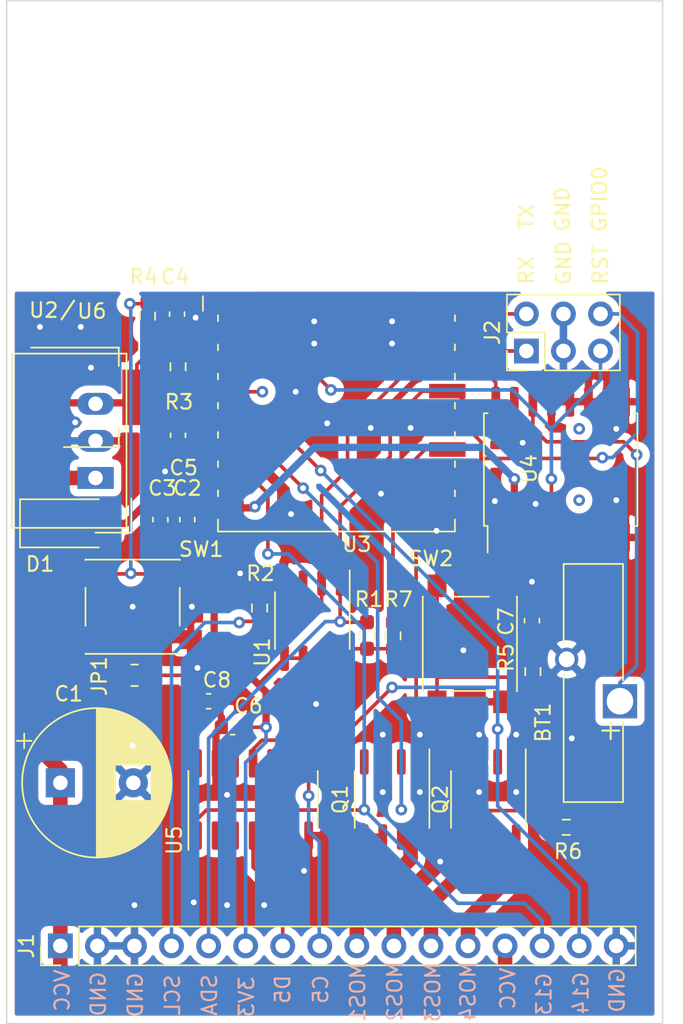
<source format=kicad_pcb>
(kicad_pcb (version 20171130) (host pcbnew "(5.1.10)-1")

  (general
    (thickness 1.6)
    (drawings 27)
    (tracks 355)
    (zones 0)
    (modules 30)
    (nets 33)
  )

  (page A4)
  (layers
    (0 F.Cu signal)
    (31 B.Cu signal)
    (32 B.Adhes user)
    (33 F.Adhes user)
    (34 B.Paste user)
    (35 F.Paste user)
    (36 B.SilkS user)
    (37 F.SilkS user)
    (38 B.Mask user)
    (39 F.Mask user)
    (40 Dwgs.User user)
    (41 Cmts.User user)
    (42 Eco1.User user)
    (43 Eco2.User user)
    (44 Edge.Cuts user)
    (45 Margin user)
    (46 B.CrtYd user)
    (47 F.CrtYd user)
    (48 B.Fab user)
    (49 F.Fab user)
  )

  (setup
    (last_trace_width 0.25)
    (user_trace_width 0.5)
    (user_trace_width 1)
    (trace_clearance 0.2)
    (zone_clearance 0.508)
    (zone_45_only no)
    (trace_min 0.2)
    (via_size 0.8)
    (via_drill 0.4)
    (via_min_size 0.4)
    (via_min_drill 0.3)
    (uvia_size 0.3)
    (uvia_drill 0.1)
    (uvias_allowed no)
    (uvia_min_size 0.2)
    (uvia_min_drill 0.1)
    (edge_width 0.05)
    (segment_width 0.2)
    (pcb_text_width 0.3)
    (pcb_text_size 1.5 1.5)
    (mod_edge_width 0.12)
    (mod_text_size 1 1)
    (mod_text_width 0.15)
    (pad_size 1.524 1.524)
    (pad_drill 0.762)
    (pad_to_mask_clearance 0)
    (aux_axis_origin 0 0)
    (visible_elements 7FFFFFFF)
    (pcbplotparams
      (layerselection 0x010fc_ffffffff)
      (usegerberextensions false)
      (usegerberattributes true)
      (usegerberadvancedattributes true)
      (creategerberjobfile true)
      (excludeedgelayer true)
      (linewidth 0.100000)
      (plotframeref false)
      (viasonmask false)
      (mode 1)
      (useauxorigin false)
      (hpglpennumber 1)
      (hpglpenspeed 20)
      (hpglpendiameter 15.000000)
      (psnegative false)
      (psa4output false)
      (plotreference true)
      (plotvalue true)
      (plotinvisibletext false)
      (padsonsilk false)
      (subtractmaskfromsilk false)
      (outputformat 1)
      (mirror false)
      (drillshape 0)
      (scaleselection 1)
      (outputdirectory "plot/"))
  )

  (net 0 "")
  (net 1 GND)
  (net 2 +3V3)
  (net 3 /SDA)
  (net 4 /SCL)
  (net 5 VCC)
  (net 6 "Net-(Q1-Pad2)")
  (net 7 "Net-(Q2-Pad4)")
  (net 8 "Net-(U1-Pad3)")
  (net 9 "Net-(U3-Pad2)")
  (net 10 /RX)
  (net 11 /TX)
  (net 12 "Net-(C5-Pad1)")
  (net 13 /MOS4)
  (net 14 /MOS3)
  (net 15 /MOS2)
  (net 16 /MOS1)
  (net 17 "Net-(BT1-Pad1)")
  (net 18 /RST)
  (net 19 /C5)
  (net 20 /D5)
  (net 21 "Net-(U4-Pad3)")
  (net 22 "Net-(U4-Pad1)")
  (net 23 "Net-(U5-Pad2)")
  (net 24 /GPIO13)
  (net 25 /GPIO14)
  (net 26 "Net-(R7-Pad2)")
  (net 27 "Net-(U3-Pad4)")
  (net 28 "Net-(C8-Pad1)")
  (net 29 "Net-(U5-Pad10)")
  (net 30 /GPIO0)
  (net 31 "Net-(U5-Pad12)")
  (net 32 "Net-(U5-Pad6)")

  (net_class Default "This is the default net class."
    (clearance 0.2)
    (trace_width 0.25)
    (via_dia 0.8)
    (via_drill 0.4)
    (uvia_dia 0.3)
    (uvia_drill 0.1)
    (add_net +3V3)
    (add_net /C5)
    (add_net /D5)
    (add_net /GPIO0)
    (add_net /GPIO13)
    (add_net /GPIO14)
    (add_net /MOS1)
    (add_net /MOS2)
    (add_net /MOS3)
    (add_net /MOS4)
    (add_net /RST)
    (add_net /RX)
    (add_net /SCL)
    (add_net /SDA)
    (add_net /TX)
    (add_net GND)
    (add_net "Net-(BT1-Pad1)")
    (add_net "Net-(C5-Pad1)")
    (add_net "Net-(C8-Pad1)")
    (add_net "Net-(Q1-Pad2)")
    (add_net "Net-(Q2-Pad4)")
    (add_net "Net-(R7-Pad2)")
    (add_net "Net-(U1-Pad3)")
    (add_net "Net-(U3-Pad2)")
    (add_net "Net-(U3-Pad4)")
    (add_net "Net-(U4-Pad1)")
    (add_net "Net-(U4-Pad3)")
    (add_net "Net-(U5-Pad10)")
    (add_net "Net-(U5-Pad12)")
    (add_net "Net-(U5-Pad2)")
    (add_net "Net-(U5-Pad6)")
    (add_net VCC)
  )

  (module Converter_DCDC:Converter_DCDC_TRACO_TSR-1_THT (layer F.Cu) (tedit 59FE1FB7) (tstamp 60F62B08)
    (at 118.618 121.3485 90)
    (descr "DCDC-Converter, TRACO, TSR 1-xxxx")
    (tags "DCDC-Converter TRACO TSR-1")
    (path /61147F38)
    (fp_text reference U6 (at 11.43 -0.254 180) (layer F.SilkS)
      (effects (font (size 1 1) (thickness 0.15)))
    )
    (fp_text value TSR_1-2433 (at 2.5 3.25 90) (layer F.Fab)
      (effects (font (size 1 1) (thickness 0.15)))
    )
    (fp_text user %R (at 3 -3 90) (layer F.Fab)
      (effects (font (size 1 1) (thickness 0.15)))
    )
    (fp_line (start -3.75 2.45) (end -1.42 2.45) (layer F.SilkS) (width 0.12))
    (fp_line (start -3.75 0) (end -3.75 2.45) (layer F.SilkS) (width 0.12))
    (fp_line (start -3.3 1) (end -2.3 2) (layer F.Fab) (width 0.1))
    (fp_line (start -3.3 1) (end -3.3 -5.6) (layer F.Fab) (width 0.1))
    (fp_line (start 8.4 2) (end 8.4 -5.6) (layer F.Fab) (width 0.1))
    (fp_line (start -3.3 -5.6) (end 8.4 -5.6) (layer F.Fab) (width 0.1))
    (fp_line (start -3.55 2.25) (end -3.55 -5.85) (layer F.CrtYd) (width 0.05))
    (fp_line (start 8.65 2.25) (end -3.55 2.25) (layer F.CrtYd) (width 0.05))
    (fp_line (start 8.65 -5.85) (end 8.65 2.25) (layer F.CrtYd) (width 0.05))
    (fp_line (start -3.55 -5.85) (end 8.65 -5.85) (layer F.CrtYd) (width 0.05))
    (fp_line (start 8.52 2.12) (end -3.42 2.12) (layer F.SilkS) (width 0.12))
    (fp_line (start 8.52 -5.73) (end 8.52 2.12) (layer F.SilkS) (width 0.12))
    (fp_line (start -3.42 -5.73) (end 8.52 -5.73) (layer F.SilkS) (width 0.12))
    (fp_line (start -3.42 2.12) (end -3.42 -5.73) (layer F.SilkS) (width 0.12))
    (fp_line (start -2.3 2) (end 8.4 2) (layer F.Fab) (width 0.1))
    (pad 3 thru_hole oval (at 5.08 0 90) (size 1.5 2.5) (drill 1) (layers *.Cu *.Mask)
      (net 2 +3V3))
    (pad 2 thru_hole oval (at 2.54 0 90) (size 1.5 2.5) (drill 1) (layers *.Cu *.Mask)
      (net 1 GND))
    (pad 1 thru_hole rect (at 0 0 90) (size 1.5 2.5) (drill 1) (layers *.Cu *.Mask)
      (net 5 VCC))
    (model ${KISYS3DMOD}/Converter_DCDC.3dshapes/Converter_DCDC_TRACO_TSR-1_THT.wrl
      (at (xyz 0 0 0))
      (scale (xyz 1 1 1))
      (rotate (xyz 0 0 0))
    )
  )

  (module Package_SO:SOIC-14_3.9x8.7mm_P1.27mm (layer F.Cu) (tedit 5D9F72B1) (tstamp 60E6193D)
    (at 129.413 143.383 90)
    (descr "SOIC, 14 Pin (JEDEC MS-012AB, https://www.analog.com/media/en/package-pcb-resources/package/pkg_pdf/soic_narrow-r/r_14.pdf), generated with kicad-footprint-generator ipc_gullwing_generator.py")
    (tags "SOIC SO")
    (path /60ED8935)
    (attr smd)
    (fp_text reference U5 (at -2.794 -5.3975 90) (layer F.SilkS)
      (effects (font (size 1 1) (thickness 0.15)))
    )
    (fp_text value 74HCT04 (at 0 5.28 90) (layer F.Fab)
      (effects (font (size 1 1) (thickness 0.15)))
    )
    (fp_line (start 3.7 -4.58) (end -3.7 -4.58) (layer F.CrtYd) (width 0.05))
    (fp_line (start 3.7 4.58) (end 3.7 -4.58) (layer F.CrtYd) (width 0.05))
    (fp_line (start -3.7 4.58) (end 3.7 4.58) (layer F.CrtYd) (width 0.05))
    (fp_line (start -3.7 -4.58) (end -3.7 4.58) (layer F.CrtYd) (width 0.05))
    (fp_line (start -1.95 -3.35) (end -0.975 -4.325) (layer F.Fab) (width 0.1))
    (fp_line (start -1.95 4.325) (end -1.95 -3.35) (layer F.Fab) (width 0.1))
    (fp_line (start 1.95 4.325) (end -1.95 4.325) (layer F.Fab) (width 0.1))
    (fp_line (start 1.95 -4.325) (end 1.95 4.325) (layer F.Fab) (width 0.1))
    (fp_line (start -0.975 -4.325) (end 1.95 -4.325) (layer F.Fab) (width 0.1))
    (fp_line (start 0 -4.435) (end -3.45 -4.435) (layer F.SilkS) (width 0.12))
    (fp_line (start 0 -4.435) (end 1.95 -4.435) (layer F.SilkS) (width 0.12))
    (fp_line (start 0 4.435) (end -1.95 4.435) (layer F.SilkS) (width 0.12))
    (fp_line (start 0 4.435) (end 1.95 4.435) (layer F.SilkS) (width 0.12))
    (fp_text user %R (at 0 0 90) (layer F.Fab)
      (effects (font (size 0.98 0.98) (thickness 0.15)))
    )
    (pad 14 smd roundrect (at 2.475 -3.81 90) (size 1.95 0.6) (layers F.Cu F.Paste F.Mask) (roundrect_rratio 0.25)
      (net 28 "Net-(C8-Pad1)"))
    (pad 13 smd roundrect (at 2.475 -2.54 90) (size 1.95 0.6) (layers F.Cu F.Paste F.Mask) (roundrect_rratio 0.25)
      (net 1 GND))
    (pad 12 smd roundrect (at 2.475 -1.27 90) (size 1.95 0.6) (layers F.Cu F.Paste F.Mask) (roundrect_rratio 0.25)
      (net 31 "Net-(U5-Pad12)"))
    (pad 11 smd roundrect (at 2.475 0 90) (size 1.95 0.6) (layers F.Cu F.Paste F.Mask) (roundrect_rratio 0.25)
      (net 25 /GPIO14))
    (pad 10 smd roundrect (at 2.475 1.27 90) (size 1.95 0.6) (layers F.Cu F.Paste F.Mask) (roundrect_rratio 0.25)
      (net 29 "Net-(U5-Pad10)"))
    (pad 9 smd roundrect (at 2.475 2.54 90) (size 1.95 0.6) (layers F.Cu F.Paste F.Mask) (roundrect_rratio 0.25)
      (net 29 "Net-(U5-Pad10)"))
    (pad 8 smd roundrect (at 2.475 3.81 90) (size 1.95 0.6) (layers F.Cu F.Paste F.Mask) (roundrect_rratio 0.25)
      (net 19 /C5))
    (pad 7 smd roundrect (at -2.475 3.81 90) (size 1.95 0.6) (layers F.Cu F.Paste F.Mask) (roundrect_rratio 0.25)
      (net 1 GND))
    (pad 6 smd roundrect (at -2.475 2.54 90) (size 1.95 0.6) (layers F.Cu F.Paste F.Mask) (roundrect_rratio 0.25)
      (net 32 "Net-(U5-Pad6)"))
    (pad 5 smd roundrect (at -2.475 1.27 90) (size 1.95 0.6) (layers F.Cu F.Paste F.Mask) (roundrect_rratio 0.25)
      (net 1 GND))
    (pad 4 smd roundrect (at -2.475 0 90) (size 1.95 0.6) (layers F.Cu F.Paste F.Mask) (roundrect_rratio 0.25)
      (net 20 /D5))
    (pad 3 smd roundrect (at -2.475 -1.27 90) (size 1.95 0.6) (layers F.Cu F.Paste F.Mask) (roundrect_rratio 0.25)
      (net 23 "Net-(U5-Pad2)"))
    (pad 2 smd roundrect (at -2.475 -2.54 90) (size 1.95 0.6) (layers F.Cu F.Paste F.Mask) (roundrect_rratio 0.25)
      (net 23 "Net-(U5-Pad2)"))
    (pad 1 smd roundrect (at -2.475 -3.81 90) (size 1.95 0.6) (layers F.Cu F.Paste F.Mask) (roundrect_rratio 0.25)
      (net 24 /GPIO13))
    (model ${KISYS3DMOD}/Package_SO.3dshapes/SOIC-14_3.9x8.7mm_P1.27mm.wrl
      (at (xyz 0 0 0))
      (scale (xyz 1 1 1))
      (rotate (xyz 0 0 0))
    )
  )

  (module Connector_PinHeader_2.54mm:PinHeader_1x16_P2.54mm_Vertical (layer F.Cu) (tedit 59FED5CC) (tstamp 60F5F4B0)
    (at 116.205 153.416 90)
    (descr "Through hole straight pin header, 1x16, 2.54mm pitch, single row")
    (tags "Through hole pin header THT 1x16 2.54mm single row")
    (path /6103C031)
    (fp_text reference J1 (at 0 -2.33 90) (layer F.SilkS)
      (effects (font (size 1 1) (thickness 0.15)))
    )
    (fp_text value Conn_01x16 (at 0 40.43 90) (layer F.Fab)
      (effects (font (size 1 1) (thickness 0.15)))
    )
    (fp_text user %R (at 0 19.05) (layer F.Fab)
      (effects (font (size 1 1) (thickness 0.15)))
    )
    (fp_line (start -0.635 -1.27) (end 1.27 -1.27) (layer F.Fab) (width 0.1))
    (fp_line (start 1.27 -1.27) (end 1.27 39.37) (layer F.Fab) (width 0.1))
    (fp_line (start 1.27 39.37) (end -1.27 39.37) (layer F.Fab) (width 0.1))
    (fp_line (start -1.27 39.37) (end -1.27 -0.635) (layer F.Fab) (width 0.1))
    (fp_line (start -1.27 -0.635) (end -0.635 -1.27) (layer F.Fab) (width 0.1))
    (fp_line (start -1.33 39.43) (end 1.33 39.43) (layer F.SilkS) (width 0.12))
    (fp_line (start -1.33 1.27) (end -1.33 39.43) (layer F.SilkS) (width 0.12))
    (fp_line (start 1.33 1.27) (end 1.33 39.43) (layer F.SilkS) (width 0.12))
    (fp_line (start -1.33 1.27) (end 1.33 1.27) (layer F.SilkS) (width 0.12))
    (fp_line (start -1.33 0) (end -1.33 -1.33) (layer F.SilkS) (width 0.12))
    (fp_line (start -1.33 -1.33) (end 0 -1.33) (layer F.SilkS) (width 0.12))
    (fp_line (start -1.8 -1.8) (end -1.8 39.9) (layer F.CrtYd) (width 0.05))
    (fp_line (start -1.8 39.9) (end 1.8 39.9) (layer F.CrtYd) (width 0.05))
    (fp_line (start 1.8 39.9) (end 1.8 -1.8) (layer F.CrtYd) (width 0.05))
    (fp_line (start 1.8 -1.8) (end -1.8 -1.8) (layer F.CrtYd) (width 0.05))
    (pad 16 thru_hole oval (at 0 38.1 90) (size 1.7 1.7) (drill 1) (layers *.Cu *.Mask)
      (net 1 GND))
    (pad 15 thru_hole oval (at 0 35.56 90) (size 1.7 1.7) (drill 1) (layers *.Cu *.Mask)
      (net 25 /GPIO14))
    (pad 14 thru_hole oval (at 0 33.02 90) (size 1.7 1.7) (drill 1) (layers *.Cu *.Mask)
      (net 24 /GPIO13))
    (pad 13 thru_hole oval (at 0 30.48 90) (size 1.7 1.7) (drill 1) (layers *.Cu *.Mask)
      (net 5 VCC))
    (pad 12 thru_hole oval (at 0 27.94 90) (size 1.7 1.7) (drill 1) (layers *.Cu *.Mask)
      (net 13 /MOS4))
    (pad 11 thru_hole oval (at 0 25.4 90) (size 1.7 1.7) (drill 1) (layers *.Cu *.Mask)
      (net 14 /MOS3))
    (pad 10 thru_hole oval (at 0 22.86 90) (size 1.7 1.7) (drill 1) (layers *.Cu *.Mask)
      (net 15 /MOS2))
    (pad 9 thru_hole oval (at 0 20.32 90) (size 1.7 1.7) (drill 1) (layers *.Cu *.Mask)
      (net 16 /MOS1))
    (pad 8 thru_hole oval (at 0 17.78 90) (size 1.7 1.7) (drill 1) (layers *.Cu *.Mask)
      (net 19 /C5))
    (pad 7 thru_hole oval (at 0 15.24 90) (size 1.7 1.7) (drill 1) (layers *.Cu *.Mask)
      (net 20 /D5))
    (pad 6 thru_hole oval (at 0 12.7 90) (size 1.7 1.7) (drill 1) (layers *.Cu *.Mask)
      (net 2 +3V3))
    (pad 5 thru_hole oval (at 0 10.16 90) (size 1.7 1.7) (drill 1) (layers *.Cu *.Mask)
      (net 3 /SDA))
    (pad 4 thru_hole oval (at 0 7.62 90) (size 1.7 1.7) (drill 1) (layers *.Cu *.Mask)
      (net 4 /SCL))
    (pad 3 thru_hole oval (at 0 5.08 90) (size 1.7 1.7) (drill 1) (layers *.Cu *.Mask)
      (net 1 GND))
    (pad 2 thru_hole oval (at 0 2.54 90) (size 1.7 1.7) (drill 1) (layers *.Cu *.Mask)
      (net 1 GND))
    (pad 1 thru_hole rect (at 0 0 90) (size 1.7 1.7) (drill 1) (layers *.Cu *.Mask)
      (net 5 VCC))
    (model ${KISYS3DMOD}/Connector_PinHeader_2.54mm.3dshapes/PinHeader_1x16_P2.54mm_Vertical.wrl
      (at (xyz 0 0 0))
      (scale (xyz 1 1 1))
      (rotate (xyz 0 0 0))
    )
  )

  (module Connector_PinHeader_2.54mm:PinHeader_2x03_P2.54mm_Vertical (layer F.Cu) (tedit 59FED5CC) (tstamp 60F5B7F3)
    (at 148.1455 112.649 90)
    (descr "Through hole straight pin header, 2x03, 2.54mm pitch, double rows")
    (tags "Through hole pin header THT 2x03 2.54mm double row")
    (path /60F88E50)
    (fp_text reference J2 (at 1.27 -2.33 90) (layer F.SilkS)
      (effects (font (size 1 1) (thickness 0.15)))
    )
    (fp_text value Conn_02x03_Counter_Clockwise (at 1.27 7.41 90) (layer F.Fab)
      (effects (font (size 1 1) (thickness 0.15)))
    )
    (fp_text user %R (at 1.27 2.54) (layer F.Fab)
      (effects (font (size 1 1) (thickness 0.15)))
    )
    (fp_line (start 0 -1.27) (end 3.81 -1.27) (layer F.Fab) (width 0.1))
    (fp_line (start 3.81 -1.27) (end 3.81 6.35) (layer F.Fab) (width 0.1))
    (fp_line (start 3.81 6.35) (end -1.27 6.35) (layer F.Fab) (width 0.1))
    (fp_line (start -1.27 6.35) (end -1.27 0) (layer F.Fab) (width 0.1))
    (fp_line (start -1.27 0) (end 0 -1.27) (layer F.Fab) (width 0.1))
    (fp_line (start -1.33 6.41) (end 3.87 6.41) (layer F.SilkS) (width 0.12))
    (fp_line (start -1.33 1.27) (end -1.33 6.41) (layer F.SilkS) (width 0.12))
    (fp_line (start 3.87 -1.33) (end 3.87 6.41) (layer F.SilkS) (width 0.12))
    (fp_line (start -1.33 1.27) (end 1.27 1.27) (layer F.SilkS) (width 0.12))
    (fp_line (start 1.27 1.27) (end 1.27 -1.33) (layer F.SilkS) (width 0.12))
    (fp_line (start 1.27 -1.33) (end 3.87 -1.33) (layer F.SilkS) (width 0.12))
    (fp_line (start -1.33 0) (end -1.33 -1.33) (layer F.SilkS) (width 0.12))
    (fp_line (start -1.33 -1.33) (end 0 -1.33) (layer F.SilkS) (width 0.12))
    (fp_line (start -1.8 -1.8) (end -1.8 6.85) (layer F.CrtYd) (width 0.05))
    (fp_line (start -1.8 6.85) (end 4.35 6.85) (layer F.CrtYd) (width 0.05))
    (fp_line (start 4.35 6.85) (end 4.35 -1.8) (layer F.CrtYd) (width 0.05))
    (fp_line (start 4.35 -1.8) (end -1.8 -1.8) (layer F.CrtYd) (width 0.05))
    (pad 6 thru_hole oval (at 2.54 5.08 90) (size 1.7 1.7) (drill 1) (layers *.Cu *.Mask)
      (net 30 /GPIO0))
    (pad 5 thru_hole oval (at 0 5.08 90) (size 1.7 1.7) (drill 1) (layers *.Cu *.Mask)
      (net 18 /RST))
    (pad 4 thru_hole oval (at 2.54 2.54 90) (size 1.7 1.7) (drill 1) (layers *.Cu *.Mask)
      (net 1 GND))
    (pad 3 thru_hole oval (at 0 2.54 90) (size 1.7 1.7) (drill 1) (layers *.Cu *.Mask)
      (net 1 GND))
    (pad 2 thru_hole oval (at 2.54 0 90) (size 1.7 1.7) (drill 1) (layers *.Cu *.Mask)
      (net 11 /TX))
    (pad 1 thru_hole rect (at 0 0 90) (size 1.7 1.7) (drill 1) (layers *.Cu *.Mask)
      (net 10 /RX))
    (model ${KISYS3DMOD}/Connector_PinHeader_2.54mm.3dshapes/PinHeader_2x03_P2.54mm_Vertical.wrl
      (at (xyz 0 0 0))
      (scale (xyz 1 1 1))
      (rotate (xyz 0 0 0))
    )
  )

  (module Capacitor_SMD:C_0603_1608Metric (layer F.Cu) (tedit 5F68FEEE) (tstamp 60F098AD)
    (at 126.365 136.652)
    (descr "Capacitor SMD 0603 (1608 Metric), square (rectangular) end terminal, IPC_7351 nominal, (Body size source: IPC-SM-782 page 76, https://www.pcb-3d.com/wordpress/wp-content/uploads/ipc-sm-782a_amendment_1_and_2.pdf), generated with kicad-footprint-generator")
    (tags capacitor)
    (path /60F2ACCA)
    (attr smd)
    (fp_text reference C8 (at 0.5715 -1.4605) (layer F.SilkS)
      (effects (font (size 1 1) (thickness 0.15)))
    )
    (fp_text value C (at 0 1.43) (layer F.Fab)
      (effects (font (size 1 1) (thickness 0.15)))
    )
    (fp_line (start -0.8 0.4) (end -0.8 -0.4) (layer F.Fab) (width 0.1))
    (fp_line (start -0.8 -0.4) (end 0.8 -0.4) (layer F.Fab) (width 0.1))
    (fp_line (start 0.8 -0.4) (end 0.8 0.4) (layer F.Fab) (width 0.1))
    (fp_line (start 0.8 0.4) (end -0.8 0.4) (layer F.Fab) (width 0.1))
    (fp_line (start -0.14058 -0.51) (end 0.14058 -0.51) (layer F.SilkS) (width 0.12))
    (fp_line (start -0.14058 0.51) (end 0.14058 0.51) (layer F.SilkS) (width 0.12))
    (fp_line (start -1.48 0.73) (end -1.48 -0.73) (layer F.CrtYd) (width 0.05))
    (fp_line (start -1.48 -0.73) (end 1.48 -0.73) (layer F.CrtYd) (width 0.05))
    (fp_line (start 1.48 -0.73) (end 1.48 0.73) (layer F.CrtYd) (width 0.05))
    (fp_line (start 1.48 0.73) (end -1.48 0.73) (layer F.CrtYd) (width 0.05))
    (fp_text user %R (at 0 0) (layer F.Fab)
      (effects (font (size 0.4 0.4) (thickness 0.06)))
    )
    (pad 2 smd roundrect (at 0.775 0) (size 0.9 0.95) (layers F.Cu F.Paste F.Mask) (roundrect_rratio 0.25)
      (net 1 GND))
    (pad 1 smd roundrect (at -0.775 0) (size 0.9 0.95) (layers F.Cu F.Paste F.Mask) (roundrect_rratio 0.25)
      (net 28 "Net-(C8-Pad1)"))
    (model ${KISYS3DMOD}/Capacitor_SMD.3dshapes/C_0603_1608Metric.wrl
      (at (xyz 0 0 0))
      (scale (xyz 1 1 1))
      (rotate (xyz 0 0 0))
    )
  )

  (module RF_Module:ESP-07 (layer F.Cu) (tedit 5B1D6972) (tstamp 60E1F4AE)
    (at 135.128 114.3)
    (descr "Wi-Fi Module, http://wiki.ai-thinker.com/_media/esp8266/docs/a007ps01a2_esp-07_product_specification_v1.2.pdf")
    (tags "Wi-Fi Module")
    (path /5FEB3F13)
    (attr smd)
    (fp_text reference U3 (at 1.397 11.6) (layer F.SilkS)
      (effects (font (size 1 1) (thickness 0.15)))
    )
    (fp_text value ESP-07 (at 0 9.6) (layer F.Fab)
      (effects (font (size 1 1) (thickness 0.15)))
    )
    (fp_line (start 8.12 -3.7) (end 8.12 -4.1) (layer F.SilkS) (width 0.12))
    (fp_line (start -8.12 -3.7) (end -8.12 -4.1) (layer F.SilkS) (width 0.12))
    (fp_line (start 8.12 -1.7) (end 8.12 -2.1) (layer F.SilkS) (width 0.12))
    (fp_line (start -8.12 -1.7) (end -8.12 -2.1) (layer F.SilkS) (width 0.12))
    (fp_line (start 8.12 0.3) (end 8.12 -0.1) (layer F.SilkS) (width 0.12))
    (fp_line (start -8.12 0.3) (end -8.12 -0.1) (layer F.SilkS) (width 0.12))
    (fp_line (start 8.12 2.3) (end 8.12 1.9) (layer F.SilkS) (width 0.12))
    (fp_line (start -8.12 2.3) (end -8.12 1.9) (layer F.SilkS) (width 0.12))
    (fp_line (start 8.12 4.3) (end 8.12 3.9) (layer F.SilkS) (width 0.12))
    (fp_line (start -8.12 4.3) (end -8.12 3.9) (layer F.SilkS) (width 0.12))
    (fp_line (start 8.12 6.3) (end 8.12 5.9) (layer F.SilkS) (width 0.12))
    (fp_line (start -8.12 6.3) (end -8.12 5.9) (layer F.SilkS) (width 0.12))
    (fp_line (start 8.12 8.3) (end 8.12 7.9) (layer F.SilkS) (width 0.12))
    (fp_line (start -8.12 8.3) (end -8.12 7.9) (layer F.SilkS) (width 0.12))
    (fp_line (start 23 -8.6) (end 20.4 -6) (layer Dwgs.User) (width 0.12))
    (fp_line (start 23 -11.6) (end 17.4 -6) (layer Dwgs.User) (width 0.12))
    (fp_line (start 23 -14.6) (end 14.4 -6) (layer Dwgs.User) (width 0.12))
    (fp_line (start 23 -17.6) (end 11.4 -6) (layer Dwgs.User) (width 0.12))
    (fp_line (start 23 -20.6) (end 8.4 -6) (layer Dwgs.User) (width 0.12))
    (fp_line (start 5.4 -6) (end 23 -23.6) (layer Dwgs.User) (width 0.12))
    (fp_line (start 19 -25.6) (end -0.6 -6) (layer Dwgs.User) (width 0.12))
    (fp_line (start 16 -25.6) (end -3.6 -6) (layer Dwgs.User) (width 0.12))
    (fp_line (start 2.4 -6) (end 22 -25.6) (layer Dwgs.User) (width 0.12))
    (fp_line (start 7 -25.6) (end -12.6 -6) (layer Dwgs.User) (width 0.12))
    (fp_line (start 10 -25.6) (end -9.6 -6) (layer Dwgs.User) (width 0.12))
    (fp_line (start -6.6 -6) (end 13 -25.6) (layer Dwgs.User) (width 0.12))
    (fp_line (start -15.6 -6) (end 4 -25.6) (layer Dwgs.User) (width 0.12))
    (fp_line (start 1 -25.6) (end -18.6 -6) (layer Dwgs.User) (width 0.12))
    (fp_line (start -2 -25.6) (end -21.6 -6) (layer Dwgs.User) (width 0.12))
    (fp_line (start -5 -25.6) (end -23 -7.6) (layer Dwgs.User) (width 0.12))
    (fp_line (start -8 -25.6) (end -23 -10.6) (layer Dwgs.User) (width 0.12))
    (fp_line (start -11 -25.6) (end -23 -13.6) (layer Dwgs.User) (width 0.12))
    (fp_line (start -14 -25.6) (end -23 -16.6) (layer Dwgs.User) (width 0.12))
    (fp_line (start -17 -25.6) (end -23 -19.6) (layer Dwgs.User) (width 0.12))
    (fp_line (start -20 -25.6) (end -23 -22.6) (layer Dwgs.User) (width 0.12))
    (fp_line (start 23 -6) (end 23 -25.6) (layer Dwgs.User) (width 0.12))
    (fp_line (start 23 -6) (end -23 -6) (layer Dwgs.User) (width 0.12))
    (fp_line (start -23 -25.6) (end -23 -6) (layer Dwgs.User) (width 0.12))
    (fp_line (start -23 -25.6) (end 23 -25.6) (layer Dwgs.User) (width 0.12))
    (fp_line (start -9.15 -5.4) (end -9.15 -4.4) (layer F.SilkS) (width 0.12))
    (fp_line (start -8.12 10.72) (end -8.12 9.9) (layer F.SilkS) (width 0.12))
    (fp_line (start 8.12 10.72) (end -8.12 10.72) (layer F.SilkS) (width 0.12))
    (fp_line (start 8.12 9.9) (end 8.12 10.72) (layer F.SilkS) (width 0.12))
    (fp_line (start -9.1 10.85) (end -9.1 -10.85) (layer F.CrtYd) (width 0.05))
    (fp_line (start 9.1 10.85) (end -9.1 10.85) (layer F.CrtYd) (width 0.05))
    (fp_line (start 9.1 -10.85) (end 9.1 10.85) (layer F.CrtYd) (width 0.05))
    (fp_line (start -9.1 -10.85) (end 9.1 -10.85) (layer F.CrtYd) (width 0.05))
    (fp_line (start -8 -5.4) (end -8 -10.6) (layer F.Fab) (width 0.1))
    (fp_line (start -7.5 -4.9) (end -8 -5.4) (layer F.Fab) (width 0.1))
    (fp_line (start -8 -4.4) (end -7.5 -4.9) (layer F.Fab) (width 0.1))
    (fp_line (start -8 10.6) (end -8 -4.4) (layer F.Fab) (width 0.1))
    (fp_line (start 8 10.6) (end -8 10.6) (layer F.Fab) (width 0.1))
    (fp_line (start 8 -10.6) (end 8 10.6) (layer F.Fab) (width 0.1))
    (fp_line (start -8 -10.6) (end 8 -10.6) (layer F.Fab) (width 0.1))
    (fp_text user %R (at 0 0) (layer F.Fab)
      (effects (font (size 1 1) (thickness 0.15)))
    )
    (fp_text user "KEEP-OUT ZONE" (at 0 -17.3 180) (layer Cmts.User)
      (effects (font (size 1 1) (thickness 0.15)))
    )
    (fp_text user "No metal, traces, or components\non any PCB layer if using on-board antenna" (at 0 -14.3 180) (layer Cmts.User)
      (effects (font (size 0.8 0.8) (thickness 0.12)))
    )
    (pad 16 smd rect (at 7.6 -4.9) (size 2.5 1) (layers F.Cu F.Paste F.Mask)
      (net 11 /TX))
    (pad 15 smd rect (at 7.6 -2.9) (size 2.5 1) (layers F.Cu F.Paste F.Mask)
      (net 10 /RX))
    (pad 14 smd rect (at 7.6 -0.9) (size 2.5 1) (layers F.Cu F.Paste F.Mask)
      (net 4 /SCL))
    (pad 13 smd rect (at 7.6 1.1) (size 2.5 1) (layers F.Cu F.Paste F.Mask)
      (net 3 /SDA))
    (pad 12 smd rect (at 7.6 3.1) (size 2.5 1) (layers F.Cu F.Paste F.Mask)
      (net 30 /GPIO0))
    (pad 11 smd rect (at 7.6 5.1) (size 2.5 1) (layers F.Cu F.Paste F.Mask)
      (net 26 "Net-(R7-Pad2)"))
    (pad 10 smd rect (at 7.6 7.1) (size 2.5 1) (layers F.Cu F.Paste F.Mask)
      (net 7 "Net-(Q2-Pad4)"))
    (pad 9 smd rect (at 7.6 9.1) (size 2.5 1) (layers F.Cu F.Paste F.Mask)
      (net 1 GND))
    (pad 8 smd rect (at -7.6 9.1) (size 2.5 1) (layers F.Cu F.Paste F.Mask)
      (net 2 +3V3))
    (pad 7 smd rect (at -7.6 7.1) (size 2.5 1) (layers F.Cu F.Paste F.Mask)
      (net 24 /GPIO13))
    (pad 6 smd rect (at -7.6 5.1) (size 2.5 1) (layers F.Cu F.Paste F.Mask)
      (net 6 "Net-(Q1-Pad2)"))
    (pad 5 smd rect (at -7.6 3.1) (size 2.5 1) (layers F.Cu F.Paste F.Mask)
      (net 25 /GPIO14))
    (pad 4 smd rect (at -7.6 1.1) (size 2.5 1) (layers F.Cu F.Paste F.Mask)
      (net 27 "Net-(U3-Pad4)"))
    (pad 3 smd rect (at -7.6 -0.9) (size 2.5 1) (layers F.Cu F.Paste F.Mask)
      (net 12 "Net-(C5-Pad1)"))
    (pad 2 smd rect (at -7.6 -2.9) (size 2.5 1) (layers F.Cu F.Paste F.Mask)
      (net 9 "Net-(U3-Pad2)"))
    (pad 1 smd rect (at -7.6 -4.9) (size 2.5 1) (layers F.Cu F.Paste F.Mask)
      (net 18 /RST))
    (model ${KISYS3DMOD}/RF_Module.3dshapes/ESP-07.wrl
      (at (xyz 0 0 0))
      (scale (xyz 1 1 1))
      (rotate (xyz 0 0 0))
    )
  )

  (module Package_SO:SO-8_3.9x4.9mm_P1.27mm (layer F.Cu) (tedit 5D9F72B1) (tstamp 60E1F44B)
    (at 133.477 131.1275 270)
    (descr "SO, 8 Pin (https://www.nxp.com/docs/en/data-sheet/PCF8523.pdf), generated with kicad-footprint-generator ipc_gullwing_generator.py")
    (tags "SO SO")
    (path /60E359C0)
    (attr smd)
    (fp_text reference U1 (at 2.159 3.429 90) (layer F.SilkS)
      (effects (font (size 1 1) (thickness 0.15)))
    )
    (fp_text value LM75B (at -0.127 -4.826 90) (layer F.Fab)
      (effects (font (size 1 1) (thickness 0.15)))
    )
    (fp_line (start 3.7 -2.7) (end -3.7 -2.7) (layer F.CrtYd) (width 0.05))
    (fp_line (start 3.7 2.7) (end 3.7 -2.7) (layer F.CrtYd) (width 0.05))
    (fp_line (start -3.7 2.7) (end 3.7 2.7) (layer F.CrtYd) (width 0.05))
    (fp_line (start -3.7 -2.7) (end -3.7 2.7) (layer F.CrtYd) (width 0.05))
    (fp_line (start -1.95 -1.475) (end -0.975 -2.45) (layer F.Fab) (width 0.1))
    (fp_line (start -1.95 2.45) (end -1.95 -1.475) (layer F.Fab) (width 0.1))
    (fp_line (start 1.95 2.45) (end -1.95 2.45) (layer F.Fab) (width 0.1))
    (fp_line (start 1.95 -2.45) (end 1.95 2.45) (layer F.Fab) (width 0.1))
    (fp_line (start -0.975 -2.45) (end 1.95 -2.45) (layer F.Fab) (width 0.1))
    (fp_line (start 0 -2.56) (end -3.45 -2.56) (layer F.SilkS) (width 0.12))
    (fp_line (start 0 -2.56) (end 1.95 -2.56) (layer F.SilkS) (width 0.12))
    (fp_line (start 0 2.56) (end -1.95 2.56) (layer F.SilkS) (width 0.12))
    (fp_line (start 0 2.56) (end 1.95 2.56) (layer F.SilkS) (width 0.12))
    (fp_text user %R (at 0 0 90) (layer F.Fab)
      (effects (font (size 0.98 0.98) (thickness 0.15)))
    )
    (pad 8 smd roundrect (at 2.575 -1.905 270) (size 1.75 0.6) (layers F.Cu F.Paste F.Mask) (roundrect_rratio 0.25)
      (net 2 +3V3))
    (pad 7 smd roundrect (at 2.575 -0.635 270) (size 1.75 0.6) (layers F.Cu F.Paste F.Mask) (roundrect_rratio 0.25)
      (net 2 +3V3))
    (pad 6 smd roundrect (at 2.575 0.635 270) (size 1.75 0.6) (layers F.Cu F.Paste F.Mask) (roundrect_rratio 0.25)
      (net 2 +3V3))
    (pad 5 smd roundrect (at 2.575 1.905 270) (size 1.75 0.6) (layers F.Cu F.Paste F.Mask) (roundrect_rratio 0.25)
      (net 2 +3V3))
    (pad 4 smd roundrect (at -2.575 1.905 270) (size 1.75 0.6) (layers F.Cu F.Paste F.Mask) (roundrect_rratio 0.25)
      (net 1 GND))
    (pad 3 smd roundrect (at -2.575 0.635 270) (size 1.75 0.6) (layers F.Cu F.Paste F.Mask) (roundrect_rratio 0.25)
      (net 8 "Net-(U1-Pad3)"))
    (pad 2 smd roundrect (at -2.575 -0.635 270) (size 1.75 0.6) (layers F.Cu F.Paste F.Mask) (roundrect_rratio 0.25)
      (net 4 /SCL))
    (pad 1 smd roundrect (at -2.575 -1.905 270) (size 1.75 0.6) (layers F.Cu F.Paste F.Mask) (roundrect_rratio 0.25)
      (net 3 /SDA))
    (model ${KISYS3DMOD}/Package_SO.3dshapes/SO-8_3.9x4.9mm_P1.27mm.wrl
      (at (xyz 0 0 0))
      (scale (xyz 1 1 1))
      (rotate (xyz 0 0 0))
    )
  )

  (module Battery:Battery_Panasonic_CR1632-V1AN_Vertical_CircularHoles (layer F.Cu) (tedit 5C857808) (tstamp 60E63C6F)
    (at 154.559 136.652 90)
    (descr "Panasonic CR-1632-V1AN battery, https://industrial.panasonic.com/cdbs/www-data/pdf2/AAA4000/AAA4000D140.pdf")
    (tags "battery CR-1632 coin cell vertical")
    (path /60E902BA)
    (fp_text reference BT1 (at -1.4605 -5.2705 90) (layer F.SilkS)
      (effects (font (size 1 1) (thickness 0.15)))
    )
    (fp_text value Battery_Cell (at 1.25 2.2 90) (layer F.Fab)
      (effects (font (size 1 1) (thickness 0.15)))
    )
    (fp_line (start 3.94 -3.86) (end 9.41 -3.86) (layer F.SilkS) (width 0.12))
    (fp_line (start -6.91 -3.86) (end 1.81 -3.86) (layer F.SilkS) (width 0.12))
    (fp_line (start -6.91 0.21) (end -6.91 -3.86) (layer F.SilkS) (width 0.12))
    (fp_line (start 9.41 0.21) (end 9.41 -3.86) (layer F.SilkS) (width 0.12))
    (fp_line (start 1.44 0.21) (end 9.41 0.21) (layer F.SilkS) (width 0.12))
    (fp_line (start -6.91 0.21) (end -1.43 0.21) (layer F.SilkS) (width 0.12))
    (fp_line (start -7.05 -4.58) (end 9.55 -4.58) (layer F.CrtYd) (width 0.05))
    (fp_line (start -7.05 1.3) (end 9.55 1.3) (layer F.CrtYd) (width 0.05))
    (fp_line (start 9.55 1.3) (end 9.55 -4.58) (layer F.CrtYd) (width 0.05))
    (fp_line (start -7.05 1.3) (end -7.05 -4.58) (layer F.CrtYd) (width 0.05))
    (fp_line (start 9.3 0.1) (end 9.3 -3.75) (layer F.Fab) (width 0.1))
    (fp_line (start -6.8 0.1) (end -6.8 -3.75) (layer F.Fab) (width 0.1))
    (fp_line (start -6.8 -3.75) (end 9.3 -3.75) (layer F.Fab) (width 0.1))
    (fp_line (start -6.8 0.1) (end 9.3 0.1) (layer F.Fab) (width 0.1))
    (fp_text user + (at -2.01 -0.75 90) (layer F.SilkS)
      (effects (font (size 1.5 1.5) (thickness 0.15)))
    )
    (fp_text user %R (at 1.25 -1.8 270) (layer F.Fab)
      (effects (font (size 1 1) (thickness 0.15)))
    )
    (pad 2 thru_hole circle (at 2.875 -3.65 90) (size 1.6 1.6) (drill 1.09) (layers *.Cu *.Mask)
      (net 1 GND))
    (pad 1 thru_hole rect (at 0 0 180) (size 2.35 2.35) (drill 1.82) (layers *.Cu *.Mask)
      (net 17 "Net-(BT1-Pad1)"))
    (model ${KISYS3DMOD}/Battery.3dshapes/Battery_Panasonic_CR1632-V1AN_Vertical_CircularHoles.wrl
      (at (xyz 0 0 0))
      (scale (xyz 1 1 1))
      (rotate (xyz 0 0 0))
    )
  )

  (module Package_SO:SOIC-16W_7.5x10.3mm_P1.27mm (layer F.Cu) (tedit 5D9F72B1) (tstamp 60E61854)
    (at 150.495 120.777 90)
    (descr "SOIC, 16 Pin (JEDEC MS-013AA, https://www.analog.com/media/en/package-pcb-resources/package/pkg_pdf/soic_wide-rw/rw_16.pdf), generated with kicad-footprint-generator ipc_gullwing_generator.py")
    (tags "SOIC SO")
    (path /60E5E3D0)
    (attr smd)
    (fp_text reference U4 (at 0.0635 -2.159 90) (layer F.SilkS)
      (effects (font (size 1 1) (thickness 0.15)))
    )
    (fp_text value DS3231M (at 0 6.1 90) (layer F.Fab)
      (effects (font (size 1 1) (thickness 0.15)))
    )
    (fp_line (start 0 5.26) (end 3.86 5.26) (layer F.SilkS) (width 0.12))
    (fp_line (start 3.86 5.26) (end 3.86 5.005) (layer F.SilkS) (width 0.12))
    (fp_line (start 0 5.26) (end -3.86 5.26) (layer F.SilkS) (width 0.12))
    (fp_line (start -3.86 5.26) (end -3.86 5.005) (layer F.SilkS) (width 0.12))
    (fp_line (start 0 -5.26) (end 3.86 -5.26) (layer F.SilkS) (width 0.12))
    (fp_line (start 3.86 -5.26) (end 3.86 -5.005) (layer F.SilkS) (width 0.12))
    (fp_line (start 0 -5.26) (end -3.86 -5.26) (layer F.SilkS) (width 0.12))
    (fp_line (start -3.86 -5.26) (end -3.86 -5.005) (layer F.SilkS) (width 0.12))
    (fp_line (start -3.86 -5.005) (end -5.675 -5.005) (layer F.SilkS) (width 0.12))
    (fp_line (start -2.75 -5.15) (end 3.75 -5.15) (layer F.Fab) (width 0.1))
    (fp_line (start 3.75 -5.15) (end 3.75 5.15) (layer F.Fab) (width 0.1))
    (fp_line (start 3.75 5.15) (end -3.75 5.15) (layer F.Fab) (width 0.1))
    (fp_line (start -3.75 5.15) (end -3.75 -4.15) (layer F.Fab) (width 0.1))
    (fp_line (start -3.75 -4.15) (end -2.75 -5.15) (layer F.Fab) (width 0.1))
    (fp_line (start -5.93 -5.4) (end -5.93 5.4) (layer F.CrtYd) (width 0.05))
    (fp_line (start -5.93 5.4) (end 5.93 5.4) (layer F.CrtYd) (width 0.05))
    (fp_line (start 5.93 5.4) (end 5.93 -5.4) (layer F.CrtYd) (width 0.05))
    (fp_line (start 5.93 -5.4) (end -5.93 -5.4) (layer F.CrtYd) (width 0.05))
    (fp_text user %R (at 0 0 90) (layer F.Fab)
      (effects (font (size 1 1) (thickness 0.15)))
    )
    (pad 1 smd roundrect (at -4.65 -4.445 90) (size 2.05 0.6) (layers F.Cu F.Paste F.Mask) (roundrect_rratio 0.25)
      (net 22 "Net-(U4-Pad1)"))
    (pad 2 smd roundrect (at -4.65 -3.175 90) (size 2.05 0.6) (layers F.Cu F.Paste F.Mask) (roundrect_rratio 0.25)
      (net 2 +3V3))
    (pad 3 smd roundrect (at -4.65 -1.905 90) (size 2.05 0.6) (layers F.Cu F.Paste F.Mask) (roundrect_rratio 0.25)
      (net 21 "Net-(U4-Pad3)"))
    (pad 4 smd roundrect (at -4.65 -0.635 90) (size 2.05 0.6) (layers F.Cu F.Paste F.Mask) (roundrect_rratio 0.25)
      (net 18 /RST))
    (pad 5 smd roundrect (at -4.65 0.635 90) (size 2.05 0.6) (layers F.Cu F.Paste F.Mask) (roundrect_rratio 0.25)
      (net 1 GND))
    (pad 6 smd roundrect (at -4.65 1.905 90) (size 2.05 0.6) (layers F.Cu F.Paste F.Mask) (roundrect_rratio 0.25)
      (net 1 GND))
    (pad 7 smd roundrect (at -4.65 3.175 90) (size 2.05 0.6) (layers F.Cu F.Paste F.Mask) (roundrect_rratio 0.25)
      (net 1 GND))
    (pad 8 smd roundrect (at -4.65 4.445 90) (size 2.05 0.6) (layers F.Cu F.Paste F.Mask) (roundrect_rratio 0.25)
      (net 1 GND))
    (pad 9 smd roundrect (at 4.65 4.445 90) (size 2.05 0.6) (layers F.Cu F.Paste F.Mask) (roundrect_rratio 0.25)
      (net 1 GND))
    (pad 10 smd roundrect (at 4.65 3.175 90) (size 2.05 0.6) (layers F.Cu F.Paste F.Mask) (roundrect_rratio 0.25)
      (net 1 GND))
    (pad 11 smd roundrect (at 4.65 1.905 90) (size 2.05 0.6) (layers F.Cu F.Paste F.Mask) (roundrect_rratio 0.25)
      (net 1 GND))
    (pad 12 smd roundrect (at 4.65 0.635 90) (size 2.05 0.6) (layers F.Cu F.Paste F.Mask) (roundrect_rratio 0.25)
      (net 1 GND))
    (pad 13 smd roundrect (at 4.65 -0.635 90) (size 2.05 0.6) (layers F.Cu F.Paste F.Mask) (roundrect_rratio 0.25)
      (net 1 GND))
    (pad 14 smd roundrect (at 4.65 -1.905 90) (size 2.05 0.6) (layers F.Cu F.Paste F.Mask) (roundrect_rratio 0.25)
      (net 17 "Net-(BT1-Pad1)"))
    (pad 15 smd roundrect (at 4.65 -3.175 90) (size 2.05 0.6) (layers F.Cu F.Paste F.Mask) (roundrect_rratio 0.25)
      (net 3 /SDA))
    (pad 16 smd roundrect (at 4.65 -4.445 90) (size 2.05 0.6) (layers F.Cu F.Paste F.Mask) (roundrect_rratio 0.25)
      (net 4 /SCL))
    (model ${KISYS3DMOD}/Package_SO.3dshapes/SOIC-16W_7.5x10.3mm_P1.27mm.wrl
      (at (xyz 0 0 0))
      (scale (xyz 1 1 1))
      (rotate (xyz 0 0 0))
    )
  )

  (module Resistor_SMD:R_0603_1608Metric_Pad0.98x0.95mm_HandSolder (layer F.Cu) (tedit 5F68FEEE) (tstamp 60E617DE)
    (at 139.0015 132.167 90)
    (descr "Resistor SMD 0603 (1608 Metric), square (rectangular) end terminal, IPC_7351 nominal with elongated pad for handsoldering. (Body size source: IPC-SM-782 page 72, https://www.pcb-3d.com/wordpress/wp-content/uploads/ipc-sm-782a_amendment_1_and_2.pdf), generated with kicad-footprint-generator")
    (tags "resistor handsolder")
    (path /60E5B51D)
    (attr smd)
    (fp_text reference R7 (at 2.5 0.381) (layer F.SilkS)
      (effects (font (size 1 1) (thickness 0.15)))
    )
    (fp_text value R (at 0 1.43 90) (layer F.Fab)
      (effects (font (size 1 1) (thickness 0.15)))
    )
    (fp_line (start -0.8 0.4125) (end -0.8 -0.4125) (layer F.Fab) (width 0.1))
    (fp_line (start -0.8 -0.4125) (end 0.8 -0.4125) (layer F.Fab) (width 0.1))
    (fp_line (start 0.8 -0.4125) (end 0.8 0.4125) (layer F.Fab) (width 0.1))
    (fp_line (start 0.8 0.4125) (end -0.8 0.4125) (layer F.Fab) (width 0.1))
    (fp_line (start -0.254724 -0.5225) (end 0.254724 -0.5225) (layer F.SilkS) (width 0.12))
    (fp_line (start -0.254724 0.5225) (end 0.254724 0.5225) (layer F.SilkS) (width 0.12))
    (fp_line (start -1.65 0.73) (end -1.65 -0.73) (layer F.CrtYd) (width 0.05))
    (fp_line (start -1.65 -0.73) (end 1.65 -0.73) (layer F.CrtYd) (width 0.05))
    (fp_line (start 1.65 -0.73) (end 1.65 0.73) (layer F.CrtYd) (width 0.05))
    (fp_line (start 1.65 0.73) (end -1.65 0.73) (layer F.CrtYd) (width 0.05))
    (fp_text user %R (at 0 0 90) (layer F.Fab)
      (effects (font (size 0.4 0.4) (thickness 0.06)))
    )
    (pad 1 smd roundrect (at -0.9125 0 90) (size 0.975 0.95) (layers F.Cu F.Paste F.Mask) (roundrect_rratio 0.25)
      (net 2 +3V3))
    (pad 2 smd roundrect (at 0.9125 0 90) (size 0.975 0.95) (layers F.Cu F.Paste F.Mask) (roundrect_rratio 0.25)
      (net 26 "Net-(R7-Pad2)"))
    (model ${KISYS3DMOD}/Resistor_SMD.3dshapes/R_0603_1608Metric.wrl
      (at (xyz 0 0 0))
      (scale (xyz 1 1 1))
      (rotate (xyz 0 0 0))
    )
  )

  (module Resistor_SMD:R_0805_2012Metric (layer F.Cu) (tedit 5F68FEEE) (tstamp 60E6180E)
    (at 121.285 134.874)
    (descr "Resistor SMD 0805 (2012 Metric), square (rectangular) end terminal, IPC_7351 nominal, (Body size source: IPC-SM-782 page 72, https://www.pcb-3d.com/wordpress/wp-content/uploads/ipc-sm-782a_amendment_1_and_2.pdf), generated with kicad-footprint-generator")
    (tags resistor)
    (path /60F3A7B9)
    (attr smd)
    (fp_text reference JP1 (at -2.413 0.0635 90) (layer F.SilkS)
      (effects (font (size 1 1) (thickness 0.15)))
    )
    (fp_text value SolderJumper_2_Open (at 0 1.65) (layer F.Fab)
      (effects (font (size 1 1) (thickness 0.15)))
    )
    (fp_line (start 1.68 0.95) (end -1.68 0.95) (layer F.CrtYd) (width 0.05))
    (fp_line (start 1.68 -0.95) (end 1.68 0.95) (layer F.CrtYd) (width 0.05))
    (fp_line (start -1.68 -0.95) (end 1.68 -0.95) (layer F.CrtYd) (width 0.05))
    (fp_line (start -1.68 0.95) (end -1.68 -0.95) (layer F.CrtYd) (width 0.05))
    (fp_line (start -0.227064 0.735) (end 0.227064 0.735) (layer F.SilkS) (width 0.12))
    (fp_line (start -0.227064 -0.735) (end 0.227064 -0.735) (layer F.SilkS) (width 0.12))
    (fp_line (start 1 0.625) (end -1 0.625) (layer F.Fab) (width 0.1))
    (fp_line (start 1 -0.625) (end 1 0.625) (layer F.Fab) (width 0.1))
    (fp_line (start -1 -0.625) (end 1 -0.625) (layer F.Fab) (width 0.1))
    (fp_line (start -1 0.625) (end -1 -0.625) (layer F.Fab) (width 0.1))
    (fp_text user %R (at 0 0) (layer F.Fab)
      (effects (font (size 0.5 0.5) (thickness 0.08)))
    )
    (pad 2 smd roundrect (at 0.9125 0) (size 1.025 1.4) (layers F.Cu F.Paste F.Mask) (roundrect_rratio 0.243902)
      (net 28 "Net-(C8-Pad1)"))
    (pad 1 smd roundrect (at -0.9125 0) (size 1.025 1.4) (layers F.Cu F.Paste F.Mask) (roundrect_rratio 0.243902)
      (net 5 VCC))
    (model ${KISYS3DMOD}/Resistor_SMD.3dshapes/R_0805_2012Metric.wrl
      (at (xyz 0 0 0))
      (scale (xyz 1 1 1))
      (rotate (xyz 0 0 0))
    )
  )

  (module Capacitor_SMD:C_0603_1608Metric (layer F.Cu) (tedit 5F68FEEE) (tstamp 60E617AE)
    (at 148.5265 131.1275 90)
    (descr "Capacitor SMD 0603 (1608 Metric), square (rectangular) end terminal, IPC_7351 nominal, (Body size source: IPC-SM-782 page 76, https://www.pcb-3d.com/wordpress/wp-content/uploads/ipc-sm-782a_amendment_1_and_2.pdf), generated with kicad-footprint-generator")
    (tags capacitor)
    (path /60E62170)
    (attr smd)
    (fp_text reference C7 (at -0.0635 -1.778 90) (layer F.SilkS)
      (effects (font (size 1 1) (thickness 0.15)))
    )
    (fp_text value C (at 0 1.43 90) (layer F.Fab)
      (effects (font (size 1 1) (thickness 0.15)))
    )
    (fp_line (start 1.48 0.73) (end -1.48 0.73) (layer F.CrtYd) (width 0.05))
    (fp_line (start 1.48 -0.73) (end 1.48 0.73) (layer F.CrtYd) (width 0.05))
    (fp_line (start -1.48 -0.73) (end 1.48 -0.73) (layer F.CrtYd) (width 0.05))
    (fp_line (start -1.48 0.73) (end -1.48 -0.73) (layer F.CrtYd) (width 0.05))
    (fp_line (start -0.14058 0.51) (end 0.14058 0.51) (layer F.SilkS) (width 0.12))
    (fp_line (start -0.14058 -0.51) (end 0.14058 -0.51) (layer F.SilkS) (width 0.12))
    (fp_line (start 0.8 0.4) (end -0.8 0.4) (layer F.Fab) (width 0.1))
    (fp_line (start 0.8 -0.4) (end 0.8 0.4) (layer F.Fab) (width 0.1))
    (fp_line (start -0.8 -0.4) (end 0.8 -0.4) (layer F.Fab) (width 0.1))
    (fp_line (start -0.8 0.4) (end -0.8 -0.4) (layer F.Fab) (width 0.1))
    (fp_text user %R (at 0 0 90) (layer F.Fab)
      (effects (font (size 0.4 0.4) (thickness 0.06)))
    )
    (pad 2 smd roundrect (at 0.775 0 90) (size 0.9 0.95) (layers F.Cu F.Paste F.Mask) (roundrect_rratio 0.25)
      (net 1 GND))
    (pad 1 smd roundrect (at -0.775 0 90) (size 0.9 0.95) (layers F.Cu F.Paste F.Mask) (roundrect_rratio 0.25)
      (net 2 +3V3))
    (model ${KISYS3DMOD}/Capacitor_SMD.3dshapes/C_0603_1608Metric.wrl
      (at (xyz 0 0 0))
      (scale (xyz 1 1 1))
      (rotate (xyz 0 0 0))
    )
  )

  (module Button_Switch_SMD:SW_Push_1P1T_NO_6x6mm_H9.5mm (layer F.Cu) (tedit 5CA1CA7F) (tstamp 60E1F417)
    (at 121.158 130.175 180)
    (descr "tactile push button, 6x6mm e.g. PTS645xx series, height=9.5mm")
    (tags "tact sw push 6mm smd")
    (path /60E36B77)
    (attr smd)
    (fp_text reference SW1 (at -4.699 3.937) (layer F.SilkS)
      (effects (font (size 1 1) (thickness 0.15)))
    )
    (fp_text value SW_Push (at -0.127 1.016) (layer F.Fab)
      (effects (font (size 1 1) (thickness 0.15)))
    )
    (fp_circle (center 0 0) (end 1.75 -0.05) (layer F.Fab) (width 0.1))
    (fp_line (start -3.23 3.23) (end 3.23 3.23) (layer F.SilkS) (width 0.12))
    (fp_line (start -3.23 -1.3) (end -3.23 1.3) (layer F.SilkS) (width 0.12))
    (fp_line (start -3.23 -3.23) (end 3.23 -3.23) (layer F.SilkS) (width 0.12))
    (fp_line (start 3.23 -1.3) (end 3.23 1.3) (layer F.SilkS) (width 0.12))
    (fp_line (start -3.23 -3.2) (end -3.23 -3.23) (layer F.SilkS) (width 0.12))
    (fp_line (start -3.23 3.23) (end -3.23 3.2) (layer F.SilkS) (width 0.12))
    (fp_line (start 3.23 3.23) (end 3.23 3.2) (layer F.SilkS) (width 0.12))
    (fp_line (start 3.23 -3.23) (end 3.23 -3.2) (layer F.SilkS) (width 0.12))
    (fp_line (start -5 -3.25) (end 5 -3.25) (layer F.CrtYd) (width 0.05))
    (fp_line (start -5 3.25) (end 5 3.25) (layer F.CrtYd) (width 0.05))
    (fp_line (start -5 -3.25) (end -5 3.25) (layer F.CrtYd) (width 0.05))
    (fp_line (start 5 3.25) (end 5 -3.25) (layer F.CrtYd) (width 0.05))
    (fp_line (start 3 -3) (end -3 -3) (layer F.Fab) (width 0.1))
    (fp_line (start 3 3) (end 3 -3) (layer F.Fab) (width 0.1))
    (fp_line (start -3 3) (end 3 3) (layer F.Fab) (width 0.1))
    (fp_line (start -3 -3) (end -3 3) (layer F.Fab) (width 0.1))
    (fp_text user %R (at 0 -4.05) (layer F.Fab)
      (effects (font (size 1 1) (thickness 0.15)))
    )
    (pad 2 smd rect (at 3.975 2.25 180) (size 1.55 1.3) (layers F.Cu F.Paste F.Mask)
      (net 18 /RST))
    (pad 1 smd rect (at 3.975 -2.25 180) (size 1.55 1.3) (layers F.Cu F.Paste F.Mask)
      (net 1 GND))
    (pad 1 smd rect (at -3.975 -2.25 180) (size 1.55 1.3) (layers F.Cu F.Paste F.Mask)
      (net 1 GND))
    (pad 2 smd rect (at -3.975 2.25 180) (size 1.55 1.3) (layers F.Cu F.Paste F.Mask)
      (net 18 /RST))
    (model ${KISYS3DMOD}/Button_Switch_SMD.3dshapes/SW_PUSH_6mm_H9.5mm.wrl
      (at (xyz 0 0 0))
      (scale (xyz 1 1 1))
      (rotate (xyz 0 0 0))
    )
  )

  (module Capacitor_SMD:C_0603_1608Metric (layer F.Cu) (tedit 5F68FEEE) (tstamp 60E2213E)
    (at 128.016 138.43 180)
    (descr "Capacitor SMD 0603 (1608 Metric), square (rectangular) end terminal, IPC_7351 nominal, (Body size source: IPC-SM-782 page 76, https://www.pcb-3d.com/wordpress/wp-content/uploads/ipc-sm-782a_amendment_1_and_2.pdf), generated with kicad-footprint-generator")
    (tags capacitor)
    (path /60F1414D)
    (attr smd)
    (fp_text reference C6 (at -1.0795 1.4605) (layer F.SilkS)
      (effects (font (size 1 1) (thickness 0.15)))
    )
    (fp_text value C (at 0 1.43) (layer F.Fab)
      (effects (font (size 1 1) (thickness 0.15)))
    )
    (fp_line (start 1.48 0.73) (end -1.48 0.73) (layer F.CrtYd) (width 0.05))
    (fp_line (start 1.48 -0.73) (end 1.48 0.73) (layer F.CrtYd) (width 0.05))
    (fp_line (start -1.48 -0.73) (end 1.48 -0.73) (layer F.CrtYd) (width 0.05))
    (fp_line (start -1.48 0.73) (end -1.48 -0.73) (layer F.CrtYd) (width 0.05))
    (fp_line (start -0.14058 0.51) (end 0.14058 0.51) (layer F.SilkS) (width 0.12))
    (fp_line (start -0.14058 -0.51) (end 0.14058 -0.51) (layer F.SilkS) (width 0.12))
    (fp_line (start 0.8 0.4) (end -0.8 0.4) (layer F.Fab) (width 0.1))
    (fp_line (start 0.8 -0.4) (end 0.8 0.4) (layer F.Fab) (width 0.1))
    (fp_line (start -0.8 -0.4) (end 0.8 -0.4) (layer F.Fab) (width 0.1))
    (fp_line (start -0.8 0.4) (end -0.8 -0.4) (layer F.Fab) (width 0.1))
    (fp_text user %R (at 0 0) (layer F.Fab)
      (effects (font (size 0.4 0.4) (thickness 0.06)))
    )
    (pad 2 smd roundrect (at 0.775 0 180) (size 0.9 0.95) (layers F.Cu F.Paste F.Mask) (roundrect_rratio 0.25)
      (net 1 GND))
    (pad 1 smd roundrect (at -0.775 0 180) (size 0.9 0.95) (layers F.Cu F.Paste F.Mask) (roundrect_rratio 0.25)
      (net 2 +3V3))
    (model ${KISYS3DMOD}/Capacitor_SMD.3dshapes/C_0603_1608Metric.wrl
      (at (xyz 0 0 0))
      (scale (xyz 1 1 1))
      (rotate (xyz 0 0 0))
    )
  )

  (module Capacitor_SMD:C_0603_1608Metric (layer F.Cu) (tedit 5F68FEEE) (tstamp 60E212A4)
    (at 124.2695 118.4275 270)
    (descr "Capacitor SMD 0603 (1608 Metric), square (rectangular) end terminal, IPC_7351 nominal, (Body size source: IPC-SM-782 page 76, https://www.pcb-3d.com/wordpress/wp-content/uploads/ipc-sm-782a_amendment_1_and_2.pdf), generated with kicad-footprint-generator")
    (tags capacitor)
    (path /60EFE053)
    (attr smd)
    (fp_text reference C5 (at 2.2225 -0.381 180) (layer F.SilkS)
      (effects (font (size 1 1) (thickness 0.15)))
    )
    (fp_text value C (at 0 1.43 90) (layer F.Fab)
      (effects (font (size 1 1) (thickness 0.15)))
    )
    (fp_line (start 1.48 0.73) (end -1.48 0.73) (layer F.CrtYd) (width 0.05))
    (fp_line (start 1.48 -0.73) (end 1.48 0.73) (layer F.CrtYd) (width 0.05))
    (fp_line (start -1.48 -0.73) (end 1.48 -0.73) (layer F.CrtYd) (width 0.05))
    (fp_line (start -1.48 0.73) (end -1.48 -0.73) (layer F.CrtYd) (width 0.05))
    (fp_line (start -0.14058 0.51) (end 0.14058 0.51) (layer F.SilkS) (width 0.12))
    (fp_line (start -0.14058 -0.51) (end 0.14058 -0.51) (layer F.SilkS) (width 0.12))
    (fp_line (start 0.8 0.4) (end -0.8 0.4) (layer F.Fab) (width 0.1))
    (fp_line (start 0.8 -0.4) (end 0.8 0.4) (layer F.Fab) (width 0.1))
    (fp_line (start -0.8 -0.4) (end 0.8 -0.4) (layer F.Fab) (width 0.1))
    (fp_line (start -0.8 0.4) (end -0.8 -0.4) (layer F.Fab) (width 0.1))
    (fp_text user %R (at 0 0 90) (layer F.Fab)
      (effects (font (size 0.4 0.4) (thickness 0.06)))
    )
    (pad 2 smd roundrect (at 0.775 0 270) (size 0.9 0.95) (layers F.Cu F.Paste F.Mask) (roundrect_rratio 0.25)
      (net 1 GND))
    (pad 1 smd roundrect (at -0.775 0 270) (size 0.9 0.95) (layers F.Cu F.Paste F.Mask) (roundrect_rratio 0.25)
      (net 12 "Net-(C5-Pad1)"))
    (model ${KISYS3DMOD}/Capacitor_SMD.3dshapes/C_0603_1608Metric.wrl
      (at (xyz 0 0 0))
      (scale (xyz 1 1 1))
      (rotate (xyz 0 0 0))
    )
  )

  (module Capacitor_SMD:C_0603_1608Metric (layer F.Cu) (tedit 5F68FEEE) (tstamp 60E21293)
    (at 124.206 110.122 270)
    (descr "Capacitor SMD 0603 (1608 Metric), square (rectangular) end terminal, IPC_7351 nominal, (Body size source: IPC-SM-782 page 76, https://www.pcb-3d.com/wordpress/wp-content/uploads/ipc-sm-782a_amendment_1_and_2.pdf), generated with kicad-footprint-generator")
    (tags capacitor)
    (path /60EE6984)
    (attr smd)
    (fp_text reference C4 (at -2.553 0.127 180) (layer F.SilkS)
      (effects (font (size 1 1) (thickness 0.15)))
    )
    (fp_text value C (at 0 1.43 90) (layer F.Fab)
      (effects (font (size 1 1) (thickness 0.15)))
    )
    (fp_line (start 1.48 0.73) (end -1.48 0.73) (layer F.CrtYd) (width 0.05))
    (fp_line (start 1.48 -0.73) (end 1.48 0.73) (layer F.CrtYd) (width 0.05))
    (fp_line (start -1.48 -0.73) (end 1.48 -0.73) (layer F.CrtYd) (width 0.05))
    (fp_line (start -1.48 0.73) (end -1.48 -0.73) (layer F.CrtYd) (width 0.05))
    (fp_line (start -0.14058 0.51) (end 0.14058 0.51) (layer F.SilkS) (width 0.12))
    (fp_line (start -0.14058 -0.51) (end 0.14058 -0.51) (layer F.SilkS) (width 0.12))
    (fp_line (start 0.8 0.4) (end -0.8 0.4) (layer F.Fab) (width 0.1))
    (fp_line (start 0.8 -0.4) (end 0.8 0.4) (layer F.Fab) (width 0.1))
    (fp_line (start -0.8 -0.4) (end 0.8 -0.4) (layer F.Fab) (width 0.1))
    (fp_line (start -0.8 0.4) (end -0.8 -0.4) (layer F.Fab) (width 0.1))
    (fp_text user %R (at 0 0 90) (layer F.Fab)
      (effects (font (size 0.4 0.4) (thickness 0.06)))
    )
    (pad 2 smd roundrect (at 0.775 0 270) (size 0.9 0.95) (layers F.Cu F.Paste F.Mask) (roundrect_rratio 0.25)
      (net 1 GND))
    (pad 1 smd roundrect (at -0.775 0 270) (size 0.9 0.95) (layers F.Cu F.Paste F.Mask) (roundrect_rratio 0.25)
      (net 18 /RST))
    (model ${KISYS3DMOD}/Capacitor_SMD.3dshapes/C_0603_1608Metric.wrl
      (at (xyz 0 0 0))
      (scale (xyz 1 1 1))
      (rotate (xyz 0 0 0))
    )
  )

  (module Package_TO_SOT_SMD:SOT-223-3_TabPin2 (layer F.Cu) (tedit 5A02FF57) (tstamp 60E1F461)
    (at 118.3005 115.824)
    (descr "module CMS SOT223 4 pins")
    (tags "CMS SOT")
    (path /60E19A3B)
    (attr smd)
    (fp_text reference U2 (at -3.2385 -5.969) (layer F.SilkS)
      (effects (font (size 1 1) (thickness 0.15)))
    )
    (fp_text value AP1117-33 (at 0.254 -4.318 180) (layer F.Fab)
      (effects (font (size 1 1) (thickness 0.15)))
    )
    (fp_line (start 1.85 -3.35) (end 1.85 3.35) (layer F.Fab) (width 0.1))
    (fp_line (start -1.85 3.35) (end 1.85 3.35) (layer F.Fab) (width 0.1))
    (fp_line (start -4.1 -3.41) (end 1.91 -3.41) (layer F.SilkS) (width 0.12))
    (fp_line (start -0.85 -3.35) (end 1.85 -3.35) (layer F.Fab) (width 0.1))
    (fp_line (start -1.85 3.41) (end 1.91 3.41) (layer F.SilkS) (width 0.12))
    (fp_line (start -1.85 -2.35) (end -1.85 3.35) (layer F.Fab) (width 0.1))
    (fp_line (start -1.85 -2.35) (end -0.85 -3.35) (layer F.Fab) (width 0.1))
    (fp_line (start -4.4 -3.6) (end -4.4 3.6) (layer F.CrtYd) (width 0.05))
    (fp_line (start -4.4 3.6) (end 4.4 3.6) (layer F.CrtYd) (width 0.05))
    (fp_line (start 4.4 3.6) (end 4.4 -3.6) (layer F.CrtYd) (width 0.05))
    (fp_line (start 4.4 -3.6) (end -4.4 -3.6) (layer F.CrtYd) (width 0.05))
    (fp_line (start 1.91 -3.41) (end 1.91 -2.15) (layer F.SilkS) (width 0.12))
    (fp_line (start 1.91 3.41) (end 1.91 2.15) (layer F.SilkS) (width 0.12))
    (fp_text user %R (at 0 0 90) (layer F.Fab)
      (effects (font (size 0.8 0.8) (thickness 0.12)))
    )
    (pad 1 smd rect (at -3.15 -2.3) (size 2 1.5) (layers F.Cu F.Paste F.Mask)
      (net 1 GND))
    (pad 3 smd rect (at -3.15 2.3) (size 2 1.5) (layers F.Cu F.Paste F.Mask)
      (net 5 VCC))
    (pad 2 smd rect (at -3.15 0) (size 2 1.5) (layers F.Cu F.Paste F.Mask)
      (net 2 +3V3))
    (pad 2 smd rect (at 3.15 0) (size 2 3.8) (layers F.Cu F.Paste F.Mask)
      (net 2 +3V3))
    (model ${KISYS3DMOD}/Package_TO_SOT_SMD.3dshapes/SOT-223.wrl
      (at (xyz 0 0 0))
      (scale (xyz 1 1 1))
      (rotate (xyz 0 0 0))
    )
  )

  (module Button_Switch_SMD:SW_Push_1P1T_NO_6x6mm_H9.5mm (layer F.Cu) (tedit 5CA1CA7F) (tstamp 60E1F431)
    (at 144.272 132.715 270)
    (descr "tactile push button, 6x6mm e.g. PTS645xx series, height=9.5mm")
    (tags "tact sw push 6mm smd")
    (path /60E3F3F6)
    (attr smd)
    (fp_text reference SW2 (at -5.842 2.667 180) (layer F.SilkS)
      (effects (font (size 1 1) (thickness 0.15)))
    )
    (fp_text value SW_Push (at 1.524 -0.127 180) (layer F.Fab)
      (effects (font (size 1 1) (thickness 0.15)))
    )
    (fp_circle (center 0 0) (end 1.75 -0.05) (layer F.Fab) (width 0.1))
    (fp_line (start -3.23 3.23) (end 3.23 3.23) (layer F.SilkS) (width 0.12))
    (fp_line (start -3.23 -1.3) (end -3.23 1.3) (layer F.SilkS) (width 0.12))
    (fp_line (start -3.23 -3.23) (end 3.23 -3.23) (layer F.SilkS) (width 0.12))
    (fp_line (start 3.23 -1.3) (end 3.23 1.3) (layer F.SilkS) (width 0.12))
    (fp_line (start -3.23 -3.2) (end -3.23 -3.23) (layer F.SilkS) (width 0.12))
    (fp_line (start -3.23 3.23) (end -3.23 3.2) (layer F.SilkS) (width 0.12))
    (fp_line (start 3.23 3.23) (end 3.23 3.2) (layer F.SilkS) (width 0.12))
    (fp_line (start 3.23 -3.23) (end 3.23 -3.2) (layer F.SilkS) (width 0.12))
    (fp_line (start -5 -3.25) (end 5 -3.25) (layer F.CrtYd) (width 0.05))
    (fp_line (start -5 3.25) (end 5 3.25) (layer F.CrtYd) (width 0.05))
    (fp_line (start -5 -3.25) (end -5 3.25) (layer F.CrtYd) (width 0.05))
    (fp_line (start 5 3.25) (end 5 -3.25) (layer F.CrtYd) (width 0.05))
    (fp_line (start 3 -3) (end -3 -3) (layer F.Fab) (width 0.1))
    (fp_line (start 3 3) (end 3 -3) (layer F.Fab) (width 0.1))
    (fp_line (start -3 3) (end 3 3) (layer F.Fab) (width 0.1))
    (fp_line (start -3 -3) (end -3 3) (layer F.Fab) (width 0.1))
    (fp_text user %R (at 0 -4.05 90) (layer F.Fab)
      (effects (font (size 1 1) (thickness 0.15)))
    )
    (pad 2 smd rect (at 3.975 2.25 270) (size 1.55 1.3) (layers F.Cu F.Paste F.Mask)
      (net 30 /GPIO0))
    (pad 1 smd rect (at 3.975 -2.25 270) (size 1.55 1.3) (layers F.Cu F.Paste F.Mask)
      (net 1 GND))
    (pad 1 smd rect (at -3.975 -2.25 270) (size 1.55 1.3) (layers F.Cu F.Paste F.Mask)
      (net 1 GND))
    (pad 2 smd rect (at -3.975 2.25 270) (size 1.55 1.3) (layers F.Cu F.Paste F.Mask)
      (net 30 /GPIO0))
    (model ${KISYS3DMOD}/Button_Switch_SMD.3dshapes/SW_PUSH_6mm_H9.5mm.wrl
      (at (xyz 0 0 0))
      (scale (xyz 1 1 1))
      (rotate (xyz 0 0 0))
    )
  )

  (module Resistor_SMD:R_0603_1608Metric_Pad0.98x0.95mm_HandSolder (layer F.Cu) (tedit 5F68FEEE) (tstamp 60E887D0)
    (at 150.876 145.288)
    (descr "Resistor SMD 0603 (1608 Metric), square (rectangular) end terminal, IPC_7351 nominal with elongated pad for handsoldering. (Body size source: IPC-SM-782 page 72, https://www.pcb-3d.com/wordpress/wp-content/uploads/ipc-sm-782a_amendment_1_and_2.pdf), generated with kicad-footprint-generator")
    (tags "resistor handsolder")
    (path /60E47CC0)
    (attr smd)
    (fp_text reference R6 (at 0.127 1.651) (layer F.SilkS)
      (effects (font (size 1 1) (thickness 0.15)))
    )
    (fp_text value R (at 0 1.43) (layer F.Fab)
      (effects (font (size 1 1) (thickness 0.15)))
    )
    (fp_line (start -0.8 0.4125) (end -0.8 -0.4125) (layer F.Fab) (width 0.1))
    (fp_line (start -0.8 -0.4125) (end 0.8 -0.4125) (layer F.Fab) (width 0.1))
    (fp_line (start 0.8 -0.4125) (end 0.8 0.4125) (layer F.Fab) (width 0.1))
    (fp_line (start 0.8 0.4125) (end -0.8 0.4125) (layer F.Fab) (width 0.1))
    (fp_line (start -0.254724 -0.5225) (end 0.254724 -0.5225) (layer F.SilkS) (width 0.12))
    (fp_line (start -0.254724 0.5225) (end 0.254724 0.5225) (layer F.SilkS) (width 0.12))
    (fp_line (start -1.65 0.73) (end -1.65 -0.73) (layer F.CrtYd) (width 0.05))
    (fp_line (start -1.65 -0.73) (end 1.65 -0.73) (layer F.CrtYd) (width 0.05))
    (fp_line (start 1.65 -0.73) (end 1.65 0.73) (layer F.CrtYd) (width 0.05))
    (fp_line (start 1.65 0.73) (end -1.65 0.73) (layer F.CrtYd) (width 0.05))
    (fp_text user %R (at 0 0) (layer F.Fab)
      (effects (font (size 0.4 0.4) (thickness 0.06)))
    )
    (pad 1 smd roundrect (at -0.9125 0) (size 0.975 0.95) (layers F.Cu F.Paste F.Mask) (roundrect_rratio 0.25)
      (net 7 "Net-(Q2-Pad4)"))
    (pad 2 smd roundrect (at 0.9125 0) (size 0.975 0.95) (layers F.Cu F.Paste F.Mask) (roundrect_rratio 0.25)
      (net 1 GND))
    (model ${KISYS3DMOD}/Resistor_SMD.3dshapes/R_0603_1608Metric.wrl
      (at (xyz 0 0 0))
      (scale (xyz 1 1 1))
      (rotate (xyz 0 0 0))
    )
  )

  (module Resistor_SMD:R_0603_1608Metric_Pad0.98x0.95mm_HandSolder (layer F.Cu) (tedit 5F68FEEE) (tstamp 60E1F3EC)
    (at 148.59 134.62 270)
    (descr "Resistor SMD 0603 (1608 Metric), square (rectangular) end terminal, IPC_7351 nominal with elongated pad for handsoldering. (Body size source: IPC-SM-782 page 72, https://www.pcb-3d.com/wordpress/wp-content/uploads/ipc-sm-782a_amendment_1_and_2.pdf), generated with kicad-footprint-generator")
    (tags "resistor handsolder")
    (path /60E401D7)
    (attr smd)
    (fp_text reference R5 (at -0.9525 1.8415 90) (layer F.SilkS)
      (effects (font (size 1 1) (thickness 0.15)))
    )
    (fp_text value R (at 2.413 -0.127 90) (layer F.Fab)
      (effects (font (size 1 1) (thickness 0.15)))
    )
    (fp_line (start 1.65 0.73) (end -1.65 0.73) (layer F.CrtYd) (width 0.05))
    (fp_line (start 1.65 -0.73) (end 1.65 0.73) (layer F.CrtYd) (width 0.05))
    (fp_line (start -1.65 -0.73) (end 1.65 -0.73) (layer F.CrtYd) (width 0.05))
    (fp_line (start -1.65 0.73) (end -1.65 -0.73) (layer F.CrtYd) (width 0.05))
    (fp_line (start -0.254724 0.5225) (end 0.254724 0.5225) (layer F.SilkS) (width 0.12))
    (fp_line (start -0.254724 -0.5225) (end 0.254724 -0.5225) (layer F.SilkS) (width 0.12))
    (fp_line (start 0.8 0.4125) (end -0.8 0.4125) (layer F.Fab) (width 0.1))
    (fp_line (start 0.8 -0.4125) (end 0.8 0.4125) (layer F.Fab) (width 0.1))
    (fp_line (start -0.8 -0.4125) (end 0.8 -0.4125) (layer F.Fab) (width 0.1))
    (fp_line (start -0.8 0.4125) (end -0.8 -0.4125) (layer F.Fab) (width 0.1))
    (fp_text user %R (at 0 0 90) (layer F.Fab)
      (effects (font (size 0.4 0.4) (thickness 0.06)))
    )
    (pad 2 smd roundrect (at 0.9125 0 270) (size 0.975 0.95) (layers F.Cu F.Paste F.Mask) (roundrect_rratio 0.25)
      (net 30 /GPIO0))
    (pad 1 smd roundrect (at -0.9125 0 270) (size 0.975 0.95) (layers F.Cu F.Paste F.Mask) (roundrect_rratio 0.25)
      (net 2 +3V3))
    (model ${KISYS3DMOD}/Resistor_SMD.3dshapes/R_0603_1608Metric.wrl
      (at (xyz 0 0 0))
      (scale (xyz 1 1 1))
      (rotate (xyz 0 0 0))
    )
  )

  (module Resistor_SMD:R_0603_1608Metric_Pad0.98x0.95mm_HandSolder (layer F.Cu) (tedit 5F68FEEE) (tstamp 60E1F3DB)
    (at 122.174 110.2595 90)
    (descr "Resistor SMD 0603 (1608 Metric), square (rectangular) end terminal, IPC_7351 nominal with elongated pad for handsoldering. (Body size source: IPC-SM-782 page 72, https://www.pcb-3d.com/wordpress/wp-content/uploads/ipc-sm-782a_amendment_1_and_2.pdf), generated with kicad-footprint-generator")
    (tags "resistor handsolder")
    (path /60E37620)
    (attr smd)
    (fp_text reference R4 (at 2.6905 -0.254 180) (layer F.SilkS)
      (effects (font (size 1 1) (thickness 0.15)))
    )
    (fp_text value R (at 0 1.43 90) (layer F.Fab)
      (effects (font (size 1 1) (thickness 0.15)))
    )
    (fp_line (start 1.65 0.73) (end -1.65 0.73) (layer F.CrtYd) (width 0.05))
    (fp_line (start 1.65 -0.73) (end 1.65 0.73) (layer F.CrtYd) (width 0.05))
    (fp_line (start -1.65 -0.73) (end 1.65 -0.73) (layer F.CrtYd) (width 0.05))
    (fp_line (start -1.65 0.73) (end -1.65 -0.73) (layer F.CrtYd) (width 0.05))
    (fp_line (start -0.254724 0.5225) (end 0.254724 0.5225) (layer F.SilkS) (width 0.12))
    (fp_line (start -0.254724 -0.5225) (end 0.254724 -0.5225) (layer F.SilkS) (width 0.12))
    (fp_line (start 0.8 0.4125) (end -0.8 0.4125) (layer F.Fab) (width 0.1))
    (fp_line (start 0.8 -0.4125) (end 0.8 0.4125) (layer F.Fab) (width 0.1))
    (fp_line (start -0.8 -0.4125) (end 0.8 -0.4125) (layer F.Fab) (width 0.1))
    (fp_line (start -0.8 0.4125) (end -0.8 -0.4125) (layer F.Fab) (width 0.1))
    (fp_text user %R (at 0 0 90) (layer F.Fab)
      (effects (font (size 0.4 0.4) (thickness 0.06)))
    )
    (pad 2 smd roundrect (at 0.9125 0 90) (size 0.975 0.95) (layers F.Cu F.Paste F.Mask) (roundrect_rratio 0.25)
      (net 18 /RST))
    (pad 1 smd roundrect (at -0.9125 0 90) (size 0.975 0.95) (layers F.Cu F.Paste F.Mask) (roundrect_rratio 0.25)
      (net 2 +3V3))
    (model ${KISYS3DMOD}/Resistor_SMD.3dshapes/R_0603_1608Metric.wrl
      (at (xyz 0 0 0))
      (scale (xyz 1 1 1))
      (rotate (xyz 0 0 0))
    )
  )

  (module Resistor_SMD:R_0603_1608Metric_Pad0.98x0.95mm_HandSolder (layer F.Cu) (tedit 5F68FEEE) (tstamp 60E1F3CA)
    (at 124.2695 113.7285 270)
    (descr "Resistor SMD 0603 (1608 Metric), square (rectangular) end terminal, IPC_7351 nominal with elongated pad for handsoldering. (Body size source: IPC-SM-782 page 72, https://www.pcb-3d.com/wordpress/wp-content/uploads/ipc-sm-782a_amendment_1_and_2.pdf), generated with kicad-footprint-generator")
    (tags "resistor handsolder")
    (path /60E38410)
    (attr smd)
    (fp_text reference R3 (at 2.413 -0.0635 180) (layer F.SilkS)
      (effects (font (size 1 1) (thickness 0.15)))
    )
    (fp_text value R (at 0 1.43 90) (layer F.Fab)
      (effects (font (size 1 1) (thickness 0.15)))
    )
    (fp_line (start 1.65 0.73) (end -1.65 0.73) (layer F.CrtYd) (width 0.05))
    (fp_line (start 1.65 -0.73) (end 1.65 0.73) (layer F.CrtYd) (width 0.05))
    (fp_line (start -1.65 -0.73) (end 1.65 -0.73) (layer F.CrtYd) (width 0.05))
    (fp_line (start -1.65 0.73) (end -1.65 -0.73) (layer F.CrtYd) (width 0.05))
    (fp_line (start -0.254724 0.5225) (end 0.254724 0.5225) (layer F.SilkS) (width 0.12))
    (fp_line (start -0.254724 -0.5225) (end 0.254724 -0.5225) (layer F.SilkS) (width 0.12))
    (fp_line (start 0.8 0.4125) (end -0.8 0.4125) (layer F.Fab) (width 0.1))
    (fp_line (start 0.8 -0.4125) (end 0.8 0.4125) (layer F.Fab) (width 0.1))
    (fp_line (start -0.8 -0.4125) (end 0.8 -0.4125) (layer F.Fab) (width 0.1))
    (fp_line (start -0.8 0.4125) (end -0.8 -0.4125) (layer F.Fab) (width 0.1))
    (fp_text user %R (at 0 0 90) (layer F.Fab)
      (effects (font (size 0.4 0.4) (thickness 0.06)))
    )
    (pad 2 smd roundrect (at 0.9125 0 270) (size 0.975 0.95) (layers F.Cu F.Paste F.Mask) (roundrect_rratio 0.25)
      (net 12 "Net-(C5-Pad1)"))
    (pad 1 smd roundrect (at -0.9125 0 270) (size 0.975 0.95) (layers F.Cu F.Paste F.Mask) (roundrect_rratio 0.25)
      (net 2 +3V3))
    (model ${KISYS3DMOD}/Resistor_SMD.3dshapes/R_0603_1608Metric.wrl
      (at (xyz 0 0 0))
      (scale (xyz 1 1 1))
      (rotate (xyz 0 0 0))
    )
  )

  (module Resistor_SMD:R_0603_1608Metric_Pad0.98x0.95mm_HandSolder (layer F.Cu) (tedit 5F68FEEE) (tstamp 60E1F3B9)
    (at 129.8575 130.262 270)
    (descr "Resistor SMD 0603 (1608 Metric), square (rectangular) end terminal, IPC_7351 nominal with elongated pad for handsoldering. (Body size source: IPC-SM-782 page 72, https://www.pcb-3d.com/wordpress/wp-content/uploads/ipc-sm-782a_amendment_1_and_2.pdf), generated with kicad-footprint-generator")
    (tags "resistor handsolder")
    (path /60E62654)
    (attr smd)
    (fp_text reference R2 (at -2.373 -0.0635) (layer F.SilkS)
      (effects (font (size 1 1) (thickness 0.15)))
    )
    (fp_text value R (at 0 1.43 90) (layer F.Fab)
      (effects (font (size 1 1) (thickness 0.15)))
    )
    (fp_text user %R (at 0 0 90) (layer F.Fab)
      (effects (font (size 0.4 0.4) (thickness 0.06)))
    )
    (fp_line (start -0.8 0.4125) (end -0.8 -0.4125) (layer F.Fab) (width 0.1))
    (fp_line (start -0.8 -0.4125) (end 0.8 -0.4125) (layer F.Fab) (width 0.1))
    (fp_line (start 0.8 -0.4125) (end 0.8 0.4125) (layer F.Fab) (width 0.1))
    (fp_line (start 0.8 0.4125) (end -0.8 0.4125) (layer F.Fab) (width 0.1))
    (fp_line (start -0.254724 -0.5225) (end 0.254724 -0.5225) (layer F.SilkS) (width 0.12))
    (fp_line (start -0.254724 0.5225) (end 0.254724 0.5225) (layer F.SilkS) (width 0.12))
    (fp_line (start -1.65 0.73) (end -1.65 -0.73) (layer F.CrtYd) (width 0.05))
    (fp_line (start -1.65 -0.73) (end 1.65 -0.73) (layer F.CrtYd) (width 0.05))
    (fp_line (start 1.65 -0.73) (end 1.65 0.73) (layer F.CrtYd) (width 0.05))
    (fp_line (start 1.65 0.73) (end -1.65 0.73) (layer F.CrtYd) (width 0.05))
    (pad 1 smd roundrect (at -0.9125 0 270) (size 0.975 0.95) (layers F.Cu F.Paste F.Mask) (roundrect_rratio 0.25)
      (net 2 +3V3))
    (pad 2 smd roundrect (at 0.9125 0 270) (size 0.975 0.95) (layers F.Cu F.Paste F.Mask) (roundrect_rratio 0.25)
      (net 4 /SCL))
    (model ${KISYS3DMOD}/Resistor_SMD.3dshapes/R_0603_1608Metric.wrl
      (at (xyz 0 0 0))
      (scale (xyz 1 1 1))
      (rotate (xyz 0 0 0))
    )
  )

  (module Resistor_SMD:R_0603_1608Metric_Pad0.98x0.95mm_HandSolder (layer F.Cu) (tedit 5F68FEEE) (tstamp 60E1F3A8)
    (at 137.2235 132.1435 90)
    (descr "Resistor SMD 0603 (1608 Metric), square (rectangular) end terminal, IPC_7351 nominal with elongated pad for handsoldering. (Body size source: IPC-SM-782 page 72, https://www.pcb-3d.com/wordpress/wp-content/uploads/ipc-sm-782a_amendment_1_and_2.pdf), generated with kicad-footprint-generator")
    (tags "resistor handsolder")
    (path /60E6265A)
    (attr smd)
    (fp_text reference R1 (at 2.4765 0.127 180) (layer F.SilkS)
      (effects (font (size 1 1) (thickness 0.15)))
    )
    (fp_text value R (at 0.254 1.905 90) (layer F.Fab)
      (effects (font (size 1 1) (thickness 0.15)))
    )
    (fp_line (start 1.65 0.73) (end -1.65 0.73) (layer F.CrtYd) (width 0.05))
    (fp_line (start 1.65 -0.73) (end 1.65 0.73) (layer F.CrtYd) (width 0.05))
    (fp_line (start -1.65 -0.73) (end 1.65 -0.73) (layer F.CrtYd) (width 0.05))
    (fp_line (start -1.65 0.73) (end -1.65 -0.73) (layer F.CrtYd) (width 0.05))
    (fp_line (start -0.254724 0.5225) (end 0.254724 0.5225) (layer F.SilkS) (width 0.12))
    (fp_line (start -0.254724 -0.5225) (end 0.254724 -0.5225) (layer F.SilkS) (width 0.12))
    (fp_line (start 0.8 0.4125) (end -0.8 0.4125) (layer F.Fab) (width 0.1))
    (fp_line (start 0.8 -0.4125) (end 0.8 0.4125) (layer F.Fab) (width 0.1))
    (fp_line (start -0.8 -0.4125) (end 0.8 -0.4125) (layer F.Fab) (width 0.1))
    (fp_line (start -0.8 0.4125) (end -0.8 -0.4125) (layer F.Fab) (width 0.1))
    (fp_text user %R (at 0.635 0.254 90) (layer F.Fab)
      (effects (font (size 0.4 0.4) (thickness 0.06)))
    )
    (pad 2 smd roundrect (at 0.9125 0 90) (size 0.975 0.95) (layers F.Cu F.Paste F.Mask) (roundrect_rratio 0.25)
      (net 3 /SDA))
    (pad 1 smd roundrect (at -0.9125 0 90) (size 0.975 0.95) (layers F.Cu F.Paste F.Mask) (roundrect_rratio 0.25)
      (net 2 +3V3))
    (model ${KISYS3DMOD}/Resistor_SMD.3dshapes/R_0603_1608Metric.wrl
      (at (xyz 0 0 0))
      (scale (xyz 1 1 1))
      (rotate (xyz 0 0 0))
    )
  )

  (module Package_SO:SO-8_3.9x4.9mm_P1.27mm (layer F.Cu) (tedit 5D9F72B1) (tstamp 60E1F397)
    (at 145.542 143.383 270)
    (descr "SO, 8 Pin (https://www.nxp.com/docs/en/data-sheet/PCF8523.pdf), generated with kicad-footprint-generator ipc_gullwing_generator.py")
    (tags "SO SO")
    (path /60E29102)
    (attr smd)
    (fp_text reference Q2 (at 0 3.302 90) (layer F.SilkS)
      (effects (font (size 1 1) (thickness 0.15)))
    )
    (fp_text value Q_DUAL_PMOS_S1G1S2G2D2D2D1D1 (at 0.635 0.127 180) (layer F.Fab)
      (effects (font (size 1 1) (thickness 0.15)))
    )
    (fp_line (start 3.7 -2.7) (end -3.7 -2.7) (layer F.CrtYd) (width 0.05))
    (fp_line (start 3.7 2.7) (end 3.7 -2.7) (layer F.CrtYd) (width 0.05))
    (fp_line (start -3.7 2.7) (end 3.7 2.7) (layer F.CrtYd) (width 0.05))
    (fp_line (start -3.7 -2.7) (end -3.7 2.7) (layer F.CrtYd) (width 0.05))
    (fp_line (start -1.95 -1.475) (end -0.975 -2.45) (layer F.Fab) (width 0.1))
    (fp_line (start -1.95 2.45) (end -1.95 -1.475) (layer F.Fab) (width 0.1))
    (fp_line (start 1.95 2.45) (end -1.95 2.45) (layer F.Fab) (width 0.1))
    (fp_line (start 1.95 -2.45) (end 1.95 2.45) (layer F.Fab) (width 0.1))
    (fp_line (start -0.975 -2.45) (end 1.95 -2.45) (layer F.Fab) (width 0.1))
    (fp_line (start 0 -2.56) (end -3.45 -2.56) (layer F.SilkS) (width 0.12))
    (fp_line (start 0 -2.56) (end 1.95 -2.56) (layer F.SilkS) (width 0.12))
    (fp_line (start 0 2.56) (end -1.95 2.56) (layer F.SilkS) (width 0.12))
    (fp_line (start 0 2.56) (end 1.95 2.56) (layer F.SilkS) (width 0.12))
    (pad 8 smd roundrect (at 2.575 -1.905 270) (size 1.75 0.6) (layers F.Cu F.Paste F.Mask) (roundrect_rratio 0.25)
      (net 13 /MOS4))
    (pad 7 smd roundrect (at 2.575 -0.635 270) (size 1.75 0.6) (layers F.Cu F.Paste F.Mask) (roundrect_rratio 0.25)
      (net 13 /MOS4))
    (pad 6 smd roundrect (at 2.575 0.635 270) (size 1.75 0.6) (layers F.Cu F.Paste F.Mask) (roundrect_rratio 0.25)
      (net 14 /MOS3))
    (pad 5 smd roundrect (at 2.575 1.905 270) (size 1.75 0.6) (layers F.Cu F.Paste F.Mask) (roundrect_rratio 0.25)
      (net 14 /MOS3))
    (pad 4 smd roundrect (at -2.575 1.905 270) (size 1.75 0.6) (layers F.Cu F.Paste F.Mask) (roundrect_rratio 0.25)
      (net 7 "Net-(Q2-Pad4)"))
    (pad 3 smd roundrect (at -2.575 0.635 270) (size 1.75 0.6) (layers F.Cu F.Paste F.Mask) (roundrect_rratio 0.25)
      (net 1 GND))
    (pad 2 smd roundrect (at -2.575 -0.635 270) (size 1.75 0.6) (layers F.Cu F.Paste F.Mask) (roundrect_rratio 0.25)
      (net 25 /GPIO14))
    (pad 1 smd roundrect (at -2.575 -1.905 270) (size 1.75 0.6) (layers F.Cu F.Paste F.Mask) (roundrect_rratio 0.25)
      (net 1 GND))
    (model ${KISYS3DMOD}/Package_SO.3dshapes/SO-8_3.9x4.9mm_P1.27mm.wrl
      (at (xyz 0 0 0))
      (scale (xyz 1 1 1))
      (rotate (xyz 0 0 0))
    )
  )

  (module Package_SO:SO-8_3.9x4.9mm_P1.27mm (layer F.Cu) (tedit 5D9F72B1) (tstamp 60E1F37D)
    (at 138.938 143.383 270)
    (descr "SO, 8 Pin (https://www.nxp.com/docs/en/data-sheet/PCF8523.pdf), generated with kicad-footprint-generator ipc_gullwing_generator.py")
    (tags "SO SO")
    (path /60E26FAB)
    (attr smd)
    (fp_text reference Q1 (at 0 3.556 90) (layer F.SilkS)
      (effects (font (size 1 1) (thickness 0.15)))
    )
    (fp_text value Q_DUAL_PMOS_S1G1S2G2D2D2D1D1 (at 0.635 0) (layer F.Fab)
      (effects (font (size 1 1) (thickness 0.15)))
    )
    (fp_line (start 3.7 -2.7) (end -3.7 -2.7) (layer F.CrtYd) (width 0.05))
    (fp_line (start 3.7 2.7) (end 3.7 -2.7) (layer F.CrtYd) (width 0.05))
    (fp_line (start -3.7 2.7) (end 3.7 2.7) (layer F.CrtYd) (width 0.05))
    (fp_line (start -3.7 -2.7) (end -3.7 2.7) (layer F.CrtYd) (width 0.05))
    (fp_line (start -1.95 -1.475) (end -0.975 -2.45) (layer F.Fab) (width 0.1))
    (fp_line (start -1.95 2.45) (end -1.95 -1.475) (layer F.Fab) (width 0.1))
    (fp_line (start 1.95 2.45) (end -1.95 2.45) (layer F.Fab) (width 0.1))
    (fp_line (start 1.95 -2.45) (end 1.95 2.45) (layer F.Fab) (width 0.1))
    (fp_line (start -0.975 -2.45) (end 1.95 -2.45) (layer F.Fab) (width 0.1))
    (fp_line (start 0 -2.56) (end -3.45 -2.56) (layer F.SilkS) (width 0.12))
    (fp_line (start 0 -2.56) (end 1.95 -2.56) (layer F.SilkS) (width 0.12))
    (fp_line (start 0 2.56) (end -1.95 2.56) (layer F.SilkS) (width 0.12))
    (fp_line (start 0 2.56) (end 1.95 2.56) (layer F.SilkS) (width 0.12))
    (pad 8 smd roundrect (at 2.575 -1.905 270) (size 1.75 0.6) (layers F.Cu F.Paste F.Mask) (roundrect_rratio 0.25)
      (net 15 /MOS2))
    (pad 7 smd roundrect (at 2.575 -0.635 270) (size 1.75 0.6) (layers F.Cu F.Paste F.Mask) (roundrect_rratio 0.25)
      (net 15 /MOS2))
    (pad 6 smd roundrect (at 2.575 0.635 270) (size 1.75 0.6) (layers F.Cu F.Paste F.Mask) (roundrect_rratio 0.25)
      (net 16 /MOS1))
    (pad 5 smd roundrect (at 2.575 1.905 270) (size 1.75 0.6) (layers F.Cu F.Paste F.Mask) (roundrect_rratio 0.25)
      (net 16 /MOS1))
    (pad 4 smd roundrect (at -2.575 1.905 270) (size 1.75 0.6) (layers F.Cu F.Paste F.Mask) (roundrect_rratio 0.25)
      (net 24 /GPIO13))
    (pad 3 smd roundrect (at -2.575 0.635 270) (size 1.75 0.6) (layers F.Cu F.Paste F.Mask) (roundrect_rratio 0.25)
      (net 1 GND))
    (pad 2 smd roundrect (at -2.575 -0.635 270) (size 1.75 0.6) (layers F.Cu F.Paste F.Mask) (roundrect_rratio 0.25)
      (net 6 "Net-(Q1-Pad2)"))
    (pad 1 smd roundrect (at -2.575 -1.905 270) (size 1.75 0.6) (layers F.Cu F.Paste F.Mask) (roundrect_rratio 0.25)
      (net 1 GND))
    (model ${KISYS3DMOD}/Package_SO.3dshapes/SO-8_3.9x4.9mm_P1.27mm.wrl
      (at (xyz 0 0 0))
      (scale (xyz 1 1 1))
      (rotate (xyz 0 0 0))
    )
  )

  (module Diode_SMD:D_SMA (layer F.Cu) (tedit 586432E5) (tstamp 60E1F306)
    (at 116.84 124.46)
    (descr "Diode SMA (DO-214AC)")
    (tags "Diode SMA (DO-214AC)")
    (path /60E1C2C9)
    (attr smd)
    (fp_text reference D1 (at -2.032 2.794) (layer F.SilkS)
      (effects (font (size 1 1) (thickness 0.15)))
    )
    (fp_text value D (at 0 2.6) (layer F.Fab)
      (effects (font (size 1 1) (thickness 0.15)))
    )
    (fp_line (start -3.4 -1.65) (end 2 -1.65) (layer F.SilkS) (width 0.12))
    (fp_line (start -3.4 1.65) (end 2 1.65) (layer F.SilkS) (width 0.12))
    (fp_line (start -0.64944 0.00102) (end 0.50118 -0.79908) (layer F.Fab) (width 0.1))
    (fp_line (start -0.64944 0.00102) (end 0.50118 0.75032) (layer F.Fab) (width 0.1))
    (fp_line (start 0.50118 0.75032) (end 0.50118 -0.79908) (layer F.Fab) (width 0.1))
    (fp_line (start -0.64944 -0.79908) (end -0.64944 0.80112) (layer F.Fab) (width 0.1))
    (fp_line (start 0.50118 0.00102) (end 1.4994 0.00102) (layer F.Fab) (width 0.1))
    (fp_line (start -0.64944 0.00102) (end -1.55114 0.00102) (layer F.Fab) (width 0.1))
    (fp_line (start -3.5 1.75) (end -3.5 -1.75) (layer F.CrtYd) (width 0.05))
    (fp_line (start 3.5 1.75) (end -3.5 1.75) (layer F.CrtYd) (width 0.05))
    (fp_line (start 3.5 -1.75) (end 3.5 1.75) (layer F.CrtYd) (width 0.05))
    (fp_line (start -3.5 -1.75) (end 3.5 -1.75) (layer F.CrtYd) (width 0.05))
    (fp_line (start 2.3 -1.5) (end -2.3 -1.5) (layer F.Fab) (width 0.1))
    (fp_line (start 2.3 -1.5) (end 2.3 1.5) (layer F.Fab) (width 0.1))
    (fp_line (start -2.3 1.5) (end -2.3 -1.5) (layer F.Fab) (width 0.1))
    (fp_line (start 2.3 1.5) (end -2.3 1.5) (layer F.Fab) (width 0.1))
    (fp_line (start -3.4 -1.65) (end -3.4 1.65) (layer F.SilkS) (width 0.12))
    (fp_text user %R (at 0 -2.5) (layer F.Fab)
      (effects (font (size 1 1) (thickness 0.15)))
    )
    (pad 2 smd rect (at 2 0) (size 2.5 1.8) (layers F.Cu F.Paste F.Mask)
      (net 2 +3V3))
    (pad 1 smd rect (at -2 0) (size 2.5 1.8) (layers F.Cu F.Paste F.Mask)
      (net 5 VCC))
    (model ${KISYS3DMOD}/Diode_SMD.3dshapes/D_SMA.wrl
      (at (xyz 0 0 0))
      (scale (xyz 1 1 1))
      (rotate (xyz 0 0 0))
    )
  )

  (module Capacitor_SMD:C_0603_1608Metric (layer F.Cu) (tedit 5F68FEEE) (tstamp 60E1F2EE)
    (at 123.063 124.206 270)
    (descr "Capacitor SMD 0603 (1608 Metric), square (rectangular) end terminal, IPC_7351 nominal, (Body size source: IPC-SM-782 page 76, https://www.pcb-3d.com/wordpress/wp-content/uploads/ipc-sm-782a_amendment_1_and_2.pdf), generated with kicad-footprint-generator")
    (tags capacitor)
    (path /60E214CB)
    (attr smd)
    (fp_text reference C3 (at -2.159 -0.127 180) (layer F.SilkS)
      (effects (font (size 1 1) (thickness 0.15)))
    )
    (fp_text value C (at 0 1.43 90) (layer F.Fab)
      (effects (font (size 1 1) (thickness 0.15)))
    )
    (fp_line (start 1.48 0.73) (end -1.48 0.73) (layer F.CrtYd) (width 0.05))
    (fp_line (start 1.48 -0.73) (end 1.48 0.73) (layer F.CrtYd) (width 0.05))
    (fp_line (start -1.48 -0.73) (end 1.48 -0.73) (layer F.CrtYd) (width 0.05))
    (fp_line (start -1.48 0.73) (end -1.48 -0.73) (layer F.CrtYd) (width 0.05))
    (fp_line (start -0.14058 0.51) (end 0.14058 0.51) (layer F.SilkS) (width 0.12))
    (fp_line (start -0.14058 -0.51) (end 0.14058 -0.51) (layer F.SilkS) (width 0.12))
    (fp_line (start 0.8 0.4) (end -0.8 0.4) (layer F.Fab) (width 0.1))
    (fp_line (start 0.8 -0.4) (end 0.8 0.4) (layer F.Fab) (width 0.1))
    (fp_line (start -0.8 -0.4) (end 0.8 -0.4) (layer F.Fab) (width 0.1))
    (fp_line (start -0.8 0.4) (end -0.8 -0.4) (layer F.Fab) (width 0.1))
    (fp_text user %R (at 0 0 90) (layer F.Fab)
      (effects (font (size 0.4 0.4) (thickness 0.06)))
    )
    (pad 2 smd roundrect (at 0.775 0 270) (size 0.9 0.95) (layers F.Cu F.Paste F.Mask) (roundrect_rratio 0.25)
      (net 1 GND))
    (pad 1 smd roundrect (at -0.775 0 270) (size 0.9 0.95) (layers F.Cu F.Paste F.Mask) (roundrect_rratio 0.25)
      (net 2 +3V3))
    (model ${KISYS3DMOD}/Capacitor_SMD.3dshapes/C_0603_1608Metric.wrl
      (at (xyz 0 0 0))
      (scale (xyz 1 1 1))
      (rotate (xyz 0 0 0))
    )
  )

  (module Capacitor_SMD:C_0603_1608Metric (layer F.Cu) (tedit 5F68FEEE) (tstamp 60E1F2DD)
    (at 124.9045 124.206 270)
    (descr "Capacitor SMD 0603 (1608 Metric), square (rectangular) end terminal, IPC_7351 nominal, (Body size source: IPC-SM-782 page 76, https://www.pcb-3d.com/wordpress/wp-content/uploads/ipc-sm-782a_amendment_1_and_2.pdf), generated with kicad-footprint-generator")
    (tags capacitor)
    (path /60E21251)
    (attr smd)
    (fp_text reference C2 (at -2.159 0 180) (layer F.SilkS)
      (effects (font (size 1 1) (thickness 0.15)))
    )
    (fp_text value C (at 0 1.43 90) (layer F.Fab)
      (effects (font (size 1 1) (thickness 0.15)))
    )
    (fp_line (start 1.48 0.73) (end -1.48 0.73) (layer F.CrtYd) (width 0.05))
    (fp_line (start 1.48 -0.73) (end 1.48 0.73) (layer F.CrtYd) (width 0.05))
    (fp_line (start -1.48 -0.73) (end 1.48 -0.73) (layer F.CrtYd) (width 0.05))
    (fp_line (start -1.48 0.73) (end -1.48 -0.73) (layer F.CrtYd) (width 0.05))
    (fp_line (start -0.14058 0.51) (end 0.14058 0.51) (layer F.SilkS) (width 0.12))
    (fp_line (start -0.14058 -0.51) (end 0.14058 -0.51) (layer F.SilkS) (width 0.12))
    (fp_line (start 0.8 0.4) (end -0.8 0.4) (layer F.Fab) (width 0.1))
    (fp_line (start 0.8 -0.4) (end 0.8 0.4) (layer F.Fab) (width 0.1))
    (fp_line (start -0.8 -0.4) (end 0.8 -0.4) (layer F.Fab) (width 0.1))
    (fp_line (start -0.8 0.4) (end -0.8 -0.4) (layer F.Fab) (width 0.1))
    (fp_text user %R (at 0 0 90) (layer F.Fab)
      (effects (font (size 0.4 0.4) (thickness 0.06)))
    )
    (pad 2 smd roundrect (at 0.775 0 270) (size 0.9 0.95) (layers F.Cu F.Paste F.Mask) (roundrect_rratio 0.25)
      (net 1 GND))
    (pad 1 smd roundrect (at -0.775 0 270) (size 0.9 0.95) (layers F.Cu F.Paste F.Mask) (roundrect_rratio 0.25)
      (net 2 +3V3))
    (model ${KISYS3DMOD}/Capacitor_SMD.3dshapes/C_0603_1608Metric.wrl
      (at (xyz 0 0 0))
      (scale (xyz 1 1 1))
      (rotate (xyz 0 0 0))
    )
  )

  (module Capacitor_THT:CP_Radial_D10.0mm_P5.00mm (layer F.Cu) (tedit 5AE50EF1) (tstamp 60E1F2CC)
    (at 116.205 142.24)
    (descr "CP, Radial series, Radial, pin pitch=5.00mm, , diameter=10mm, Electrolytic Capacitor")
    (tags "CP Radial series Radial pin pitch 5.00mm  diameter 10mm Electrolytic Capacitor")
    (path /5FEB50E9)
    (fp_text reference C1 (at 0.5715 -6.096) (layer F.SilkS)
      (effects (font (size 1 1) (thickness 0.15)))
    )
    (fp_text value C (at 2.5 6.25) (layer F.Fab)
      (effects (font (size 1 1) (thickness 0.15)))
    )
    (fp_line (start -2.479646 -3.375) (end -2.479646 -2.375) (layer F.SilkS) (width 0.12))
    (fp_line (start -2.979646 -2.875) (end -1.979646 -2.875) (layer F.SilkS) (width 0.12))
    (fp_line (start 7.581 -0.599) (end 7.581 0.599) (layer F.SilkS) (width 0.12))
    (fp_line (start 7.541 -0.862) (end 7.541 0.862) (layer F.SilkS) (width 0.12))
    (fp_line (start 7.501 -1.062) (end 7.501 1.062) (layer F.SilkS) (width 0.12))
    (fp_line (start 7.461 -1.23) (end 7.461 1.23) (layer F.SilkS) (width 0.12))
    (fp_line (start 7.421 -1.378) (end 7.421 1.378) (layer F.SilkS) (width 0.12))
    (fp_line (start 7.381 -1.51) (end 7.381 1.51) (layer F.SilkS) (width 0.12))
    (fp_line (start 7.341 -1.63) (end 7.341 1.63) (layer F.SilkS) (width 0.12))
    (fp_line (start 7.301 -1.742) (end 7.301 1.742) (layer F.SilkS) (width 0.12))
    (fp_line (start 7.261 -1.846) (end 7.261 1.846) (layer F.SilkS) (width 0.12))
    (fp_line (start 7.221 -1.944) (end 7.221 1.944) (layer F.SilkS) (width 0.12))
    (fp_line (start 7.181 -2.037) (end 7.181 2.037) (layer F.SilkS) (width 0.12))
    (fp_line (start 7.141 -2.125) (end 7.141 2.125) (layer F.SilkS) (width 0.12))
    (fp_line (start 7.101 -2.209) (end 7.101 2.209) (layer F.SilkS) (width 0.12))
    (fp_line (start 7.061 -2.289) (end 7.061 2.289) (layer F.SilkS) (width 0.12))
    (fp_line (start 7.021 -2.365) (end 7.021 2.365) (layer F.SilkS) (width 0.12))
    (fp_line (start 6.981 -2.439) (end 6.981 2.439) (layer F.SilkS) (width 0.12))
    (fp_line (start 6.941 -2.51) (end 6.941 2.51) (layer F.SilkS) (width 0.12))
    (fp_line (start 6.901 -2.579) (end 6.901 2.579) (layer F.SilkS) (width 0.12))
    (fp_line (start 6.861 -2.645) (end 6.861 2.645) (layer F.SilkS) (width 0.12))
    (fp_line (start 6.821 -2.709) (end 6.821 2.709) (layer F.SilkS) (width 0.12))
    (fp_line (start 6.781 -2.77) (end 6.781 2.77) (layer F.SilkS) (width 0.12))
    (fp_line (start 6.741 -2.83) (end 6.741 2.83) (layer F.SilkS) (width 0.12))
    (fp_line (start 6.701 -2.889) (end 6.701 2.889) (layer F.SilkS) (width 0.12))
    (fp_line (start 6.661 -2.945) (end 6.661 2.945) (layer F.SilkS) (width 0.12))
    (fp_line (start 6.621 -3) (end 6.621 3) (layer F.SilkS) (width 0.12))
    (fp_line (start 6.581 -3.054) (end 6.581 3.054) (layer F.SilkS) (width 0.12))
    (fp_line (start 6.541 -3.106) (end 6.541 3.106) (layer F.SilkS) (width 0.12))
    (fp_line (start 6.501 -3.156) (end 6.501 3.156) (layer F.SilkS) (width 0.12))
    (fp_line (start 6.461 -3.206) (end 6.461 3.206) (layer F.SilkS) (width 0.12))
    (fp_line (start 6.421 -3.254) (end 6.421 3.254) (layer F.SilkS) (width 0.12))
    (fp_line (start 6.381 -3.301) (end 6.381 3.301) (layer F.SilkS) (width 0.12))
    (fp_line (start 6.341 -3.347) (end 6.341 3.347) (layer F.SilkS) (width 0.12))
    (fp_line (start 6.301 -3.392) (end 6.301 3.392) (layer F.SilkS) (width 0.12))
    (fp_line (start 6.261 -3.436) (end 6.261 3.436) (layer F.SilkS) (width 0.12))
    (fp_line (start 6.221 1.241) (end 6.221 3.478) (layer F.SilkS) (width 0.12))
    (fp_line (start 6.221 -3.478) (end 6.221 -1.241) (layer F.SilkS) (width 0.12))
    (fp_line (start 6.181 1.241) (end 6.181 3.52) (layer F.SilkS) (width 0.12))
    (fp_line (start 6.181 -3.52) (end 6.181 -1.241) (layer F.SilkS) (width 0.12))
    (fp_line (start 6.141 1.241) (end 6.141 3.561) (layer F.SilkS) (width 0.12))
    (fp_line (start 6.141 -3.561) (end 6.141 -1.241) (layer F.SilkS) (width 0.12))
    (fp_line (start 6.101 1.241) (end 6.101 3.601) (layer F.SilkS) (width 0.12))
    (fp_line (start 6.101 -3.601) (end 6.101 -1.241) (layer F.SilkS) (width 0.12))
    (fp_line (start 6.061 1.241) (end 6.061 3.64) (layer F.SilkS) (width 0.12))
    (fp_line (start 6.061 -3.64) (end 6.061 -1.241) (layer F.SilkS) (width 0.12))
    (fp_line (start 6.021 1.241) (end 6.021 3.679) (layer F.SilkS) (width 0.12))
    (fp_line (start 6.021 -3.679) (end 6.021 -1.241) (layer F.SilkS) (width 0.12))
    (fp_line (start 5.981 1.241) (end 5.981 3.716) (layer F.SilkS) (width 0.12))
    (fp_line (start 5.981 -3.716) (end 5.981 -1.241) (layer F.SilkS) (width 0.12))
    (fp_line (start 5.941 1.241) (end 5.941 3.753) (layer F.SilkS) (width 0.12))
    (fp_line (start 5.941 -3.753) (end 5.941 -1.241) (layer F.SilkS) (width 0.12))
    (fp_line (start 5.901 1.241) (end 5.901 3.789) (layer F.SilkS) (width 0.12))
    (fp_line (start 5.901 -3.789) (end 5.901 -1.241) (layer F.SilkS) (width 0.12))
    (fp_line (start 5.861 1.241) (end 5.861 3.824) (layer F.SilkS) (width 0.12))
    (fp_line (start 5.861 -3.824) (end 5.861 -1.241) (layer F.SilkS) (width 0.12))
    (fp_line (start 5.821 1.241) (end 5.821 3.858) (layer F.SilkS) (width 0.12))
    (fp_line (start 5.821 -3.858) (end 5.821 -1.241) (layer F.SilkS) (width 0.12))
    (fp_line (start 5.781 1.241) (end 5.781 3.892) (layer F.SilkS) (width 0.12))
    (fp_line (start 5.781 -3.892) (end 5.781 -1.241) (layer F.SilkS) (width 0.12))
    (fp_line (start 5.741 1.241) (end 5.741 3.925) (layer F.SilkS) (width 0.12))
    (fp_line (start 5.741 -3.925) (end 5.741 -1.241) (layer F.SilkS) (width 0.12))
    (fp_line (start 5.701 1.241) (end 5.701 3.957) (layer F.SilkS) (width 0.12))
    (fp_line (start 5.701 -3.957) (end 5.701 -1.241) (layer F.SilkS) (width 0.12))
    (fp_line (start 5.661 1.241) (end 5.661 3.989) (layer F.SilkS) (width 0.12))
    (fp_line (start 5.661 -3.989) (end 5.661 -1.241) (layer F.SilkS) (width 0.12))
    (fp_line (start 5.621 1.241) (end 5.621 4.02) (layer F.SilkS) (width 0.12))
    (fp_line (start 5.621 -4.02) (end 5.621 -1.241) (layer F.SilkS) (width 0.12))
    (fp_line (start 5.581 1.241) (end 5.581 4.05) (layer F.SilkS) (width 0.12))
    (fp_line (start 5.581 -4.05) (end 5.581 -1.241) (layer F.SilkS) (width 0.12))
    (fp_line (start 5.541 1.241) (end 5.541 4.08) (layer F.SilkS) (width 0.12))
    (fp_line (start 5.541 -4.08) (end 5.541 -1.241) (layer F.SilkS) (width 0.12))
    (fp_line (start 5.501 1.241) (end 5.501 4.11) (layer F.SilkS) (width 0.12))
    (fp_line (start 5.501 -4.11) (end 5.501 -1.241) (layer F.SilkS) (width 0.12))
    (fp_line (start 5.461 1.241) (end 5.461 4.138) (layer F.SilkS) (width 0.12))
    (fp_line (start 5.461 -4.138) (end 5.461 -1.241) (layer F.SilkS) (width 0.12))
    (fp_line (start 5.421 1.241) (end 5.421 4.166) (layer F.SilkS) (width 0.12))
    (fp_line (start 5.421 -4.166) (end 5.421 -1.241) (layer F.SilkS) (width 0.12))
    (fp_line (start 5.381 1.241) (end 5.381 4.194) (layer F.SilkS) (width 0.12))
    (fp_line (start 5.381 -4.194) (end 5.381 -1.241) (layer F.SilkS) (width 0.12))
    (fp_line (start 5.341 1.241) (end 5.341 4.221) (layer F.SilkS) (width 0.12))
    (fp_line (start 5.341 -4.221) (end 5.341 -1.241) (layer F.SilkS) (width 0.12))
    (fp_line (start 5.301 1.241) (end 5.301 4.247) (layer F.SilkS) (width 0.12))
    (fp_line (start 5.301 -4.247) (end 5.301 -1.241) (layer F.SilkS) (width 0.12))
    (fp_line (start 5.261 1.241) (end 5.261 4.273) (layer F.SilkS) (width 0.12))
    (fp_line (start 5.261 -4.273) (end 5.261 -1.241) (layer F.SilkS) (width 0.12))
    (fp_line (start 5.221 1.241) (end 5.221 4.298) (layer F.SilkS) (width 0.12))
    (fp_line (start 5.221 -4.298) (end 5.221 -1.241) (layer F.SilkS) (width 0.12))
    (fp_line (start 5.181 1.241) (end 5.181 4.323) (layer F.SilkS) (width 0.12))
    (fp_line (start 5.181 -4.323) (end 5.181 -1.241) (layer F.SilkS) (width 0.12))
    (fp_line (start 5.141 1.241) (end 5.141 4.347) (layer F.SilkS) (width 0.12))
    (fp_line (start 5.141 -4.347) (end 5.141 -1.241) (layer F.SilkS) (width 0.12))
    (fp_line (start 5.101 1.241) (end 5.101 4.371) (layer F.SilkS) (width 0.12))
    (fp_line (start 5.101 -4.371) (end 5.101 -1.241) (layer F.SilkS) (width 0.12))
    (fp_line (start 5.061 1.241) (end 5.061 4.395) (layer F.SilkS) (width 0.12))
    (fp_line (start 5.061 -4.395) (end 5.061 -1.241) (layer F.SilkS) (width 0.12))
    (fp_line (start 5.021 1.241) (end 5.021 4.417) (layer F.SilkS) (width 0.12))
    (fp_line (start 5.021 -4.417) (end 5.021 -1.241) (layer F.SilkS) (width 0.12))
    (fp_line (start 4.981 1.241) (end 4.981 4.44) (layer F.SilkS) (width 0.12))
    (fp_line (start 4.981 -4.44) (end 4.981 -1.241) (layer F.SilkS) (width 0.12))
    (fp_line (start 4.941 1.241) (end 4.941 4.462) (layer F.SilkS) (width 0.12))
    (fp_line (start 4.941 -4.462) (end 4.941 -1.241) (layer F.SilkS) (width 0.12))
    (fp_line (start 4.901 1.241) (end 4.901 4.483) (layer F.SilkS) (width 0.12))
    (fp_line (start 4.901 -4.483) (end 4.901 -1.241) (layer F.SilkS) (width 0.12))
    (fp_line (start 4.861 1.241) (end 4.861 4.504) (layer F.SilkS) (width 0.12))
    (fp_line (start 4.861 -4.504) (end 4.861 -1.241) (layer F.SilkS) (width 0.12))
    (fp_line (start 4.821 1.241) (end 4.821 4.525) (layer F.SilkS) (width 0.12))
    (fp_line (start 4.821 -4.525) (end 4.821 -1.241) (layer F.SilkS) (width 0.12))
    (fp_line (start 4.781 1.241) (end 4.781 4.545) (layer F.SilkS) (width 0.12))
    (fp_line (start 4.781 -4.545) (end 4.781 -1.241) (layer F.SilkS) (width 0.12))
    (fp_line (start 4.741 1.241) (end 4.741 4.564) (layer F.SilkS) (width 0.12))
    (fp_line (start 4.741 -4.564) (end 4.741 -1.241) (layer F.SilkS) (width 0.12))
    (fp_line (start 4.701 1.241) (end 4.701 4.584) (layer F.SilkS) (width 0.12))
    (fp_line (start 4.701 -4.584) (end 4.701 -1.241) (layer F.SilkS) (width 0.12))
    (fp_line (start 4.661 1.241) (end 4.661 4.603) (layer F.SilkS) (width 0.12))
    (fp_line (start 4.661 -4.603) (end 4.661 -1.241) (layer F.SilkS) (width 0.12))
    (fp_line (start 4.621 1.241) (end 4.621 4.621) (layer F.SilkS) (width 0.12))
    (fp_line (start 4.621 -4.621) (end 4.621 -1.241) (layer F.SilkS) (width 0.12))
    (fp_line (start 4.581 1.241) (end 4.581 4.639) (layer F.SilkS) (width 0.12))
    (fp_line (start 4.581 -4.639) (end 4.581 -1.241) (layer F.SilkS) (width 0.12))
    (fp_line (start 4.541 1.241) (end 4.541 4.657) (layer F.SilkS) (width 0.12))
    (fp_line (start 4.541 -4.657) (end 4.541 -1.241) (layer F.SilkS) (width 0.12))
    (fp_line (start 4.501 1.241) (end 4.501 4.674) (layer F.SilkS) (width 0.12))
    (fp_line (start 4.501 -4.674) (end 4.501 -1.241) (layer F.SilkS) (width 0.12))
    (fp_line (start 4.461 1.241) (end 4.461 4.69) (layer F.SilkS) (width 0.12))
    (fp_line (start 4.461 -4.69) (end 4.461 -1.241) (layer F.SilkS) (width 0.12))
    (fp_line (start 4.421 1.241) (end 4.421 4.707) (layer F.SilkS) (width 0.12))
    (fp_line (start 4.421 -4.707) (end 4.421 -1.241) (layer F.SilkS) (width 0.12))
    (fp_line (start 4.381 1.241) (end 4.381 4.723) (layer F.SilkS) (width 0.12))
    (fp_line (start 4.381 -4.723) (end 4.381 -1.241) (layer F.SilkS) (width 0.12))
    (fp_line (start 4.341 1.241) (end 4.341 4.738) (layer F.SilkS) (width 0.12))
    (fp_line (start 4.341 -4.738) (end 4.341 -1.241) (layer F.SilkS) (width 0.12))
    (fp_line (start 4.301 1.241) (end 4.301 4.754) (layer F.SilkS) (width 0.12))
    (fp_line (start 4.301 -4.754) (end 4.301 -1.241) (layer F.SilkS) (width 0.12))
    (fp_line (start 4.261 1.241) (end 4.261 4.768) (layer F.SilkS) (width 0.12))
    (fp_line (start 4.261 -4.768) (end 4.261 -1.241) (layer F.SilkS) (width 0.12))
    (fp_line (start 4.221 1.241) (end 4.221 4.783) (layer F.SilkS) (width 0.12))
    (fp_line (start 4.221 -4.783) (end 4.221 -1.241) (layer F.SilkS) (width 0.12))
    (fp_line (start 4.181 1.241) (end 4.181 4.797) (layer F.SilkS) (width 0.12))
    (fp_line (start 4.181 -4.797) (end 4.181 -1.241) (layer F.SilkS) (width 0.12))
    (fp_line (start 4.141 1.241) (end 4.141 4.811) (layer F.SilkS) (width 0.12))
    (fp_line (start 4.141 -4.811) (end 4.141 -1.241) (layer F.SilkS) (width 0.12))
    (fp_line (start 4.101 1.241) (end 4.101 4.824) (layer F.SilkS) (width 0.12))
    (fp_line (start 4.101 -4.824) (end 4.101 -1.241) (layer F.SilkS) (width 0.12))
    (fp_line (start 4.061 1.241) (end 4.061 4.837) (layer F.SilkS) (width 0.12))
    (fp_line (start 4.061 -4.837) (end 4.061 -1.241) (layer F.SilkS) (width 0.12))
    (fp_line (start 4.021 1.241) (end 4.021 4.85) (layer F.SilkS) (width 0.12))
    (fp_line (start 4.021 -4.85) (end 4.021 -1.241) (layer F.SilkS) (width 0.12))
    (fp_line (start 3.981 1.241) (end 3.981 4.862) (layer F.SilkS) (width 0.12))
    (fp_line (start 3.981 -4.862) (end 3.981 -1.241) (layer F.SilkS) (width 0.12))
    (fp_line (start 3.941 1.241) (end 3.941 4.874) (layer F.SilkS) (width 0.12))
    (fp_line (start 3.941 -4.874) (end 3.941 -1.241) (layer F.SilkS) (width 0.12))
    (fp_line (start 3.901 1.241) (end 3.901 4.885) (layer F.SilkS) (width 0.12))
    (fp_line (start 3.901 -4.885) (end 3.901 -1.241) (layer F.SilkS) (width 0.12))
    (fp_line (start 3.861 1.241) (end 3.861 4.897) (layer F.SilkS) (width 0.12))
    (fp_line (start 3.861 -4.897) (end 3.861 -1.241) (layer F.SilkS) (width 0.12))
    (fp_line (start 3.821 1.241) (end 3.821 4.907) (layer F.SilkS) (width 0.12))
    (fp_line (start 3.821 -4.907) (end 3.821 -1.241) (layer F.SilkS) (width 0.12))
    (fp_line (start 3.781 1.241) (end 3.781 4.918) (layer F.SilkS) (width 0.12))
    (fp_line (start 3.781 -4.918) (end 3.781 -1.241) (layer F.SilkS) (width 0.12))
    (fp_line (start 3.741 -4.928) (end 3.741 4.928) (layer F.SilkS) (width 0.12))
    (fp_line (start 3.701 -4.938) (end 3.701 4.938) (layer F.SilkS) (width 0.12))
    (fp_line (start 3.661 -4.947) (end 3.661 4.947) (layer F.SilkS) (width 0.12))
    (fp_line (start 3.621 -4.956) (end 3.621 4.956) (layer F.SilkS) (width 0.12))
    (fp_line (start 3.581 -4.965) (end 3.581 4.965) (layer F.SilkS) (width 0.12))
    (fp_line (start 3.541 -4.974) (end 3.541 4.974) (layer F.SilkS) (width 0.12))
    (fp_line (start 3.501 -4.982) (end 3.501 4.982) (layer F.SilkS) (width 0.12))
    (fp_line (start 3.461 -4.99) (end 3.461 4.99) (layer F.SilkS) (width 0.12))
    (fp_line (start 3.421 -4.997) (end 3.421 4.997) (layer F.SilkS) (width 0.12))
    (fp_line (start 3.381 -5.004) (end 3.381 5.004) (layer F.SilkS) (width 0.12))
    (fp_line (start 3.341 -5.011) (end 3.341 5.011) (layer F.SilkS) (width 0.12))
    (fp_line (start 3.301 -5.018) (end 3.301 5.018) (layer F.SilkS) (width 0.12))
    (fp_line (start 3.261 -5.024) (end 3.261 5.024) (layer F.SilkS) (width 0.12))
    (fp_line (start 3.221 -5.03) (end 3.221 5.03) (layer F.SilkS) (width 0.12))
    (fp_line (start 3.18 -5.035) (end 3.18 5.035) (layer F.SilkS) (width 0.12))
    (fp_line (start 3.14 -5.04) (end 3.14 5.04) (layer F.SilkS) (width 0.12))
    (fp_line (start 3.1 -5.045) (end 3.1 5.045) (layer F.SilkS) (width 0.12))
    (fp_line (start 3.06 -5.05) (end 3.06 5.05) (layer F.SilkS) (width 0.12))
    (fp_line (start 3.02 -5.054) (end 3.02 5.054) (layer F.SilkS) (width 0.12))
    (fp_line (start 2.98 -5.058) (end 2.98 5.058) (layer F.SilkS) (width 0.12))
    (fp_line (start 2.94 -5.062) (end 2.94 5.062) (layer F.SilkS) (width 0.12))
    (fp_line (start 2.9 -5.065) (end 2.9 5.065) (layer F.SilkS) (width 0.12))
    (fp_line (start 2.86 -5.068) (end 2.86 5.068) (layer F.SilkS) (width 0.12))
    (fp_line (start 2.82 -5.07) (end 2.82 5.07) (layer F.SilkS) (width 0.12))
    (fp_line (start 2.78 -5.073) (end 2.78 5.073) (layer F.SilkS) (width 0.12))
    (fp_line (start 2.74 -5.075) (end 2.74 5.075) (layer F.SilkS) (width 0.12))
    (fp_line (start 2.7 -5.077) (end 2.7 5.077) (layer F.SilkS) (width 0.12))
    (fp_line (start 2.66 -5.078) (end 2.66 5.078) (layer F.SilkS) (width 0.12))
    (fp_line (start 2.62 -5.079) (end 2.62 5.079) (layer F.SilkS) (width 0.12))
    (fp_line (start 2.58 -5.08) (end 2.58 5.08) (layer F.SilkS) (width 0.12))
    (fp_line (start 2.54 -5.08) (end 2.54 5.08) (layer F.SilkS) (width 0.12))
    (fp_line (start 2.5 -5.08) (end 2.5 5.08) (layer F.SilkS) (width 0.12))
    (fp_line (start -1.288861 -2.6875) (end -1.288861 -1.6875) (layer F.Fab) (width 0.1))
    (fp_line (start -1.788861 -2.1875) (end -0.788861 -2.1875) (layer F.Fab) (width 0.1))
    (fp_circle (center 2.5 0) (end 7.75 0) (layer F.CrtYd) (width 0.05))
    (fp_circle (center 2.5 0) (end 7.62 0) (layer F.SilkS) (width 0.12))
    (fp_circle (center 2.5 0) (end 7.5 0) (layer F.Fab) (width 0.1))
    (fp_text user %R (at 2.5 0) (layer F.Fab)
      (effects (font (size 1 1) (thickness 0.15)))
    )
    (pad 2 thru_hole circle (at 5 0) (size 2 2) (drill 1) (layers *.Cu *.Mask)
      (net 1 GND))
    (pad 1 thru_hole rect (at 0 0) (size 2 2) (drill 1) (layers *.Cu *.Mask)
      (net 5 VCC))
    (model ${KISYS3DMOD}/Capacitor_THT.3dshapes/CP_Radial_D10.0mm_P5.00mm.wrl
      (at (xyz 0 0 0))
      (scale (xyz 1 1 1))
      (rotate (xyz 0 0 0))
    )
  )

  (gr_text G14 (at 151.892 156.6545 90) (layer B.SilkS) (tstamp 60F64B39)
    (effects (font (size 1 1) (thickness 0.15)) (justify mirror))
  )
  (gr_text "G13\n" (at 149.352 156.718 90) (layer B.SilkS) (tstamp 60F64B39)
    (effects (font (size 1 1) (thickness 0.15)) (justify mirror))
  )
  (gr_text / (at 116.713 109.7915) (layer F.SilkS)
    (effects (font (size 1 1) (thickness 0.15)))
  )
  (gr_text GPIO0 (at 153.162 102.235 90) (layer F.SilkS) (tstamp 60F5DD0A)
    (effects (font (size 1 1) (thickness 0.15)))
  )
  (gr_text "RST\n" (at 153.2255 106.7435 90) (layer F.SilkS) (tstamp 60F5DD0A)
    (effects (font (size 1 1) (thickness 0.15)))
  )
  (gr_text GND (at 150.622 102.9335 90) (layer F.SilkS) (tstamp 60F5DD0A)
    (effects (font (size 1 1) (thickness 0.15)))
  )
  (gr_text MOS4 (at 144.145 156.5275 90) (layer B.SilkS)
    (effects (font (size 1 1) (thickness 0.15)) (justify mirror))
  )
  (gr_text MOS3 (at 141.732 156.591 90) (layer B.SilkS)
    (effects (font (size 1 1) (thickness 0.15)) (justify mirror))
  )
  (gr_text MOS2 (at 139.1285 156.5275 90) (layer B.SilkS)
    (effects (font (size 1 1) (thickness 0.15)) (justify mirror))
  )
  (gr_text MOS1 (at 136.5885 156.591 90) (layer B.SilkS)
    (effects (font (size 1 1) (thickness 0.15)) (justify mirror))
  )
  (gr_text VCC (at 146.8755 156.337 90) (layer B.SilkS)
    (effects (font (size 1 1) (thickness 0.15)) (justify mirror))
  )
  (gr_text GND (at 154.3685 156.464 90) (layer B.SilkS)
    (effects (font (size 1 1) (thickness 0.15)) (justify mirror))
  )
  (gr_text C5 (at 134.0485 156.4005 90) (layer B.SilkS)
    (effects (font (size 1 1) (thickness 0.15)) (justify mirror))
  )
  (gr_text D5 (at 131.445 156.4005 90) (layer B.SilkS)
    (effects (font (size 1 1) (thickness 0.15)) (justify mirror))
  )
  (gr_text 3V3 (at 128.9685 156.9085 90) (layer B.SilkS)
    (effects (font (size 1 1) (thickness 0.15)) (justify mirror))
  )
  (gr_text SDA (at 126.4285 156.7815 90) (layer B.SilkS)
    (effects (font (size 1 1) (thickness 0.15)) (justify mirror))
  )
  (gr_text SCL (at 123.8885 156.7815 90) (layer B.SilkS)
    (effects (font (size 1 1) (thickness 0.15)) (justify mirror))
  )
  (gr_text GND (at 121.3485 156.7815 90) (layer B.SilkS)
    (effects (font (size 1 1) (thickness 0.15)) (justify mirror))
  )
  (gr_text GND (at 118.8085 156.718 90) (layer B.SilkS)
    (effects (font (size 1 1) (thickness 0.15)) (justify mirror))
  )
  (gr_text VCC (at 116.332 156.464 90) (layer B.SilkS)
    (effects (font (size 1 1) (thickness 0.15)) (justify mirror))
  )
  (gr_text RX (at 148.1455 107.1245 90) (layer F.SilkS)
    (effects (font (size 1 1) (thickness 0.15)))
  )
  (gr_text TX (at 148.1455 103.4415 90) (layer F.SilkS)
    (effects (font (size 1 1) (thickness 0.15)))
  )
  (gr_text GND (at 150.6855 106.6165 90) (layer F.SilkS)
    (effects (font (size 1 1) (thickness 0.15)))
  )
  (gr_line (start 157.48 88.646) (end 157.48 158.75) (layer Edge.Cuts) (width 0.1))
  (gr_line (start 112.522 88.646) (end 157.48 88.646) (layer Edge.Cuts) (width 0.1))
  (gr_line (start 112.522 158.75) (end 112.522 88.646) (layer Edge.Cuts) (width 0.1))
  (gr_line (start 157.48 158.75) (end 112.522 158.75) (layer Edge.Cuts) (width 0.1))

  (via (at 151.765 117.983) (size 0.8) (drill 0.4) (layers F.Cu B.Cu) (net 0))
  (via (at 151.765 122.8725) (size 0.8) (drill 0.4) (layers F.Cu B.Cu) (net 0))
  (via (at 121.158 139.7) (size 0.8) (drill 0.4) (layers F.Cu B.Cu) (net 1))
  (via (at 125.222 130.175) (size 0.8) (drill 0.4) (layers F.Cu B.Cu) (net 1))
  (via (at 125.349 150.4315) (size 0.8) (drill 0.4) (layers F.Cu B.Cu) (net 1))
  (via (at 121.285 150.622) (size 0.8) (drill 0.4) (layers F.Cu B.Cu) (net 1))
  (via (at 123.3805 120.904) (size 0.8) (drill 0.4) (layers F.Cu B.Cu) (net 1))
  (via (at 114.808 110.998) (size 0.8) (drill 0.4) (layers F.Cu B.Cu) (net 1))
  (via (at 117.602 110.998) (size 0.8) (drill 0.4) (layers F.Cu B.Cu) (net 1))
  (via (at 121.158 130.175) (size 0.8) (drill 0.4) (layers F.Cu B.Cu) (net 1))
  (via (at 138.938 110.617) (size 0.8) (drill 0.4) (layers F.Cu B.Cu) (net 1))
  (via (at 138.938 112.141) (size 0.8) (drill 0.4) (layers F.Cu B.Cu) (net 1))
  (via (at 133.604 110.617) (size 0.8) (drill 0.4) (layers F.Cu B.Cu) (net 1))
  (via (at 133.604 112.141) (size 0.8) (drill 0.4) (layers F.Cu B.Cu) (net 1))
  (via (at 132.334 115.443) (size 0.8) (drill 0.4) (layers F.Cu B.Cu) (net 1))
  (via (at 142.24 147.6375) (size 0.8) (drill 0.4) (layers F.Cu B.Cu) (net 1))
  (via (at 138.303 142.875) (size 0.8) (drill 0.4) (layers F.Cu B.Cu) (net 1))
  (via (at 140.843 142.875) (size 0.8) (drill 0.4) (layers F.Cu B.Cu) (net 1))
  (via (at 144.907 142.875) (size 0.8) (drill 0.4) (layers F.Cu B.Cu) (net 1))
  (via (at 147.447 142.875) (size 0.8) (drill 0.4) (layers F.Cu B.Cu) (net 1))
  (via (at 151.257 139.192) (size 0.8) (drill 0.4) (layers F.Cu B.Cu) (net 1))
  (via (at 147.447 138.938) (size 0.8) (drill 0.4) (layers F.Cu B.Cu) (net 1))
  (via (at 144.907 138.938) (size 0.8) (drill 0.4) (layers F.Cu B.Cu) (net 1))
  (via (at 118.3005 113.792) (size 0.8) (drill 0.4) (layers F.Cu B.Cu) (net 1))
  (via (at 117.221 117.5385) (size 0.8) (drill 0.4) (layers F.Cu B.Cu) (net 1))
  (via (at 134.493 117.602) (size 0.8) (drill 0.4) (layers F.Cu B.Cu) (net 1))
  (via (at 138.176 122.428) (size 0.8) (drill 0.4) (layers F.Cu B.Cu) (net 1))
  (via (at 125.603 134.366) (size 0.8) (drill 0.4) (layers F.Cu B.Cu) (net 1))
  (via (at 154.305 117.983) (size 0.8) (drill 0.4) (layers F.Cu B.Cu) (net 1))
  (via (at 154.305 122.8725) (size 0.8) (drill 0.4) (layers F.Cu B.Cu) (net 1))
  (via (at 143.8275 133.1595) (size 0.8) (drill 0.4) (layers F.Cu B.Cu) (net 1))
  (via (at 132.9055 148.2725) (size 0.8) (drill 0.4) (layers F.Cu B.Cu) (net 1))
  (via (at 125.476 110.363) (size 0.8) (drill 0.4) (layers F.Cu B.Cu) (net 1))
  (via (at 130.175 150.622) (size 0.8) (drill 0.4) (layers F.Cu B.Cu) (net 1))
  (via (at 127.635 150.622) (size 0.8) (drill 0.4) (layers F.Cu B.Cu) (net 1))
  (via (at 140.843 138.938) (size 0.8) (drill 0.4) (layers F.Cu B.Cu) (net 1))
  (via (at 138.303 138.938) (size 0.8) (drill 0.4) (layers F.Cu B.Cu) (net 1))
  (via (at 141.986 124.968) (size 0.8) (drill 0.4) (layers F.Cu B.Cu) (net 1))
  (via (at 148.5265 128.4605) (size 0.8) (drill 0.4) (layers F.Cu B.Cu) (net 1))
  (via (at 132.0165 123.825) (size 0.8) (drill 0.4) (layers F.Cu B.Cu) (net 1))
  (via (at 128.524 127.889) (size 0.8) (drill 0.4) (layers F.Cu B.Cu) (net 1))
  (via (at 127.635 143.0655) (size 0.8) (drill 0.4) (layers F.Cu B.Cu) (net 1))
  (segment (start 126.873 138.798) (end 127.241 138.43) (width 0.5) (layer F.Cu) (net 1))
  (segment (start 126.873 140.908) (end 126.873 138.798) (width 0.5) (layer F.Cu) (net 1))
  (via (at 133.731 136.8425) (size 0.8) (drill 0.4) (layers F.Cu B.Cu) (net 1))
  (via (at 148.7805 123.1265) (size 0.8) (drill 0.4) (layers F.Cu B.Cu) (net 1))
  (via (at 145.9865 122.936) (size 0.8) (drill 0.4) (layers F.Cu B.Cu) (net 1))
  (via (at 147.8915 118.9355) (size 0.8) (drill 0.4) (layers F.Cu B.Cu) (net 1))
  (via (at 137.4775 117.9195) (size 0.8) (drill 0.4) (layers F.Cu B.Cu) (net 1))
  (via (at 140.208 117.9195) (size 0.8) (drill 0.4) (layers F.Cu B.Cu) (net 1))
  (segment (start 131.572 133.7025) (end 132.842 133.7025) (width 0.25) (layer F.Cu) (net 2))
  (segment (start 132.842 133.7025) (end 134.112 133.7025) (width 0.25) (layer F.Cu) (net 2))
  (segment (start 134.112 133.7025) (end 135.382 133.7025) (width 0.25) (layer F.Cu) (net 2))
  (segment (start 118.84 124.46) (end 119.507 124.46) (width 0.5) (layer F.Cu) (net 2))
  (segment (start 122.174 111.172) (end 122.174 112.776) (width 0.25) (layer F.Cu) (net 2))
  (segment (start 147.307 123.789) (end 147.32 123.776) (width 0.25) (layer F.Cu) (net 2))
  (via (at 130.302 138.43) (size 0.8) (drill 0.4) (layers F.Cu B.Cu) (net 2))
  (segment (start 127.528 123.4) (end 128.433 123.4) (width 0.5) (layer F.Cu) (net 2))
  (via (at 147.32 121.412) (size 0.8) (drill 0.4) (layers F.Cu B.Cu) (net 2))
  (segment (start 145.161 119.253) (end 147.32 121.412) (width 0.5) (layer B.Cu) (net 2))
  (segment (start 147.32 123.776) (end 147.32 121.412) (width 0.5) (layer F.Cu) (net 2))
  (via (at 129.54 123.317) (size 0.8) (drill 0.4) (layers F.Cu B.Cu) (net 2))
  (segment (start 129.457 123.4) (end 129.54 123.317) (width 0.5) (layer F.Cu) (net 2))
  (segment (start 127.528 123.4) (end 129.457 123.4) (width 0.5) (layer F.Cu) (net 2))
  (segment (start 133.604 119.253) (end 133.731 119.253) (width 0.5) (layer B.Cu) (net 2))
  (segment (start 129.54 123.317) (end 133.604 119.253) (width 0.5) (layer B.Cu) (net 2))
  (segment (start 133.731 119.253) (end 145.161 119.253) (width 0.5) (layer B.Cu) (net 2))
  (segment (start 128.791 138.43) (end 130.302 138.43) (width 0.25) (layer F.Cu) (net 2))
  (segment (start 130.337 134.9375) (end 131.572 133.7025) (width 0.25) (layer F.Cu) (net 2))
  (segment (start 130.302 138.43) (end 130.464 138.43) (width 0.25) (layer F.Cu) (net 2))
  (segment (start 126.746 124.182) (end 127.528 123.4) (width 0.5) (layer F.Cu) (net 2))
  (segment (start 126.873 131.699) (end 126.746 131.572) (width 0.25) (layer F.Cu) (net 2))
  (segment (start 129.8575 129.3495) (end 126.6825 129.3495) (width 0.25) (layer F.Cu) (net 2))
  (segment (start 126.746 131.572) (end 126.746 124.182) (width 0.5) (layer F.Cu) (net 2))
  (segment (start 148.59 131.966) (end 148.5265 131.9025) (width 0.25) (layer F.Cu) (net 2))
  (segment (start 148.59 133.7075) (end 148.59 131.966) (width 0.25) (layer F.Cu) (net 2))
  (segment (start 147.32 125.427) (end 147.32 123.776) (width 0.5) (layer F.Cu) (net 2))
  (segment (start 148.5265 131.9025) (end 149.593 131.9025) (width 0.25) (layer F.Cu) (net 2))
  (segment (start 149.593 131.9025) (end 149.987 131.5085) (width 0.25) (layer F.Cu) (net 2))
  (segment (start 149.987 131.5085) (end 149.987 127.889) (width 0.25) (layer F.Cu) (net 2))
  (segment (start 149.987 127.889) (end 149.352 127.254) (width 0.25) (layer F.Cu) (net 2))
  (segment (start 149.352 127.254) (end 147.701 127.254) (width 0.25) (layer F.Cu) (net 2))
  (segment (start 147.32 126.873) (end 147.32 125.427) (width 0.25) (layer F.Cu) (net 2))
  (segment (start 147.701 127.254) (end 147.32 126.873) (width 0.25) (layer F.Cu) (net 2))
  (segment (start 130.302 138.43) (end 130.302 139.446) (width 0.25) (layer B.Cu) (net 2))
  (segment (start 130.302 139.446) (end 128.905 140.843) (width 0.25) (layer B.Cu) (net 2))
  (segment (start 128.905 140.843) (end 128.905 153.416) (width 0.25) (layer B.Cu) (net 2))
  (segment (start 138.978 133.056) (end 139.0015 133.0795) (width 0.25) (layer F.Cu) (net 2))
  (segment (start 137.2235 133.056) (end 138.978 133.056) (width 0.25) (layer F.Cu) (net 2))
  (segment (start 135.382 133.7025) (end 135.728 133.7025) (width 0.25) (layer F.Cu) (net 2))
  (segment (start 136.3745 133.056) (end 137.2235 133.056) (width 0.25) (layer F.Cu) (net 2))
  (segment (start 135.728 133.7025) (end 136.3745 133.056) (width 0.25) (layer F.Cu) (net 2))
  (segment (start 126.746 132.461) (end 126.746 131.572) (width 0.5) (layer F.Cu) (net 2))
  (segment (start 130.302 138.43) (end 130.302 136.017) (width 0.5) (layer F.Cu) (net 2))
  (segment (start 129.794 135.4805) (end 130.337 134.9375) (width 0.25) (layer F.Cu) (net 2))
  (segment (start 129.794 135.509) (end 129.794 135.4805) (width 0.25) (layer F.Cu) (net 2))
  (segment (start 130.302 136.017) (end 129.794 135.509) (width 0.5) (layer F.Cu) (net 2))
  (segment (start 129.794 135.509) (end 126.746 132.461) (width 0.5) (layer F.Cu) (net 2))
  (segment (start 118.491 116.2685) (end 118.4275 116.205) (width 0.5) (layer F.Cu) (net 2))
  (segment (start 118.9355 116.2685) (end 118.491 116.2685) (width 0.5) (layer F.Cu) (net 2))
  (segment (start 115.1505 116.205) (end 118.4275 116.205) (width 0.5) (layer F.Cu) (net 2))
  (segment (start 118.4275 116.205) (end 121.4505 116.205) (width 0.5) (layer F.Cu) (net 2))
  (segment (start 123.063 123.431) (end 124.9045 123.431) (width 0.5) (layer F.Cu) (net 2))
  (segment (start 127.497 123.431) (end 127.528 123.4) (width 0.5) (layer F.Cu) (net 2))
  (segment (start 124.9045 123.431) (end 127.497 123.431) (width 0.5) (layer F.Cu) (net 2))
  (segment (start 120.7135 124.46) (end 122.40275 122.77075) (width 0.5) (layer F.Cu) (net 2))
  (segment (start 118.84 124.46) (end 120.7135 124.46) (width 0.5) (layer F.Cu) (net 2))
  (segment (start 122.40275 122.77075) (end 123.063 123.431) (width 0.5) (layer F.Cu) (net 2))
  (segment (start 121.4505 113.5795) (end 122.214 112.816) (width 0.25) (layer F.Cu) (net 2))
  (segment (start 121.4505 115.824) (end 121.4505 113.5795) (width 0.25) (layer F.Cu) (net 2))
  (segment (start 122.214 112.816) (end 124.2695 112.816) (width 0.25) (layer F.Cu) (net 2))
  (segment (start 121.4505 115.824) (end 121.4505 117.0055) (width 0.5) (layer F.Cu) (net 2))
  (segment (start 122.40275 117.95775) (end 122.40275 122.77075) (width 0.5) (layer F.Cu) (net 2))
  (segment (start 121.4505 117.0055) (end 122.40275 117.95775) (width 0.5) (layer F.Cu) (net 2))
  (segment (start 142.728 115.4) (end 143.721 115.4) (width 0.25) (layer F.Cu) (net 3))
  (segment (start 141.013 115.4) (end 142.728 115.4) (width 0.25) (layer F.Cu) (net 3))
  (segment (start 138.811 117.602) (end 141.013 115.4) (width 0.25) (layer F.Cu) (net 3))
  (segment (start 142.728 115.4) (end 143.213 115.4) (width 0.25) (layer F.Cu) (net 3))
  (segment (start 143.213 115.4) (end 145.9865 118.1735) (width 0.25) (layer F.Cu) (net 3))
  (segment (start 145.9865 118.1735) (end 147.0025 118.1735) (width 0.25) (layer F.Cu) (net 3))
  (segment (start 147.32 117.856) (end 147.32 116.127) (width 0.25) (layer F.Cu) (net 3))
  (segment (start 147.0025 118.1735) (end 147.32 117.856) (width 0.25) (layer F.Cu) (net 3))
  (segment (start 135.382 128.5525) (end 135.382 123.317) (width 0.25) (layer F.Cu) (net 3))
  (segment (start 138.811 119.888) (end 138.811 117.602) (width 0.25) (layer F.Cu) (net 3))
  (segment (start 135.382 123.317) (end 138.811 119.888) (width 0.25) (layer F.Cu) (net 3))
  (segment (start 137.2235 131.231) (end 136.184 131.231) (width 0.25) (layer F.Cu) (net 3))
  (segment (start 136.1605 131.2545) (end 136.184 131.231) (width 0.25) (layer F.Cu) (net 3))
  (via (at 135.382 131.191) (size 0.8) (drill 0.4) (layers F.Cu B.Cu) (net 3))
  (segment (start 135.382 128.5525) (end 135.382 131.191) (width 0.25) (layer F.Cu) (net 3))
  (segment (start 126.365 139.192) (end 126.365 153.416) (width 0.25) (layer B.Cu) (net 3))
  (segment (start 134.366 131.191) (end 126.365 139.192) (width 0.25) (layer B.Cu) (net 3))
  (segment (start 135.382 131.191) (end 134.366 131.191) (width 0.25) (layer B.Cu) (net 3))
  (segment (start 135.422 131.231) (end 135.382 131.191) (width 0.25) (layer F.Cu) (net 3))
  (segment (start 136.184 131.231) (end 135.422 131.231) (width 0.25) (layer F.Cu) (net 3))
  (via (at 128.4605 131.2545) (size 0.8) (drill 0.4) (layers F.Cu B.Cu) (net 4))
  (segment (start 128.5405 131.1745) (end 128.4605 131.2545) (width 0.25) (layer F.Cu) (net 4))
  (segment (start 129.8575 131.1745) (end 128.5405 131.1745) (width 0.25) (layer F.Cu) (net 4))
  (segment (start 141.362 113.4) (end 142.728 113.4) (width 0.25) (layer F.Cu) (net 4))
  (segment (start 140.6 113.4) (end 141.362 113.4) (width 0.25) (layer F.Cu) (net 4))
  (segment (start 142.728 113.4) (end 144.642 113.4) (width 0.25) (layer F.Cu) (net 4))
  (segment (start 146.05 114.808) (end 146.05 116.127) (width 0.25) (layer F.Cu) (net 4))
  (segment (start 144.642 113.4) (end 146.05 114.808) (width 0.25) (layer F.Cu) (net 4))
  (segment (start 134.112 128.5525) (end 134.112 122.555) (width 0.25) (layer F.Cu) (net 4))
  (segment (start 134.112 122.555) (end 135.89 120.777) (width 0.25) (layer F.Cu) (net 4))
  (segment (start 135.89 118.11) (end 138.049 115.951) (width 0.25) (layer F.Cu) (net 4))
  (segment (start 135.89 120.777) (end 135.89 118.11) (width 0.25) (layer F.Cu) (net 4))
  (segment (start 138.049 115.951) (end 140.6 113.4) (width 0.25) (layer F.Cu) (net 4))
  (segment (start 137.922 116.078) (end 138.049 115.951) (width 0.25) (layer F.Cu) (net 4))
  (segment (start 129.8575 131.1745) (end 132.922 131.1745) (width 0.25) (layer F.Cu) (net 4))
  (segment (start 134.112 129.9845) (end 134.112 128.5525) (width 0.25) (layer F.Cu) (net 4))
  (segment (start 132.922 131.1745) (end 134.112 129.9845) (width 0.25) (layer F.Cu) (net 4))
  (segment (start 126.111 131.2545) (end 128.4605 131.2545) (width 0.25) (layer B.Cu) (net 4))
  (segment (start 123.825 133.5405) (end 126.111 131.2545) (width 0.25) (layer B.Cu) (net 4))
  (segment (start 123.825 153.416) (end 123.825 133.5405) (width 0.25) (layer B.Cu) (net 4))
  (segment (start 114.872 135.763) (end 114.84 135.795) (width 0.25) (layer F.Cu) (net 5))
  (segment (start 114.84 139.986) (end 114.84 135.795) (width 1) (layer F.Cu) (net 5))
  (segment (start 114.999 134.874) (end 114.84 134.715) (width 0.25) (layer F.Cu) (net 5))
  (segment (start 120.3725 134.874) (end 114.999 134.874) (width 0.25) (layer F.Cu) (net 5))
  (segment (start 114.84 134.715) (end 114.84 124.46) (width 1) (layer F.Cu) (net 5))
  (segment (start 114.84 135.795) (end 114.84 134.715) (width 1) (layer F.Cu) (net 5))
  (segment (start 116.205 141.351) (end 114.84 139.986) (width 1) (layer F.Cu) (net 5))
  (segment (start 116.205 142.24) (end 116.205 141.351) (width 1) (layer F.Cu) (net 5))
  (segment (start 116.205 142.24) (end 116.205 148.844) (width 1) (layer F.Cu) (net 5))
  (segment (start 116.205 153.416) (end 116.205 148.844) (width 1) (layer F.Cu) (net 5))
  (segment (start 146.685 155.5115) (end 146.685 153.416) (width 1) (layer F.Cu) (net 5))
  (segment (start 145.6055 156.591) (end 146.685 155.5115) (width 1) (layer F.Cu) (net 5))
  (segment (start 117.348 156.591) (end 145.6055 156.591) (width 1) (layer F.Cu) (net 5))
  (segment (start 116.205 155.448) (end 117.348 156.591) (width 1) (layer F.Cu) (net 5))
  (segment (start 116.205 153.416) (end 116.205 155.448) (width 1) (layer F.Cu) (net 5))
  (segment (start 114.84 118.4345) (end 115.1505 118.124) (width 1) (layer F.Cu) (net 5))
  (segment (start 118.9355 121.3485) (end 114.9355 121.3485) (width 1) (layer F.Cu) (net 5))
  (segment (start 114.9355 121.3485) (end 114.84 121.444) (width 1) (layer F.Cu) (net 5))
  (segment (start 114.84 121.444) (end 114.84 118.4345) (width 1) (layer F.Cu) (net 5))
  (segment (start 114.84 124.46) (end 114.84 121.444) (width 1) (layer F.Cu) (net 5))
  (via (at 132.842 122.047) (size 0.8) (drill 0.4) (layers F.Cu B.Cu) (net 6))
  (segment (start 130.195 119.4) (end 132.842 122.047) (width 0.25) (layer F.Cu) (net 6))
  (segment (start 127.528 119.4) (end 130.195 119.4) (width 0.25) (layer F.Cu) (net 6))
  (via (at 139.573 144.0815) (size 0.8) (drill 0.4) (layers F.Cu B.Cu) (net 6))
  (segment (start 139.573 144.0815) (end 139.573 140.808) (width 0.25) (layer F.Cu) (net 6))
  (segment (start 137.95375 136.36625) (end 137.95375 127.15875) (width 0.25) (layer B.Cu) (net 6))
  (segment (start 139.573 137.9855) (end 137.95375 136.36625) (width 0.25) (layer B.Cu) (net 6))
  (segment (start 139.573 144.0815) (end 139.573 137.9855) (width 0.25) (layer B.Cu) (net 6))
  (segment (start 137.95375 127.15875) (end 132.842 122.047) (width 0.25) (layer B.Cu) (net 6))
  (segment (start 143.637 140.808) (end 143.637 143.002) (width 0.25) (layer F.Cu) (net 7))
  (segment (start 143.637 143.002) (end 144.78 144.145) (width 0.25) (layer F.Cu) (net 7))
  (segment (start 148.8205 144.145) (end 149.9635 145.288) (width 0.25) (layer F.Cu) (net 7))
  (segment (start 144.78 144.145) (end 148.8205 144.145) (width 0.25) (layer F.Cu) (net 7))
  (segment (start 142.728 121.4) (end 141.236 121.4) (width 0.25) (layer F.Cu) (net 7))
  (segment (start 141.236 121.4) (end 140.589 122.047) (width 0.25) (layer F.Cu) (net 7))
  (segment (start 140.589 122.047) (end 140.589 137.541) (width 0.25) (layer F.Cu) (net 7))
  (segment (start 143.637 140.808) (end 143.637 138.811) (width 0.25) (layer F.Cu) (net 7))
  (segment (start 143.637 138.811) (end 143.002 138.176) (width 0.25) (layer F.Cu) (net 7))
  (segment (start 141.224 138.176) (end 140.589 137.541) (width 0.25) (layer F.Cu) (net 7))
  (segment (start 143.002 138.176) (end 141.224 138.176) (width 0.25) (layer F.Cu) (net 7))
  (segment (start 142.728 111.4) (end 144.547 111.4) (width 0.25) (layer F.Cu) (net 10))
  (segment (start 145.796 112.649) (end 148.1455 112.649) (width 0.25) (layer F.Cu) (net 10))
  (segment (start 144.547 111.4) (end 145.796 112.649) (width 0.25) (layer F.Cu) (net 10))
  (segment (start 142.0095 133.3265) (end 142.022 133.314) (width 0.25) (layer F.Cu) (net 30))
  (segment (start 142.022 130.774) (end 142.022 128.74) (width 0.25) (layer F.Cu) (net 30))
  (segment (start 142.022 128.74) (end 142.462002 128.74) (width 0.25) (layer F.Cu) (net 30))
  (segment (start 142.0345 132.1035) (end 142.022 132.116) (width 0.25) (layer F.Cu) (net 30))
  (segment (start 142.022 132.116) (end 142.022 130.774) (width 0.25) (layer F.Cu) (net 30))
  (segment (start 142.022 133.314) (end 142.022 132.116) (width 0.25) (layer F.Cu) (net 30))
  (segment (start 142.022 127.218) (end 142.022 128.74) (width 0.25) (layer F.Cu) (net 30))
  (segment (start 145.034 124.206) (end 142.022 127.218) (width 0.25) (layer F.Cu) (net 30))
  (segment (start 148.59 135.5325) (end 148.042 135.5325) (width 0.25) (layer F.Cu) (net 30))
  (segment (start 148.042 135.5325) (end 147.5105 135.001) (width 0.25) (layer F.Cu) (net 30))
  (segment (start 142.185 135.001) (end 142.022 134.838) (width 0.25) (layer F.Cu) (net 30))
  (segment (start 142.022 134.838) (end 142.022 133.314) (width 0.25) (layer F.Cu) (net 30))
  (segment (start 147.5105 135.001) (end 142.185 135.001) (width 0.25) (layer F.Cu) (net 30))
  (segment (start 142.022 136.69) (end 142.022 134.838) (width 0.25) (layer F.Cu) (net 30))
  (segment (start 142.728 117.4) (end 143.562 117.4) (width 0.25) (layer F.Cu) (net 30))
  (segment (start 143.562 117.4) (end 145.034 118.872) (width 0.25) (layer F.Cu) (net 30))
  (segment (start 142.728 109.4) (end 143.436 109.4) (width 0.25) (layer F.Cu) (net 11))
  (segment (start 142.728 109.4) (end 145.214 109.4) (width 0.25) (layer F.Cu) (net 11))
  (segment (start 145.923 110.109) (end 148.1455 110.109) (width 0.25) (layer F.Cu) (net 11))
  (segment (start 145.214 109.4) (end 145.923 110.109) (width 0.25) (layer F.Cu) (net 11))
  (segment (start 127.403 113.525) (end 127.528 113.4) (width 0.25) (layer F.Cu) (net 12))
  (segment (start 127.528 113.4) (end 128.266 113.4) (width 0.25) (layer F.Cu) (net 12))
  (segment (start 127.517 113.411) (end 127.528 113.4) (width 0.25) (layer F.Cu) (net 12))
  (segment (start 124.2695 116.827) (end 124.2695 114.641) (width 0.25) (layer F.Cu) (net 12))
  (segment (start 126.082 113.4) (end 127.528 113.4) (width 0.25) (layer F.Cu) (net 12))
  (segment (start 124.2695 114.641) (end 125.5105 113.4) (width 0.25) (layer F.Cu) (net 12))
  (segment (start 125.5105 113.4) (end 126.082 113.4) (width 0.25) (layer F.Cu) (net 12))
  (segment (start 124.2695 117.6525) (end 124.2695 116.827) (width 0.25) (layer F.Cu) (net 12))
  (segment (start 146.177 145.958) (end 147.447 145.958) (width 0.5) (layer F.Cu) (net 13))
  (segment (start 146.812 147.574) (end 146.812 146.177) (width 1) (layer F.Cu) (net 13))
  (segment (start 144.145 153.416) (end 144.145 151.5745) (width 1) (layer F.Cu) (net 13))
  (segment (start 146.812 148.9075) (end 146.812 147.574) (width 1) (layer F.Cu) (net 13))
  (segment (start 144.145 151.5745) (end 146.812 148.9075) (width 1) (layer F.Cu) (net 13))
  (segment (start 144.237 145.958) (end 144.907 145.958) (width 0.5) (layer F.Cu) (net 14))
  (segment (start 143.637 145.958) (end 144.237 145.958) (width 0.5) (layer F.Cu) (net 14))
  (segment (start 144.272 147.828) (end 144.272 146.177) (width 1) (layer F.Cu) (net 14))
  (segment (start 141.605 150.495) (end 144.272 147.828) (width 1) (layer F.Cu) (net 14))
  (segment (start 141.605 153.416) (end 141.605 150.495) (width 1) (layer F.Cu) (net 14))
  (segment (start 139.573 145.958) (end 140.843 145.958) (width 0.5) (layer F.Cu) (net 15))
  (segment (start 140.208 147.447) (end 140.208 146.177) (width 1) (layer F.Cu) (net 15))
  (segment (start 139.065 148.59) (end 140.208 147.447) (width 1) (layer F.Cu) (net 15))
  (segment (start 139.065 153.416) (end 139.065 148.59) (width 1) (layer F.Cu) (net 15))
  (segment (start 137.033 145.958) (end 137.887 145.958) (width 0.5) (layer F.Cu) (net 16))
  (segment (start 137.887 145.958) (end 138.303 145.958) (width 0.5) (layer F.Cu) (net 16))
  (segment (start 137.668 147.469998) (end 137.668 146.177) (width 1) (layer F.Cu) (net 16))
  (segment (start 136.525 148.612998) (end 137.668 147.469998) (width 1) (layer F.Cu) (net 16))
  (segment (start 136.525 153.416) (end 136.525 148.612998) (width 1) (layer F.Cu) (net 16))
  (via (at 155.702 119.761) (size 0.8) (drill 0.4) (layers F.Cu B.Cu) (net 17))
  (segment (start 155.702 119.761) (end 155.702 134.239) (width 0.25) (layer B.Cu) (net 17))
  (segment (start 154.559 135.382) (end 154.559 136.652) (width 0.25) (layer B.Cu) (net 17))
  (segment (start 155.702 134.239) (end 154.559 135.382) (width 0.25) (layer B.Cu) (net 17))
  (segment (start 148.59 117.9195) (end 148.59 116.127) (width 0.25) (layer F.Cu) (net 17))
  (segment (start 149.5425 118.872) (end 148.59 117.9195) (width 0.25) (layer F.Cu) (net 17))
  (segment (start 154.813 118.872) (end 149.5425 118.872) (width 0.25) (layer F.Cu) (net 17))
  (segment (start 155.702 119.761) (end 154.813 118.872) (width 0.25) (layer F.Cu) (net 17))
  (segment (start 122.174 109.347) (end 124.206 109.347) (width 0.25) (layer F.Cu) (net 18))
  (via (at 121.031 127.889) (size 0.8) (drill 0.4) (layers F.Cu B.Cu) (net 18))
  (segment (start 125.133 127.925) (end 121.702 127.925) (width 0.25) (layer F.Cu) (net 18))
  (segment (start 121.702 127.925) (end 117.183 127.925) (width 0.25) (layer F.Cu) (net 18))
  (via (at 134.747 115.316) (size 0.8) (drill 0.4) (layers F.Cu B.Cu) (net 18))
  (via (at 149.86 121.412) (size 0.8) (drill 0.4) (layers F.Cu B.Cu) (net 18))
  (segment (start 121.031 110.744) (end 121.031 127.889) (width 0.25) (layer B.Cu) (net 18))
  (segment (start 128.831 109.4) (end 127.528 109.4) (width 0.25) (layer F.Cu) (net 18))
  (segment (start 134.747 115.316) (end 128.831 109.4) (width 0.25) (layer F.Cu) (net 18))
  (segment (start 149.86 125.427) (end 149.86 123.571) (width 0.25) (layer F.Cu) (net 18))
  (segment (start 149.86 123.571) (end 149.86 123.776) (width 0.25) (layer F.Cu) (net 18))
  (segment (start 149.86 121.412) (end 149.86 123.571) (width 0.25) (layer F.Cu) (net 18))
  (segment (start 149.86 121.412) (end 149.86 117.983) (width 0.25) (layer B.Cu) (net 18))
  (segment (start 153.2255 114.6175) (end 153.2255 112.649) (width 0.25) (layer B.Cu) (net 18))
  (segment (start 149.86 117.983) (end 153.2255 114.6175) (width 0.25) (layer B.Cu) (net 18))
  (segment (start 147.193 115.316) (end 149.86 117.983) (width 0.25) (layer B.Cu) (net 18))
  (segment (start 134.747 115.316) (end 147.193 115.316) (width 0.25) (layer B.Cu) (net 18))
  (segment (start 127.475 109.347) (end 127.528 109.4) (width 0.25) (layer F.Cu) (net 18))
  (segment (start 124.206 109.347) (end 127.475 109.347) (width 0.25) (layer F.Cu) (net 18))
  (segment (start 121.031 109.474) (end 120.9675 109.4105) (width 0.25) (layer B.Cu) (net 18))
  (via (at 120.9675 109.4105) (size 0.8) (drill 0.4) (layers F.Cu B.Cu) (net 18))
  (segment (start 121.031 110.744) (end 121.031 109.474) (width 0.25) (layer B.Cu) (net 18))
  (segment (start 122.1105 109.4105) (end 122.174 109.347) (width 0.25) (layer F.Cu) (net 18))
  (segment (start 120.9675 109.4105) (end 122.1105 109.4105) (width 0.25) (layer F.Cu) (net 18))
  (via (at 133.223 143.129) (size 0.8) (drill 0.4) (layers F.Cu B.Cu) (net 19))
  (segment (start 133.223 140.908) (end 133.223 143.129) (width 0.25) (layer F.Cu) (net 19))
  (segment (start 133.223 143.129) (end 133.223 145.542) (width 0.25) (layer B.Cu) (net 19))
  (segment (start 133.948001 153.379001) (end 133.985 153.416) (width 0.25) (layer B.Cu) (net 19))
  (segment (start 133.948001 146.267001) (end 133.948001 153.379001) (width 0.25) (layer B.Cu) (net 19))
  (segment (start 133.223 145.542) (end 133.948001 146.267001) (width 0.25) (layer B.Cu) (net 19))
  (segment (start 129.413 148.0185) (end 131.445 150.0505) (width 0.25) (layer F.Cu) (net 20))
  (segment (start 129.413 145.858) (end 129.413 148.0185) (width 0.25) (layer F.Cu) (net 20))
  (segment (start 131.445 150.0505) (end 131.445 153.416) (width 0.25) (layer F.Cu) (net 20))
  (segment (start 126.873 145.858) (end 128.143 145.858) (width 0.25) (layer F.Cu) (net 23))
  (segment (start 129.401 121.4) (end 127.528 121.4) (width 0.25) (layer F.Cu) (net 24))
  (segment (start 130.429 122.428) (end 129.401 121.4) (width 0.25) (layer F.Cu) (net 24))
  (segment (start 130.429 124.206) (end 130.429 122.428) (width 0.25) (layer F.Cu) (net 24))
  (via (at 137.033 144.0815) (size 0.8) (drill 0.4) (layers F.Cu B.Cu) (net 24))
  (segment (start 137.033 144.0815) (end 137.033 140.808) (width 0.25) (layer F.Cu) (net 24))
  (segment (start 137.033 144.0815) (end 137.033 131.7625) (width 0.25) (layer B.Cu) (net 24))
  (segment (start 137.033 144.0815) (end 143.4465 150.495) (width 0.25) (layer B.Cu) (net 24))
  (segment (start 143.4465 150.495) (end 148.0185 150.495) (width 0.25) (layer B.Cu) (net 24))
  (segment (start 149.225 151.7015) (end 149.225 153.416) (width 0.25) (layer B.Cu) (net 24))
  (segment (start 148.0185 150.495) (end 149.225 151.7015) (width 0.25) (layer B.Cu) (net 24))
  (via (at 130.429 126.5555) (size 0.8) (drill 0.4) (layers F.Cu B.Cu) (net 24))
  (segment (start 130.429 124.206) (end 130.429 126.5555) (width 0.25) (layer F.Cu) (net 24))
  (segment (start 131.826 126.5555) (end 137.033 131.7625) (width 0.25) (layer B.Cu) (net 24))
  (segment (start 130.429 126.5555) (end 131.826 126.5555) (width 0.25) (layer B.Cu) (net 24))
  (segment (start 125.603 145.858) (end 125.603 144.7165) (width 0.25) (layer F.Cu) (net 24))
  (segment (start 126.211499 144.108001) (end 137.006499 144.108001) (width 0.25) (layer F.Cu) (net 24))
  (segment (start 137.006499 144.108001) (end 137.033 144.0815) (width 0.25) (layer F.Cu) (net 24))
  (segment (start 125.603 144.7165) (end 126.211499 144.108001) (width 0.25) (layer F.Cu) (net 24))
  (via (at 146.177 138.557) (size 0.8) (drill 0.4) (layers F.Cu B.Cu) (net 25))
  (segment (start 146.177 138.557) (end 146.177 140.808) (width 0.25) (layer F.Cu) (net 25))
  (via (at 134.0485 120.8405) (size 0.8) (drill 0.4) (layers F.Cu B.Cu) (net 25))
  (segment (start 133.955 120.934) (end 134.0485 120.8405) (width 0.25) (layer F.Cu) (net 25))
  (segment (start 135.1915 121.9835) (end 134.0485 120.8405) (width 0.25) (layer B.Cu) (net 25))
  (segment (start 146.177 132.969) (end 135.1915 121.9835) (width 0.25) (layer B.Cu) (net 25))
  (segment (start 130.608 117.4) (end 134.0485 120.8405) (width 0.25) (layer F.Cu) (net 25))
  (segment (start 127.528 117.4) (end 130.608 117.4) (width 0.25) (layer F.Cu) (net 25))
  (segment (start 146.177 140.1445) (end 146.177 138.557) (width 0.25) (layer B.Cu) (net 25))
  (segment (start 151.765 153.416) (end 151.765 149.4155) (width 0.25) (layer B.Cu) (net 25))
  (segment (start 151.765 149.4155) (end 146.177 143.8275) (width 0.25) (layer B.Cu) (net 25))
  (segment (start 146.14525 140.87475) (end 146.177 140.9065) (width 0.25) (layer B.Cu) (net 25))
  (segment (start 146.177 140.9065) (end 146.177 138.557) (width 0.25) (layer B.Cu) (net 25))
  (segment (start 146.177 143.8275) (end 146.177 140.9065) (width 0.25) (layer B.Cu) (net 25))
  (segment (start 129.413 139.933) (end 130.027 139.319) (width 0.25) (layer F.Cu) (net 25))
  (segment (start 129.413 140.908) (end 129.413 139.933) (width 0.25) (layer F.Cu) (net 25))
  (segment (start 130.027 139.319) (end 131.0005 139.319) (width 0.25) (layer F.Cu) (net 25))
  (segment (start 131.0005 139.319) (end 131.064 139.319) (width 0.25) (layer F.Cu) (net 25))
  (segment (start 146.177 138.557) (end 146.177 137.668) (width 0.25) (layer B.Cu) (net 25))
  (via (at 138.938 135.6995) (size 0.8) (drill 0.4) (layers F.Cu B.Cu) (net 25))
  (segment (start 135.3185 139.319) (end 138.938 135.6995) (width 0.25) (layer F.Cu) (net 25))
  (segment (start 131.0005 139.319) (end 135.3185 139.319) (width 0.25) (layer F.Cu) (net 25))
  (segment (start 138.938 135.6995) (end 146.177 135.6995) (width 0.25) (layer B.Cu) (net 25))
  (segment (start 146.177 135.6995) (end 146.177 132.969) (width 0.25) (layer B.Cu) (net 25))
  (segment (start 146.177 137.668) (end 146.177 135.6995) (width 0.25) (layer B.Cu) (net 25))
  (segment (start 141.204 119.4) (end 142.728 119.4) (width 0.25) (layer F.Cu) (net 26))
  (segment (start 139.7 120.904) (end 141.204 119.4) (width 0.25) (layer F.Cu) (net 26))
  (segment (start 139.0015 131.2545) (end 139.0015 124.714) (width 0.25) (layer F.Cu) (net 26))
  (segment (start 139.7 124.0155) (end 139.7 120.904) (width 0.25) (layer F.Cu) (net 26))
  (segment (start 139.0015 124.714) (end 139.7 124.0155) (width 0.25) (layer F.Cu) (net 26))
  (via (at 130.048 115.443) (size 0.8) (drill 0.4) (layers F.Cu B.Cu) (net 27))
  (segment (start 130.048 115.57) (end 130.048 115.443) (width 0.25) (layer B.Cu) (net 27))
  (segment (start 127.571 115.443) (end 127.528 115.4) (width 0.25) (layer F.Cu) (net 27))
  (segment (start 130.048 115.443) (end 127.571 115.443) (width 0.25) (layer F.Cu) (net 27))
  (segment (start 122.1975 134.874) (end 124.587 134.874) (width 0.25) (layer F.Cu) (net 28))
  (segment (start 124.587 134.874) (end 125.603 135.89) (width 0.25) (layer F.Cu) (net 28))
  (segment (start 125.603 136.665) (end 125.59 136.652) (width 0.25) (layer F.Cu) (net 28))
  (segment (start 125.603 140.908) (end 125.603 136.665) (width 0.25) (layer F.Cu) (net 28))
  (segment (start 125.603 136.639) (end 125.59 136.652) (width 0.25) (layer F.Cu) (net 28))
  (segment (start 125.603 135.89) (end 125.603 136.639) (width 0.25) (layer F.Cu) (net 28))
  (segment (start 130.683 140.908) (end 131.953 140.908) (width 0.25) (layer F.Cu) (net 29))
  (segment (start 153.289 120.015) (end 153.3525 119.9515) (width 0.25) (layer F.Cu) (net 30))
  (segment (start 145.034 120.015) (end 153.289 120.015) (width 0.25) (layer F.Cu) (net 30))
  (segment (start 145.034 118.872) (end 145.034 120.015) (width 0.25) (layer F.Cu) (net 30))
  (via (at 153.3525 119.9515) (size 0.8) (drill 0.4) (layers F.Cu B.Cu) (net 30))
  (segment (start 145.034 120.015) (end 145.034 124.206) (width 0.25) (layer F.Cu) (net 30))
  (segment (start 153.3525 119.9515) (end 154.051 119.9515) (width 0.25) (layer B.Cu) (net 30))
  (segment (start 154.051 119.9515) (end 155.7655 118.237) (width 0.25) (layer B.Cu) (net 30))
  (segment (start 155.7655 118.237) (end 155.7655 111.379) (width 0.25) (layer B.Cu) (net 30))
  (segment (start 154.4955 110.109) (end 153.2255 110.109) (width 0.25) (layer B.Cu) (net 30))
  (segment (start 155.7655 111.379) (end 154.4955 110.109) (width 0.25) (layer B.Cu) (net 30))

  (zone (net 1) (net_name GND) (layer F.Cu) (tstamp 60E642E3) (hatch edge 0.508)
    (connect_pads (clearance 0.508))
    (min_thickness 0.254)
    (fill yes (arc_segments 32) (thermal_gap 0.508) (thermal_bridge_width 0.508))
    (polygon
      (pts
        (xy 157.226 158.369) (xy 112.649 158.369) (xy 112.649 108.585) (xy 157.226 108.585)
      )
    )
    (filled_polygon
      (pts
        (xy 156.795001 158.065) (xy 113.207 158.065) (xy 113.207 125.867143) (xy 113.235506 125.890537) (xy 113.34582 125.949502)
        (xy 113.465518 125.985812) (xy 113.59 125.998072) (xy 113.705001 125.998072) (xy 113.705 134.659248) (xy 113.705 135.850751)
        (xy 113.705001 135.850761) (xy 113.705 139.930248) (xy 113.699509 139.986) (xy 113.705 140.041751) (xy 113.721423 140.208498)
        (xy 113.786324 140.422446) (xy 113.891716 140.619623) (xy 114.033551 140.792449) (xy 114.076864 140.827995) (xy 114.566928 141.31806)
        (xy 114.566928 143.24) (xy 114.579188 143.364482) (xy 114.615498 143.48418) (xy 114.674463 143.594494) (xy 114.753815 143.691185)
        (xy 114.850506 143.770537) (xy 114.96082 143.829502) (xy 115.07 143.862621) (xy 115.070001 148.788248) (xy 115.07 151.998317)
        (xy 115.000506 152.035463) (xy 114.903815 152.114815) (xy 114.824463 152.211506) (xy 114.765498 152.32182) (xy 114.729188 152.441518)
        (xy 114.716928 152.566) (xy 114.716928 154.266) (xy 114.729188 154.390482) (xy 114.765498 154.51018) (xy 114.824463 154.620494)
        (xy 114.903815 154.717185) (xy 115.000506 154.796537) (xy 115.070001 154.833683) (xy 115.070001 155.392239) (xy 115.064509 155.448)
        (xy 115.086423 155.670498) (xy 115.151324 155.884446) (xy 115.151325 155.884447) (xy 115.256717 156.081623) (xy 115.398552 156.254449)
        (xy 115.44186 156.289991) (xy 116.506008 157.35414) (xy 116.541551 157.397449) (xy 116.714377 157.539284) (xy 116.911553 157.644676)
        (xy 117.125501 157.709577) (xy 117.347999 157.731491) (xy 117.403751 157.726) (xy 145.549749 157.726) (xy 145.6055 157.731491)
        (xy 145.661251 157.726) (xy 145.661252 157.726) (xy 145.827999 157.709577) (xy 146.041947 157.644676) (xy 146.239123 157.539284)
        (xy 146.411949 157.397449) (xy 146.447495 157.354136) (xy 147.448146 156.353487) (xy 147.491449 156.317949) (xy 147.543563 156.254449)
        (xy 147.633284 156.145123) (xy 147.738676 155.947947) (xy 147.803577 155.733999) (xy 147.809831 155.670498) (xy 147.82 155.567252)
        (xy 147.82 155.567251) (xy 147.825491 155.5115) (xy 147.82 155.455748) (xy 147.82 154.381107) (xy 147.838475 154.362632)
        (xy 147.955 154.18824) (xy 148.071525 154.362632) (xy 148.278368 154.569475) (xy 148.521589 154.73199) (xy 148.791842 154.843932)
        (xy 149.07874 154.901) (xy 149.37126 154.901) (xy 149.658158 154.843932) (xy 149.928411 154.73199) (xy 150.171632 154.569475)
        (xy 150.378475 154.362632) (xy 150.495 154.18824) (xy 150.611525 154.362632) (xy 150.818368 154.569475) (xy 151.061589 154.73199)
        (xy 151.331842 154.843932) (xy 151.61874 154.901) (xy 151.91126 154.901) (xy 152.198158 154.843932) (xy 152.468411 154.73199)
        (xy 152.711632 154.569475) (xy 152.918475 154.362632) (xy 153.040195 154.180466) (xy 153.109822 154.297355) (xy 153.304731 154.513588)
        (xy 153.53808 154.687641) (xy 153.800901 154.812825) (xy 153.94811 154.857476) (xy 154.178 154.736155) (xy 154.178 153.543)
        (xy 154.432 153.543) (xy 154.432 154.736155) (xy 154.66189 154.857476) (xy 154.809099 154.812825) (xy 155.07192 154.687641)
        (xy 155.305269 154.513588) (xy 155.500178 154.297355) (xy 155.649157 154.047252) (xy 155.746481 153.772891) (xy 155.625814 153.543)
        (xy 154.432 153.543) (xy 154.178 153.543) (xy 154.158 153.543) (xy 154.158 153.289) (xy 154.178 153.289)
        (xy 154.178 152.095845) (xy 154.432 152.095845) (xy 154.432 153.289) (xy 155.625814 153.289) (xy 155.746481 153.059109)
        (xy 155.649157 152.784748) (xy 155.500178 152.534645) (xy 155.305269 152.318412) (xy 155.07192 152.144359) (xy 154.809099 152.019175)
        (xy 154.66189 151.974524) (xy 154.432 152.095845) (xy 154.178 152.095845) (xy 153.94811 151.974524) (xy 153.800901 152.019175)
        (xy 153.53808 152.144359) (xy 153.304731 152.318412) (xy 153.109822 152.534645) (xy 153.040195 152.651534) (xy 152.918475 152.469368)
        (xy 152.711632 152.262525) (xy 152.468411 152.10001) (xy 152.198158 151.988068) (xy 151.91126 151.931) (xy 151.61874 151.931)
        (xy 151.331842 151.988068) (xy 151.061589 152.10001) (xy 150.818368 152.262525) (xy 150.611525 152.469368) (xy 150.495 152.64376)
        (xy 150.378475 152.469368) (xy 150.171632 152.262525) (xy 149.928411 152.10001) (xy 149.658158 151.988068) (xy 149.37126 151.931)
        (xy 149.07874 151.931) (xy 148.791842 151.988068) (xy 148.521589 152.10001) (xy 148.278368 152.262525) (xy 148.071525 152.469368)
        (xy 147.955 152.64376) (xy 147.838475 152.469368) (xy 147.631632 152.262525) (xy 147.388411 152.10001) (xy 147.118158 151.988068)
        (xy 146.83126 151.931) (xy 146.53874 151.931) (xy 146.251842 151.988068) (xy 145.981589 152.10001) (xy 145.738368 152.262525)
        (xy 145.531525 152.469368) (xy 145.415 152.64376) (xy 145.298475 152.469368) (xy 145.28 152.450893) (xy 145.28 152.044631)
        (xy 147.575146 149.749487) (xy 147.618449 149.713949) (xy 147.670563 149.650449) (xy 147.760284 149.541123) (xy 147.865676 149.343947)
        (xy 147.930577 149.129999) (xy 147.952491 148.9075) (xy 147.947 148.851748) (xy 147.947 147.385204) (xy 148.034829 147.338258)
        (xy 148.154251 147.240251) (xy 148.252258 147.120829) (xy 148.325084 146.984582) (xy 148.369929 146.836745) (xy 148.385072 146.683)
        (xy 148.385072 145.233) (xy 148.369929 145.079255) (xy 148.325084 144.931418) (xy 148.310963 144.905) (xy 148.505699 144.905)
        (xy 148.837928 145.237229) (xy 148.837928 145.5255) (xy 148.854752 145.696316) (xy 148.904577 145.860567) (xy 148.985488 146.011942)
        (xy 149.094377 146.144623) (xy 149.227058 146.253512) (xy 149.378433 146.334423) (xy 149.542684 146.384248) (xy 149.7135 146.401072)
        (xy 150.2135 146.401072) (xy 150.384316 146.384248) (xy 150.548567 146.334423) (xy 150.699942 146.253512) (xy 150.808783 146.164188)
        (xy 150.849815 146.214185) (xy 150.946506 146.293537) (xy 151.05682 146.352502) (xy 151.176518 146.388812) (xy 151.301 146.401072)
        (xy 151.50275 146.398) (xy 151.6615 146.23925) (xy 151.6615 145.415) (xy 151.9155 145.415) (xy 151.9155 146.23925)
        (xy 152.07425 146.398) (xy 152.276 146.401072) (xy 152.400482 146.388812) (xy 152.52018 146.352502) (xy 152.630494 146.293537)
        (xy 152.727185 146.214185) (xy 152.806537 146.117494) (xy 152.865502 146.00718) (xy 152.901812 145.887482) (xy 152.914072 145.763)
        (xy 152.911 145.57375) (xy 152.75225 145.415) (xy 151.9155 145.415) (xy 151.6615 145.415) (xy 151.6415 145.415)
        (xy 151.6415 145.161) (xy 151.6615 145.161) (xy 151.6615 144.33675) (xy 151.9155 144.33675) (xy 151.9155 145.161)
        (xy 152.75225 145.161) (xy 152.911 145.00225) (xy 152.914072 144.813) (xy 152.901812 144.688518) (xy 152.865502 144.56882)
        (xy 152.806537 144.458506) (xy 152.727185 144.361815) (xy 152.630494 144.282463) (xy 152.52018 144.223498) (xy 152.400482 144.187188)
        (xy 152.276 144.174928) (xy 152.07425 144.178) (xy 151.9155 144.33675) (xy 151.6615 144.33675) (xy 151.50275 144.178)
        (xy 151.301 144.174928) (xy 151.176518 144.187188) (xy 151.05682 144.223498) (xy 150.946506 144.282463) (xy 150.849815 144.361815)
        (xy 150.808783 144.411812) (xy 150.699942 144.322488) (xy 150.548567 144.241577) (xy 150.384316 144.191752) (xy 150.2135 144.174928)
        (xy 149.925229 144.174928) (xy 149.384304 143.634002) (xy 149.360501 143.604999) (xy 149.244776 143.510026) (xy 149.112747 143.439454)
        (xy 148.969486 143.395997) (xy 148.857833 143.385) (xy 148.857822 143.385) (xy 148.8205 143.381324) (xy 148.783178 143.385)
        (xy 145.094802 143.385) (xy 144.397 142.687199) (xy 144.397 142.28287) (xy 144.482518 142.308812) (xy 144.607 142.321072)
        (xy 144.62125 142.318) (xy 144.78 142.15925) (xy 144.78 140.935) (xy 144.76 140.935) (xy 144.76 140.681)
        (xy 144.78 140.681) (xy 144.78 139.45675) (xy 145.034 139.45675) (xy 145.034 140.681) (xy 145.054 140.681)
        (xy 145.054 140.935) (xy 145.034 140.935) (xy 145.034 142.15925) (xy 145.19275 142.318) (xy 145.207 142.321072)
        (xy 145.331482 142.308812) (xy 145.45118 142.272502) (xy 145.561494 142.213537) (xy 145.591064 142.18927) (xy 145.725418 142.261084)
        (xy 145.873255 142.305929) (xy 146.027 142.321072) (xy 146.327 142.321072) (xy 146.480745 142.305929) (xy 146.628582 142.261084)
        (xy 146.762936 142.18927) (xy 146.792506 142.213537) (xy 146.90282 142.272502) (xy 147.022518 142.308812) (xy 147.147 142.321072)
        (xy 147.16125 142.318) (xy 147.32 142.15925) (xy 147.32 140.935) (xy 147.574 140.935) (xy 147.574 142.15925)
        (xy 147.73275 142.318) (xy 147.747 142.321072) (xy 147.871482 142.308812) (xy 147.99118 142.272502) (xy 148.101494 142.213537)
        (xy 148.198185 142.134185) (xy 148.277537 142.037494) (xy 148.336502 141.92718) (xy 148.372812 141.807482) (xy 148.385072 141.683)
        (xy 148.382 141.09375) (xy 148.22325 140.935) (xy 147.574 140.935) (xy 147.32 140.935) (xy 147.3 140.935)
        (xy 147.3 140.681) (xy 147.32 140.681) (xy 147.32 139.45675) (xy 147.574 139.45675) (xy 147.574 140.681)
        (xy 148.22325 140.681) (xy 148.382 140.52225) (xy 148.385072 139.933) (xy 148.372812 139.808518) (xy 148.336502 139.68882)
        (xy 148.277537 139.578506) (xy 148.198185 139.481815) (xy 148.101494 139.402463) (xy 147.99118 139.343498) (xy 147.871482 139.307188)
        (xy 147.747 139.294928) (xy 147.73275 139.298) (xy 147.574 139.45675) (xy 147.32 139.45675) (xy 147.16125 139.298)
        (xy 147.147 139.294928) (xy 147.022518 139.307188) (xy 146.937 139.33313) (xy 146.937 139.260711) (xy 146.980937 139.216774)
        (xy 147.094205 139.047256) (xy 147.172226 138.858898) (xy 147.212 138.658939) (xy 147.212 138.455061) (xy 147.172226 138.255102)
        (xy 147.109033 138.102541) (xy 147.172 138.103072) (xy 147.296482 138.090812) (xy 147.41618 138.054502) (xy 147.526494 137.995537)
        (xy 147.623185 137.916185) (xy 147.702537 137.819494) (xy 147.761502 137.70918) (xy 147.797812 137.589482) (xy 147.810072 137.465)
        (xy 147.807 136.97575) (xy 147.64825 136.817) (xy 146.649 136.817) (xy 146.649 136.837) (xy 146.395 136.837)
        (xy 146.395 136.817) (xy 145.39575 136.817) (xy 145.237 136.97575) (xy 145.233928 137.465) (xy 145.246188 137.589482)
        (xy 145.282498 137.70918) (xy 145.341463 137.819494) (xy 145.390745 137.879544) (xy 145.373063 137.897226) (xy 145.259795 138.066744)
        (xy 145.181774 138.255102) (xy 145.142 138.455061) (xy 145.142 138.658939) (xy 145.181774 138.858898) (xy 145.259795 139.047256)
        (xy 145.373063 139.216774) (xy 145.417 139.260711) (xy 145.417 139.33313) (xy 145.331482 139.307188) (xy 145.207 139.294928)
        (xy 145.19275 139.298) (xy 145.034 139.45675) (xy 144.78 139.45675) (xy 144.62125 139.298) (xy 144.607 139.294928)
        (xy 144.482518 139.307188) (xy 144.397 139.33313) (xy 144.397 138.848333) (xy 144.400677 138.811) (xy 144.391936 138.722247)
        (xy 144.386003 138.662014) (xy 144.342546 138.518753) (xy 144.271974 138.386724) (xy 144.177001 138.270999) (xy 144.148002 138.2472)
        (xy 143.565803 137.665002) (xy 143.542001 137.635999) (xy 143.426276 137.541026) (xy 143.30877 137.478217) (xy 143.310072 137.465)
        (xy 143.310072 135.915) (xy 143.297812 135.790518) (xy 143.288858 135.761) (xy 145.255142 135.761) (xy 145.246188 135.790518)
        (xy 145.233928 135.915) (xy 145.237 136.40425) (xy 145.39575 136.563) (xy 146.395 136.563) (xy 146.395 136.543)
        (xy 146.649 136.543) (xy 146.649 136.563) (xy 147.64825 136.563) (xy 147.775257 136.435993) (xy 147.866058 136.510512)
        (xy 148.017433 136.591423) (xy 148.181684 136.641248) (xy 148.3525 136.658072) (xy 148.8275 136.658072) (xy 148.998316 136.641248)
        (xy 149.162567 136.591423) (xy 149.313942 136.510512) (xy 149.446623 136.401623) (xy 149.555512 136.268942) (xy 149.636423 136.117567)
        (xy 149.686248 135.953316) (xy 149.703072 135.7825) (xy 149.703072 135.477) (xy 152.745928 135.477) (xy 152.745928 137.827)
        (xy 152.758188 137.951482) (xy 152.794498 138.07118) (xy 152.853463 138.181494) (xy 152.932815 138.278185) (xy 153.029506 138.357537)
        (xy 153.13982 138.416502) (xy 153.259518 138.452812) (xy 153.384 138.465072) (xy 155.734 138.465072) (xy 155.858482 138.452812)
        (xy 155.97818 138.416502) (xy 156.088494 138.357537) (xy 156.185185 138.278185) (xy 156.264537 138.181494) (xy 156.323502 138.07118)
        (xy 156.359812 137.951482) (xy 156.372072 137.827) (xy 156.372072 135.477) (xy 156.359812 135.352518) (xy 156.323502 135.23282)
        (xy 156.264537 135.122506) (xy 156.185185 135.025815) (xy 156.088494 134.946463) (xy 155.97818 134.887498) (xy 155.858482 134.851188)
        (xy 155.734 134.838928) (xy 153.384 134.838928) (xy 153.259518 134.851188) (xy 153.13982 134.887498) (xy 153.029506 134.946463)
        (xy 152.932815 135.025815) (xy 152.853463 135.122506) (xy 152.794498 135.23282) (xy 152.758188 135.352518) (xy 152.745928 135.477)
        (xy 149.703072 135.477) (xy 149.703072 135.2825) (xy 149.686248 135.111684) (xy 149.636423 134.947433) (xy 149.555512 134.796058)
        (xy 149.533883 134.769702) (xy 150.095903 134.769702) (xy 150.167486 135.013671) (xy 150.422996 135.134571) (xy 150.697184 135.2033)
        (xy 150.979512 135.217217) (xy 151.25913 135.175787) (xy 151.525292 135.080603) (xy 151.650514 135.013671) (xy 151.722097 134.769702)
        (xy 150.909 133.956605) (xy 150.095903 134.769702) (xy 149.533883 134.769702) (xy 149.446623 134.663377) (xy 149.393768 134.62)
        (xy 149.446623 134.576623) (xy 149.555512 134.443942) (xy 149.596252 134.367721) (xy 149.605397 134.393292) (xy 149.672329 134.518514)
        (xy 149.916298 134.590097) (xy 150.729395 133.777) (xy 151.088605 133.777) (xy 151.901702 134.590097) (xy 152.145671 134.518514)
        (xy 152.266571 134.263004) (xy 152.3353 133.988816) (xy 152.349217 133.706488) (xy 152.307787 133.42687) (xy 152.212603 133.160708)
        (xy 152.145671 133.035486) (xy 151.901702 132.963903) (xy 151.088605 133.777) (xy 150.729395 133.777) (xy 149.916298 132.963903)
        (xy 149.672329 133.035486) (xy 149.633646 133.117238) (xy 149.555512 132.971058) (xy 149.446623 132.838377) (xy 149.380728 132.784298)
        (xy 150.095903 132.784298) (xy 150.909 133.597395) (xy 151.722097 132.784298) (xy 151.650514 132.540329) (xy 151.395004 132.419429)
        (xy 151.120816 132.3507) (xy 150.838488 132.336783) (xy 150.55887 132.378213) (xy 150.292708 132.473397) (xy 150.167486 132.540329)
        (xy 150.095903 132.784298) (xy 149.380728 132.784298) (xy 149.355417 132.763526) (xy 149.386784 132.737784) (xy 149.448568 132.6625)
        (xy 149.555678 132.6625) (xy 149.593 132.666176) (xy 149.630322 132.6625) (xy 149.630333 132.6625) (xy 149.741986 132.651503)
        (xy 149.885247 132.608046) (xy 150.017276 132.537474) (xy 150.133001 132.442501) (xy 150.156804 132.413497) (xy 150.497998 132.072303)
        (xy 150.527001 132.048501) (xy 150.621974 131.932776) (xy 150.692546 131.800747) (xy 150.736003 131.657486) (xy 150.747 131.545833)
        (xy 150.747 131.545824) (xy 150.750676 131.508501) (xy 150.747 131.471178) (xy 150.747 127.926333) (xy 150.750677 127.889)
        (xy 150.736003 127.740014) (xy 150.692546 127.596753) (xy 150.621974 127.464724) (xy 150.550799 127.377997) (xy 150.527001 127.348999)
        (xy 150.498002 127.3252) (xy 150.228184 127.055382) (xy 150.311582 127.030084) (xy 150.445936 126.95827) (xy 150.475506 126.982537)
        (xy 150.58582 127.041502) (xy 150.705518 127.077812) (xy 150.83 127.090072) (xy 150.84425 127.087) (xy 151.003 126.92825)
        (xy 151.003 125.554) (xy 151.257 125.554) (xy 151.257 126.92825) (xy 151.41575 127.087) (xy 151.43 127.090072)
        (xy 151.554482 127.077812) (xy 151.67418 127.041502) (xy 151.765 126.992957) (xy 151.85582 127.041502) (xy 151.975518 127.077812)
        (xy 152.1 127.090072) (xy 152.11425 127.087) (xy 152.273 126.92825) (xy 152.273 125.554) (xy 152.527 125.554)
        (xy 152.527 126.92825) (xy 152.68575 127.087) (xy 152.7 127.090072) (xy 152.824482 127.077812) (xy 152.94418 127.041502)
        (xy 153.035 126.992957) (xy 153.12582 127.041502) (xy 153.245518 127.077812) (xy 153.37 127.090072) (xy 153.38425 127.087)
        (xy 153.543 126.92825) (xy 153.543 125.554) (xy 153.797 125.554) (xy 153.797 126.92825) (xy 153.95575 127.087)
        (xy 153.97 127.090072) (xy 154.094482 127.077812) (xy 154.21418 127.041502) (xy 154.305 126.992957) (xy 154.39582 127.041502)
        (xy 154.515518 127.077812) (xy 154.64 127.090072) (xy 154.65425 127.087) (xy 154.813 126.92825) (xy 154.813 125.554)
        (xy 155.067 125.554) (xy 155.067 126.92825) (xy 155.22575 127.087) (xy 155.24 127.090072) (xy 155.364482 127.077812)
        (xy 155.48418 127.041502) (xy 155.594494 126.982537) (xy 155.691185 126.903185) (xy 155.770537 126.806494) (xy 155.829502 126.69618)
        (xy 155.865812 126.576482) (xy 155.878072 126.452) (xy 155.875 125.71275) (xy 155.71625 125.554) (xy 155.067 125.554)
        (xy 154.813 125.554) (xy 153.797 125.554) (xy 153.543 125.554) (xy 152.527 125.554) (xy 152.273 125.554)
        (xy 151.257 125.554) (xy 151.003 125.554) (xy 150.983 125.554) (xy 150.983 125.3) (xy 151.003 125.3)
        (xy 151.003 123.92575) (xy 150.84425 123.767) (xy 150.83 123.763928) (xy 150.705518 123.776188) (xy 150.62 123.80213)
        (xy 150.62 122.770561) (xy 150.73 122.770561) (xy 150.73 122.974439) (xy 150.769774 123.174398) (xy 150.847795 123.362756)
        (xy 150.961063 123.532274) (xy 151.105226 123.676437) (xy 151.274744 123.789705) (xy 151.358395 123.824355) (xy 151.257 123.92575)
        (xy 151.257 125.3) (xy 152.273 125.3) (xy 152.273 123.92575) (xy 152.527 123.92575) (xy 152.527 125.3)
        (xy 153.543 125.3) (xy 153.543 123.92575) (xy 153.797 123.92575) (xy 153.797 125.3) (xy 154.813 125.3)
        (xy 154.813 123.92575) (xy 155.067 123.92575) (xy 155.067 125.3) (xy 155.71625 125.3) (xy 155.875 125.14125)
        (xy 155.878072 124.402) (xy 155.865812 124.277518) (xy 155.829502 124.15782) (xy 155.770537 124.047506) (xy 155.691185 123.950815)
        (xy 155.594494 123.871463) (xy 155.48418 123.812498) (xy 155.364482 123.776188) (xy 155.24 123.763928) (xy 155.22575 123.767)
        (xy 155.067 123.92575) (xy 154.813 123.92575) (xy 154.65425 123.767) (xy 154.64 123.763928) (xy 154.515518 123.776188)
        (xy 154.39582 123.812498) (xy 154.305 123.861043) (xy 154.21418 123.812498) (xy 154.094482 123.776188) (xy 153.97 123.763928)
        (xy 153.95575 123.767) (xy 153.797 123.92575) (xy 153.543 123.92575) (xy 153.38425 123.767) (xy 153.37 123.763928)
        (xy 153.245518 123.776188) (xy 153.12582 123.812498) (xy 153.035 123.861043) (xy 152.94418 123.812498) (xy 152.824482 123.776188)
        (xy 152.7 123.763928) (xy 152.68575 123.767) (xy 152.527 123.92575) (xy 152.273 123.92575) (xy 152.171605 123.824355)
        (xy 152.255256 123.789705) (xy 152.424774 123.676437) (xy 152.568937 123.532274) (xy 152.682205 123.362756) (xy 152.760226 123.174398)
        (xy 152.8 122.974439) (xy 152.8 122.770561) (xy 152.760226 122.570602) (xy 152.682205 122.382244) (xy 152.568937 122.212726)
        (xy 152.424774 122.068563) (xy 152.255256 121.955295) (xy 152.066898 121.877274) (xy 151.866939 121.8375) (xy 151.663061 121.8375)
        (xy 151.463102 121.877274) (xy 151.274744 121.955295) (xy 151.105226 122.068563) (xy 150.961063 122.212726) (xy 150.847795 122.382244)
        (xy 150.769774 122.570602) (xy 150.73 122.770561) (xy 150.62 122.770561) (xy 150.62 122.115711) (xy 150.663937 122.071774)
        (xy 150.777205 121.902256) (xy 150.855226 121.713898) (xy 150.895 121.513939) (xy 150.895 121.310061) (xy 150.855226 121.110102)
        (xy 150.777205 120.921744) (xy 150.679154 120.775) (xy 152.722004 120.775) (xy 152.862244 120.868705) (xy 153.050602 120.946726)
        (xy 153.250561 120.9865) (xy 153.454439 120.9865) (xy 153.654398 120.946726) (xy 153.842756 120.868705) (xy 154.012274 120.755437)
        (xy 154.156437 120.611274) (xy 154.269705 120.441756) (xy 154.347726 120.253398) (xy 154.3875 120.053439) (xy 154.3875 119.849561)
        (xy 154.347726 119.649602) (xy 154.340435 119.632) (xy 154.498199 119.632) (xy 154.667 119.800801) (xy 154.667 119.862939)
        (xy 154.706774 120.062898) (xy 154.784795 120.251256) (xy 154.898063 120.420774) (xy 155.042226 120.564937) (xy 155.211744 120.678205)
        (xy 155.400102 120.756226) (xy 155.600061 120.796) (xy 155.803939 120.796) (xy 156.003898 120.756226) (xy 156.192256 120.678205)
        (xy 156.361774 120.564937) (xy 156.505937 120.420774) (xy 156.619205 120.251256) (xy 156.697226 120.062898) (xy 156.737 119.862939)
        (xy 156.737 119.659061) (xy 156.697226 119.459102) (xy 156.619205 119.270744) (xy 156.505937 119.101226) (xy 156.361774 118.957063)
        (xy 156.192256 118.843795) (xy 156.003898 118.765774) (xy 155.803939 118.726) (xy 155.741801 118.726) (xy 155.376803 118.361002)
        (xy 155.353001 118.331999) (xy 155.237276 118.237026) (xy 155.105247 118.166454) (xy 154.961986 118.122997) (xy 154.850333 118.112)
        (xy 154.850322 118.112) (xy 154.813 118.108324) (xy 154.775678 118.112) (xy 152.794617 118.112) (xy 152.8 118.084939)
        (xy 152.8 117.881061) (xy 152.780328 117.782161) (xy 152.824482 117.777812) (xy 152.94418 117.741502) (xy 153.035 117.692957)
        (xy 153.12582 117.741502) (xy 153.245518 117.777812) (xy 153.37 117.790072) (xy 153.38425 117.787) (xy 153.543 117.62825)
        (xy 153.543 116.254) (xy 153.797 116.254) (xy 153.797 117.62825) (xy 153.95575 117.787) (xy 153.97 117.790072)
        (xy 154.094482 117.777812) (xy 154.21418 117.741502) (xy 154.305 117.692957) (xy 154.39582 117.741502) (xy 154.515518 117.777812)
        (xy 154.64 117.790072) (xy 154.65425 117.787) (xy 154.813 117.62825) (xy 154.813 116.254) (xy 155.067 116.254)
        (xy 155.067 117.62825) (xy 155.22575 117.787) (xy 155.24 117.790072) (xy 155.364482 117.777812) (xy 155.48418 117.741502)
        (xy 155.594494 117.682537) (xy 155.691185 117.603185) (xy 155.770537 117.506494) (xy 155.829502 117.39618) (xy 155.865812 117.276482)
        (xy 155.878072 117.152) (xy 155.875 116.41275) (xy 155.71625 116.254) (xy 155.067 116.254) (xy 154.813 116.254)
        (xy 153.797 116.254) (xy 153.543 116.254) (xy 152.527 116.254) (xy 152.527 116.274) (xy 152.273 116.274)
        (xy 152.273 116.254) (xy 151.257 116.254) (xy 151.257 116.274) (xy 151.003 116.274) (xy 151.003 116.254)
        (xy 149.987 116.254) (xy 149.987 117.62825) (xy 150.14575 117.787) (xy 150.16 117.790072) (xy 150.284482 117.777812)
        (xy 150.40418 117.741502) (xy 150.495 117.692957) (xy 150.58582 117.741502) (xy 150.705518 117.777812) (xy 150.749672 117.782161)
        (xy 150.73 117.881061) (xy 150.73 118.084939) (xy 150.735383 118.112) (xy 149.857303 118.112) (xy 149.532684 117.787382)
        (xy 149.56 117.790072) (xy 149.57425 117.787) (xy 149.733 117.62825) (xy 149.733 116.254) (xy 149.713 116.254)
        (xy 149.713 116) (xy 149.733 116) (xy 149.733 114.62575) (xy 149.987 114.62575) (xy 149.987 116)
        (xy 151.003 116) (xy 151.003 114.62575) (xy 151.257 114.62575) (xy 151.257 116) (xy 152.273 116)
        (xy 152.273 114.62575) (xy 152.527 114.62575) (xy 152.527 116) (xy 153.543 116) (xy 153.543 114.62575)
        (xy 153.797 114.62575) (xy 153.797 116) (xy 154.813 116) (xy 154.813 114.62575) (xy 155.067 114.62575)
        (xy 155.067 116) (xy 155.71625 116) (xy 155.875 115.84125) (xy 155.878072 115.102) (xy 155.865812 114.977518)
        (xy 155.829502 114.85782) (xy 155.770537 114.747506) (xy 155.691185 114.650815) (xy 155.594494 114.571463) (xy 155.48418 114.512498)
        (xy 155.364482 114.476188) (xy 155.24 114.463928) (xy 155.22575 114.467) (xy 155.067 114.62575) (xy 154.813 114.62575)
        (xy 154.65425 114.467) (xy 154.64 114.463928) (xy 154.515518 114.476188) (xy 154.39582 114.512498) (xy 154.305 114.561043)
        (xy 154.21418 114.512498) (xy 154.094482 114.476188) (xy 153.97 114.463928) (xy 153.95575 114.467) (xy 153.797 114.62575)
        (xy 153.543 114.62575) (xy 153.38425 114.467) (xy 153.37 114.463928) (xy 153.245518 114.476188) (xy 153.12582 114.512498)
        (xy 153.035 114.561043) (xy 152.94418 114.512498) (xy 152.824482 114.476188) (xy 152.7 114.463928) (xy 152.68575 114.467)
        (xy 152.527 114.62575) (xy 152.273 114.62575) (xy 152.11425 114.467) (xy 152.1 114.463928) (xy 151.975518 114.476188)
        (xy 151.85582 114.512498) (xy 151.765 114.561043) (xy 151.67418 114.512498) (xy 151.554482 114.476188) (xy 151.43 114.463928)
        (xy 151.41575 114.467) (xy 151.257 114.62575) (xy 151.003 114.62575) (xy 150.84425 114.467) (xy 150.83 114.463928)
        (xy 150.705518 114.476188) (xy 150.58582 114.512498) (xy 150.495 114.561043) (xy 150.40418 114.512498) (xy 150.284482 114.476188)
        (xy 150.16 114.463928) (xy 150.14575 114.467) (xy 149.987 114.62575) (xy 149.733 114.62575) (xy 149.57425 114.467)
        (xy 149.56 114.463928) (xy 149.435518 114.476188) (xy 149.31582 114.512498) (xy 149.205506 114.571463) (xy 149.175936 114.59573)
        (xy 149.041582 114.523916) (xy 148.893745 114.479071) (xy 148.74 114.463928) (xy 148.44 114.463928) (xy 148.286255 114.479071)
        (xy 148.138418 114.523916) (xy 148.002171 114.596742) (xy 147.955 114.635454) (xy 147.907829 114.596742) (xy 147.771582 114.523916)
        (xy 147.623745 114.479071) (xy 147.47 114.463928) (xy 147.17 114.463928) (xy 147.016255 114.479071) (xy 146.868418 114.523916)
        (xy 146.773424 114.574691) (xy 146.755546 114.515753) (xy 146.684974 114.383724) (xy 146.590001 114.267999) (xy 146.561004 114.244202)
        (xy 145.722211 113.405409) (xy 145.758667 113.409) (xy 145.758675 113.409) (xy 145.796 113.412676) (xy 145.833325 113.409)
        (xy 146.657428 113.409) (xy 146.657428 113.499) (xy 146.669688 113.623482) (xy 146.705998 113.74318) (xy 146.764963 113.853494)
        (xy 146.844315 113.950185) (xy 146.941006 114.029537) (xy 147.05132 114.088502) (xy 147.171018 114.124812) (xy 147.2955 114.137072)
        (xy 148.9955 114.137072) (xy 149.119982 114.124812) (xy 149.23968 114.088502) (xy 149.349994 114.029537) (xy 149.446685 113.950185)
        (xy 149.526037 113.853494) (xy 149.585002 113.74318) (xy 149.609466 113.662534) (xy 149.685231 113.746588) (xy 149.91858 113.920641)
        (xy 150.181401 114.045825) (xy 150.32861 114.090476) (xy 150.5585 113.969155) (xy 150.5585 112.776) (xy 150.5385 112.776)
        (xy 150.5385 112.522) (xy 150.5585 112.522) (xy 150.5585 110.236) (xy 150.5385 110.236) (xy 150.5385 109.982)
        (xy 150.5585 109.982) (xy 150.5585 109.962) (xy 150.8125 109.962) (xy 150.8125 109.982) (xy 150.8325 109.982)
        (xy 150.8325 110.236) (xy 150.8125 110.236) (xy 150.8125 112.522) (xy 150.8325 112.522) (xy 150.8325 112.776)
        (xy 150.8125 112.776) (xy 150.8125 113.969155) (xy 151.04239 114.090476) (xy 151.189599 114.045825) (xy 151.45242 113.920641)
        (xy 151.685769 113.746588) (xy 151.880678 113.530355) (xy 151.950305 113.413466) (xy 152.072025 113.595632) (xy 152.278868 113.802475)
        (xy 152.522089 113.96499) (xy 152.792342 114.076932) (xy 153.07924 114.134) (xy 153.37176 114.134) (xy 153.658658 114.076932)
        (xy 153.928911 113.96499) (xy 154.172132 113.802475) (xy 154.378975 113.595632) (xy 154.54149 113.352411) (xy 154.653432 113.082158)
        (xy 154.7105 112.79526) (xy 154.7105 112.50274) (xy 154.653432 112.215842) (xy 154.54149 111.945589) (xy 154.378975 111.702368)
        (xy 154.172132 111.495525) (xy 153.99774 111.379) (xy 154.172132 111.262475) (xy 154.378975 111.055632) (xy 154.54149 110.812411)
        (xy 154.653432 110.542158) (xy 154.7105 110.25526) (xy 154.7105 109.96274) (xy 154.653432 109.675842) (xy 154.54149 109.405589)
        (xy 154.378975 109.162368) (xy 154.172132 108.955525) (xy 153.928911 108.79301) (xy 153.733335 108.712) (xy 156.795 108.712)
      )
    )
    (filled_polygon
      (pts
        (xy 119.289528 135.663851) (xy 119.371595 135.817387) (xy 119.482038 135.951962) (xy 119.616613 136.062405) (xy 119.770149 136.144472)
        (xy 119.936745 136.195008) (xy 120.109999 136.212072) (xy 120.635001 136.212072) (xy 120.808255 136.195008) (xy 120.974851 136.144472)
        (xy 121.128387 136.062405) (xy 121.262962 135.951962) (xy 121.285 135.925109) (xy 121.307038 135.951962) (xy 121.441613 136.062405)
        (xy 121.595149 136.144472) (xy 121.761745 136.195008) (xy 121.934999 136.212072) (xy 122.460001 136.212072) (xy 122.633255 136.195008)
        (xy 122.799851 136.144472) (xy 122.953387 136.062405) (xy 123.087962 135.951962) (xy 123.198405 135.817387) (xy 123.280472 135.663851)
        (xy 123.289527 135.634) (xy 124.272199 135.634) (xy 124.617189 135.97899) (xy 124.567625 136.071717) (xy 124.518512 136.233623)
        (xy 124.501928 136.402) (xy 124.501928 136.902) (xy 124.518512 137.070377) (xy 124.567625 137.232283) (xy 124.647382 137.381497)
        (xy 124.754716 137.512284) (xy 124.843001 137.584737) (xy 124.843 139.590024) (xy 124.797742 139.645171) (xy 124.724916 139.781418)
        (xy 124.680071 139.929255) (xy 124.664928 140.083) (xy 124.664928 141.733) (xy 124.680071 141.886745) (xy 124.724916 142.034582)
        (xy 124.797742 142.170829) (xy 124.895749 142.290251) (xy 125.015171 142.388258) (xy 125.151418 142.461084) (xy 125.299255 142.505929)
        (xy 125.453 142.521072) (xy 125.753 142.521072) (xy 125.906745 142.505929) (xy 126.054582 142.461084) (xy 126.188936 142.38927)
        (xy 126.218506 142.413537) (xy 126.32882 142.472502) (xy 126.448518 142.508812) (xy 126.573 142.521072) (xy 126.58725 142.518)
        (xy 126.746 142.35925) (xy 126.746 141.035) (xy 126.726 141.035) (xy 126.726 140.781) (xy 126.746 140.781)
        (xy 126.746 140.761) (xy 127 140.761) (xy 127 140.781) (xy 127.02 140.781) (xy 127.02 141.035)
        (xy 127 141.035) (xy 127 142.35925) (xy 127.15875 142.518) (xy 127.173 142.521072) (xy 127.297482 142.508812)
        (xy 127.41718 142.472502) (xy 127.527494 142.413537) (xy 127.557064 142.38927) (xy 127.691418 142.461084) (xy 127.839255 142.505929)
        (xy 127.993 142.521072) (xy 128.293 142.521072) (xy 128.446745 142.505929) (xy 128.594582 142.461084) (xy 128.730829 142.388258)
        (xy 128.778 142.349546) (xy 128.825171 142.388258) (xy 128.961418 142.461084) (xy 129.109255 142.505929) (xy 129.263 142.521072)
        (xy 129.563 142.521072) (xy 129.716745 142.505929) (xy 129.864582 142.461084) (xy 130.000829 142.388258) (xy 130.048 142.349546)
        (xy 130.095171 142.388258) (xy 130.231418 142.461084) (xy 130.379255 142.505929) (xy 130.533 142.521072) (xy 130.833 142.521072)
        (xy 130.986745 142.505929) (xy 131.134582 142.461084) (xy 131.270829 142.388258) (xy 131.318 142.349546) (xy 131.365171 142.388258)
        (xy 131.501418 142.461084) (xy 131.649255 142.505929) (xy 131.803 142.521072) (xy 132.103 142.521072) (xy 132.256745 142.505929)
        (xy 132.404582 142.461084) (xy 132.453183 142.435106) (xy 132.419063 142.469226) (xy 132.305795 142.638744) (xy 132.227774 142.827102)
        (xy 132.188 143.027061) (xy 132.188 143.230939) (xy 132.211285 143.348001) (xy 126.248832 143.348001) (xy 126.211499 143.344324)
        (xy 126.174166 143.348001) (xy 126.062513 143.358998) (xy 125.919252 143.402455) (xy 125.787223 143.473027) (xy 125.671498 143.568)
        (xy 125.647699 143.596999) (xy 125.091998 144.152701) (xy 125.063 144.176499) (xy 125.039202 144.205497) (xy 125.039201 144.205498)
        (xy 124.968026 144.292224) (xy 124.897454 144.424254) (xy 124.873675 144.502646) (xy 124.797742 144.595171) (xy 124.724916 144.731418)
        (xy 124.680071 144.879255) (xy 124.664928 145.033) (xy 124.664928 146.683) (xy 124.680071 146.836745) (xy 124.724916 146.984582)
        (xy 124.797742 147.120829) (xy 124.895749 147.240251) (xy 125.015171 147.338258) (xy 125.151418 147.411084) (xy 125.299255 147.455929)
        (xy 125.453 147.471072) (xy 125.753 147.471072) (xy 125.906745 147.455929) (xy 126.054582 147.411084) (xy 126.190829 147.338258)
        (xy 126.238 147.299546) (xy 126.285171 147.338258) (xy 126.421418 147.411084) (xy 126.569255 147.455929) (xy 126.723 147.471072)
        (xy 127.023 147.471072) (xy 127.176745 147.455929) (xy 127.324582 147.411084) (xy 127.460829 147.338258) (xy 127.508 147.299546)
        (xy 127.555171 147.338258) (xy 127.691418 147.411084) (xy 127.839255 147.455929) (xy 127.993 147.471072) (xy 128.293 147.471072)
        (xy 128.446745 147.455929) (xy 128.594582 147.411084) (xy 128.653001 147.379858) (xy 128.653001 147.981168) (xy 128.649324 148.0185)
        (xy 128.663998 148.167485) (xy 128.707454 148.310746) (xy 128.778026 148.442776) (xy 128.793494 148.461623) (xy 128.873 148.558501)
        (xy 128.901998 148.582299) (xy 130.685 150.365302) (xy 130.685001 152.137821) (xy 130.498368 152.262525) (xy 130.291525 152.469368)
        (xy 130.175 152.64376) (xy 130.058475 152.469368) (xy 129.851632 152.262525) (xy 129.608411 152.10001) (xy 129.338158 151.988068)
        (xy 129.05126 151.931) (xy 128.75874 151.931) (xy 128.471842 151.988068) (xy 128.201589 152.10001) (xy 127.958368 152.262525)
        (xy 127.751525 152.469368) (xy 127.635 152.64376) (xy 127.518475 152.469368) (xy 127.311632 152.262525) (xy 127.068411 152.10001)
        (xy 126.798158 151.988068) (xy 126.51126 151.931) (xy 126.21874 151.931) (xy 125.931842 151.988068) (xy 125.661589 152.10001)
        (xy 125.418368 152.262525) (xy 125.211525 152.469368) (xy 125.095 152.64376) (xy 124.978475 152.469368) (xy 124.771632 152.262525)
        (xy 124.528411 152.10001) (xy 124.258158 151.988068) (xy 123.97126 151.931) (xy 123.67874 151.931) (xy 123.391842 151.988068)
        (xy 123.121589 152.10001) (xy 122.878368 152.262525) (xy 122.671525 152.469368) (xy 122.549805 152.651534) (xy 122.480178 152.534645)
        (xy 122.285269 152.318412) (xy 122.05192 152.144359) (xy 121.789099 152.019175) (xy 121.64189 151.974524) (xy 121.412 152.095845)
        (xy 121.412 153.289) (xy 121.432 153.289) (xy 121.432 153.543) (xy 121.412 153.543) (xy 121.412 154.736155)
        (xy 121.64189 154.857476) (xy 121.789099 154.812825) (xy 122.05192 154.687641) (xy 122.285269 154.513588) (xy 122.480178 154.297355)
        (xy 122.549805 154.180466) (xy 122.671525 154.362632) (xy 122.878368 154.569475) (xy 123.121589 154.73199) (xy 123.391842 154.843932)
        (xy 123.67874 154.901) (xy 123.97126 154.901) (xy 124.258158 154.843932) (xy 124.528411 154.73199) (xy 124.771632 154.569475)
        (xy 124.978475 154.362632) (xy 125.095 154.18824) (xy 125.211525 154.362632) (xy 125.418368 154.569475) (xy 125.661589 154.73199)
        (xy 125.931842 154.843932) (xy 126.21874 154.901) (xy 126.51126 154.901) (xy 126.798158 154.843932) (xy 127.068411 154.73199)
        (xy 127.311632 154.569475) (xy 127.518475 154.362632) (xy 127.635 154.18824) (xy 127.751525 154.362632) (xy 127.958368 154.569475)
        (xy 128.201589 154.73199) (xy 128.471842 154.843932) (xy 128.75874 154.901) (xy 129.05126 154.901) (xy 129.338158 154.843932)
        (xy 129.608411 154.73199) (xy 129.851632 154.569475) (xy 130.058475 154.362632) (xy 130.175 154.18824) (xy 130.291525 154.362632)
        (xy 130.498368 154.569475) (xy 130.741589 154.73199) (xy 131.011842 154.843932) (xy 131.29874 154.901) (xy 131.59126 154.901)
        (xy 131.878158 154.843932) (xy 132.148411 154.73199) (xy 132.391632 154.569475) (xy 132.598475 154.362632) (xy 132.715 154.18824)
        (xy 132.831525 154.362632) (xy 133.038368 154.569475) (xy 133.281589 154.73199) (xy 133.551842 154.843932) (xy 133.83874 154.901)
        (xy 134.13126 154.901) (xy 134.418158 154.843932) (xy 134.688411 154.73199) (xy 134.931632 154.569475) (xy 135.138475 154.362632)
        (xy 135.255 154.18824) (xy 135.371525 154.362632) (xy 135.578368 154.569475) (xy 135.821589 154.73199) (xy 136.091842 154.843932)
        (xy 136.37874 154.901) (xy 136.67126 154.901) (xy 136.958158 154.843932) (xy 137.228411 154.73199) (xy 137.471632 154.569475)
        (xy 137.678475 154.362632) (xy 137.795 154.18824) (xy 137.911525 154.362632) (xy 138.118368 154.569475) (xy 138.361589 154.73199)
        (xy 138.631842 154.843932) (xy 138.91874 154.901) (xy 139.21126 154.901) (xy 139.498158 154.843932) (xy 139.768411 154.73199)
        (xy 140.011632 154.569475) (xy 140.218475 154.362632) (xy 140.335 154.18824) (xy 140.451525 154.362632) (xy 140.658368 154.569475)
        (xy 140.901589 154.73199) (xy 141.171842 154.843932) (xy 141.45874 154.901) (xy 141.75126 154.901) (xy 142.038158 154.843932)
        (xy 142.308411 154.73199) (xy 142.551632 154.569475) (xy 142.758475 154.362632) (xy 142.875 154.18824) (xy 142.991525 154.362632)
        (xy 143.198368 154.569475) (xy 143.441589 154.73199) (xy 143.711842 154.843932) (xy 143.99874 154.901) (xy 144.29126 154.901)
        (xy 144.578158 154.843932) (xy 144.848411 154.73199) (xy 145.091632 154.569475) (xy 145.298475 154.362632) (xy 145.415 154.18824)
        (xy 145.531525 154.362632) (xy 145.550001 154.381108) (xy 145.55 155.041367) (xy 145.135368 155.456) (xy 117.818132 155.456)
        (xy 117.34 154.977869) (xy 117.34 154.833683) (xy 117.409494 154.796537) (xy 117.506185 154.717185) (xy 117.585537 154.620494)
        (xy 117.644502 154.51018) (xy 117.668966 154.429534) (xy 117.744731 154.513588) (xy 117.97808 154.687641) (xy 118.240901 154.812825)
        (xy 118.38811 154.857476) (xy 118.618 154.736155) (xy 118.618 153.543) (xy 118.872 153.543) (xy 118.872 154.736155)
        (xy 119.10189 154.857476) (xy 119.249099 154.812825) (xy 119.51192 154.687641) (xy 119.745269 154.513588) (xy 119.940178 154.297355)
        (xy 120.015 154.171745) (xy 120.089822 154.297355) (xy 120.284731 154.513588) (xy 120.51808 154.687641) (xy 120.780901 154.812825)
        (xy 120.92811 154.857476) (xy 121.158 154.736155) (xy 121.158 153.543) (xy 118.872 153.543) (xy 118.618 153.543)
        (xy 118.598 153.543) (xy 118.598 153.289) (xy 118.618 153.289) (xy 118.618 152.095845) (xy 118.872 152.095845)
        (xy 118.872 153.289) (xy 121.158 153.289) (xy 121.158 152.095845) (xy 120.92811 151.974524) (xy 120.780901 152.019175)
        (xy 120.51808 152.144359) (xy 120.284731 152.318412) (xy 120.089822 152.534645) (xy 120.015 152.660255) (xy 119.940178 152.534645)
        (xy 119.745269 152.318412) (xy 119.51192 152.144359) (xy 119.249099 152.019175) (xy 119.10189 151.974524) (xy 118.872 152.095845)
        (xy 118.618 152.095845) (xy 118.38811 151.974524) (xy 118.240901 152.019175) (xy 117.97808 152.144359) (xy 117.744731 152.318412)
        (xy 117.668966 152.402466) (xy 117.644502 152.32182) (xy 117.585537 152.211506) (xy 117.506185 152.114815) (xy 117.409494 152.035463)
        (xy 117.34 151.998317) (xy 117.34 143.862621) (xy 117.44918 143.829502) (xy 117.559494 143.770537) (xy 117.656185 143.691185)
        (xy 117.735537 143.594494) (xy 117.794502 143.48418) (xy 117.827496 143.375413) (xy 120.249192 143.375413) (xy 120.344956 143.639814)
        (xy 120.634571 143.780704) (xy 120.946108 143.862384) (xy 121.267595 143.881718) (xy 121.586675 143.837961) (xy 121.891088 143.732795)
        (xy 122.065044 143.639814) (xy 122.160808 143.375413) (xy 121.205 142.419605) (xy 120.249192 143.375413) (xy 117.827496 143.375413)
        (xy 117.830812 143.364482) (xy 117.843072 143.24) (xy 117.843072 142.302595) (xy 119.563282 142.302595) (xy 119.607039 142.621675)
        (xy 119.712205 142.926088) (xy 119.805186 143.100044) (xy 120.069587 143.195808) (xy 121.025395 142.24) (xy 121.384605 142.24)
        (xy 122.340413 143.195808) (xy 122.604814 143.100044) (xy 122.745704 142.810429) (xy 122.827384 142.498892) (xy 122.846718 142.177405)
        (xy 122.802961 141.858325) (xy 122.697795 141.553912) (xy 122.604814 141.379956) (xy 122.340413 141.284192) (xy 121.384605 142.24)
        (xy 121.025395 142.24) (xy 120.069587 141.284192) (xy 119.805186 141.379956) (xy 119.664296 141.669571) (xy 119.582616 141.981108)
        (xy 119.563282 142.302595) (xy 117.843072 142.302595) (xy 117.843072 141.24) (xy 117.830812 141.115518) (xy 117.827497 141.104587)
        (xy 120.249192 141.104587) (xy 121.205 142.060395) (xy 122.160808 141.104587) (xy 122.065044 140.840186) (xy 121.775429 140.699296)
        (xy 121.463892 140.617616) (xy 121.142405 140.598282) (xy 120.823325 140.642039) (xy 120.518912 140.747205) (xy 120.344956 140.840186)
        (xy 120.249192 141.104587) (xy 117.827497 141.104587) (xy 117.794502 140.99582) (xy 117.735537 140.885506) (xy 117.656185 140.788815)
        (xy 117.559494 140.709463) (xy 117.44918 140.650498) (xy 117.329482 140.614188) (xy 117.205 140.601928) (xy 117.058538 140.601928)
        (xy 117.046989 140.587856) (xy 117.046987 140.587854) (xy 117.011449 140.544551) (xy 116.968146 140.509013) (xy 115.975 139.515868)
        (xy 115.975 135.634) (xy 119.280473 135.634)
      )
    )
    (filled_polygon
      (pts
        (xy 139.829001 137.503667) (xy 139.825324 137.541) (xy 139.829001 137.578333) (xy 139.839998 137.689986) (xy 139.850454 137.724454)
        (xy 139.883454 137.833246) (xy 139.954026 137.965276) (xy 140.021361 138.047323) (xy 140.049 138.081001) (xy 140.077998 138.104799)
        (xy 140.6602 138.687002) (xy 140.683999 138.716001) (xy 140.799724 138.810974) (xy 140.931753 138.881546) (xy 141.075014 138.925003)
        (xy 141.149345 138.932324) (xy 141.224 138.939677) (xy 141.261333 138.936) (xy 142.687199 138.936) (xy 142.877001 139.125802)
        (xy 142.877001 139.590023) (xy 142.831742 139.645171) (xy 142.758916 139.781418) (xy 142.714071 139.929255) (xy 142.698928 140.083)
        (xy 142.698928 141.533) (xy 142.714071 141.686745) (xy 142.758916 141.834582) (xy 142.831742 141.970829) (xy 142.877001 142.025977)
        (xy 142.877001 142.964668) (xy 142.873324 143.002) (xy 142.877001 143.039333) (xy 142.887998 143.150986) (xy 142.899312 143.188284)
        (xy 142.931454 143.294246) (xy 143.002026 143.426276) (xy 143.070759 143.510026) (xy 143.097 143.542001) (xy 143.125998 143.565799)
        (xy 144.054896 144.494698) (xy 143.940745 144.460071) (xy 143.787 144.444928) (xy 143.487 144.444928) (xy 143.333255 144.460071)
        (xy 143.185418 144.504916) (xy 143.049171 144.577742) (xy 142.929749 144.675749) (xy 142.831742 144.795171) (xy 142.758916 144.931418)
        (xy 142.714071 145.079255) (xy 142.698928 145.233) (xy 142.698928 146.683) (xy 142.714071 146.836745) (xy 142.758916 146.984582)
        (xy 142.831742 147.120829) (xy 142.929749 147.240251) (xy 143.049171 147.338258) (xy 143.119186 147.375682) (xy 140.84186 149.653009)
        (xy 140.798552 149.688551) (xy 140.656717 149.861377) (xy 140.635263 149.901515) (xy 140.551324 150.058554) (xy 140.486423 150.272502)
        (xy 140.464509 150.495) (xy 140.470001 150.550761) (xy 140.47 152.450893) (xy 140.451525 152.469368) (xy 140.335 152.64376)
        (xy 140.218475 152.469368) (xy 140.2 152.450893) (xy 140.2 149.060131) (xy 140.97114 148.288992) (xy 141.014449 148.253449)
        (xy 141.156284 148.080623) (xy 141.261676 147.883447) (xy 141.326577 147.669499) (xy 141.337428 147.559322) (xy 141.348491 147.447001)
        (xy 141.343 147.391249) (xy 141.343 147.385204) (xy 141.430829 147.338258) (xy 141.550251 147.240251) (xy 141.648258 147.120829)
        (xy 141.721084 146.984582) (xy 141.765929 146.836745) (xy 141.781072 146.683) (xy 141.781072 145.233) (xy 141.765929 145.079255)
        (xy 141.721084 144.931418) (xy 141.648258 144.795171) (xy 141.550251 144.675749) (xy 141.430829 144.577742) (xy 141.294582 144.504916)
        (xy 141.146745 144.460071) (xy 140.993 144.444928) (xy 140.693 144.444928) (xy 140.539255 144.460071) (xy 140.536066 144.461038)
        (xy 140.568226 144.383398) (xy 140.608 144.183439) (xy 140.608 143.979561) (xy 140.568226 143.779602) (xy 140.490205 143.591244)
        (xy 140.376937 143.421726) (xy 140.333 143.377789) (xy 140.333 142.28287) (xy 140.418518 142.308812) (xy 140.543 142.321072)
        (xy 140.55725 142.318) (xy 140.716 142.15925) (xy 140.716 140.935) (xy 140.97 140.935) (xy 140.97 142.15925)
        (xy 141.12875 142.318) (xy 141.143 142.321072) (xy 141.267482 142.308812) (xy 141.38718 142.272502) (xy 141.497494 142.213537)
        (xy 141.594185 142.134185) (xy 141.673537 142.037494) (xy 141.732502 141.92718) (xy 141.768812 141.807482) (xy 141.781072 141.683)
        (xy 141.778 141.09375) (xy 141.61925 140.935) (xy 140.97 140.935) (xy 140.716 140.935) (xy 140.696 140.935)
        (xy 140.696 140.681) (xy 140.716 140.681) (xy 140.716 139.45675) (xy 140.97 139.45675) (xy 140.97 140.681)
        (xy 141.61925 140.681) (xy 141.778 140.52225) (xy 141.781072 139.933) (xy 141.768812 139.808518) (xy 141.732502 139.68882)
        (xy 141.673537 139.578506) (xy 141.594185 139.481815) (xy 141.497494 139.402463) (xy 141.38718 139.343498) (xy 141.267482 139.307188)
        (xy 141.143 139.294928) (xy 141.12875 139.298) (xy 140.97 139.45675) (xy 140.716 139.45675) (xy 140.55725 139.298)
        (xy 140.543 139.294928) (xy 140.418518 139.307188) (xy 140.29882 139.343498) (xy 140.188506 139.402463) (xy 140.158936 139.42673)
        (xy 140.024582 139.354916) (xy 139.876745 139.310071) (xy 139.723 139.294928) (xy 139.423 139.294928) (xy 139.269255 139.310071)
        (xy 139.121418 139.354916) (xy 138.987064 139.42673) (xy 138.957494 139.402463) (xy 138.84718 139.343498) (xy 138.727482 139.307188)
        (xy 138.603 139.294928) (xy 138.58875 139.298) (xy 138.43 139.45675) (xy 138.43 140.681) (xy 138.45 140.681)
        (xy 138.45 140.935) (xy 138.43 140.935) (xy 138.43 142.15925) (xy 138.58875 142.318) (xy 138.603 142.321072)
        (xy 138.727482 142.308812) (xy 138.813001 142.28287) (xy 138.813 143.377789) (xy 138.769063 143.421726) (xy 138.655795 143.591244)
        (xy 138.577774 143.779602) (xy 138.538 143.979561) (xy 138.538 144.183439) (xy 138.577774 144.383398) (xy 138.609934 144.461038)
        (xy 138.606745 144.460071) (xy 138.453 144.444928) (xy 138.153 144.444928) (xy 137.999255 144.460071) (xy 137.996066 144.461038)
        (xy 138.028226 144.383398) (xy 138.068 144.183439) (xy 138.068 143.979561) (xy 138.028226 143.779602) (xy 137.950205 143.591244)
        (xy 137.836937 143.421726) (xy 137.793 143.377789) (xy 137.793 142.28287) (xy 137.878518 142.308812) (xy 138.003 142.321072)
        (xy 138.01725 142.318) (xy 138.176 142.15925) (xy 138.176 140.935) (xy 138.156 140.935) (xy 138.156 140.681)
        (xy 138.176 140.681) (xy 138.176 139.45675) (xy 138.01725 139.298) (xy 138.003 139.294928) (xy 137.878518 139.307188)
        (xy 137.75882 139.343498) (xy 137.648506 139.402463) (xy 137.618936 139.42673) (xy 137.484582 139.354916) (xy 137.336745 139.310071)
        (xy 137.183 139.294928) (xy 136.883 139.294928) (xy 136.729255 139.310071) (xy 136.581418 139.354916) (xy 136.445171 139.427742)
        (xy 136.325749 139.525749) (xy 136.227742 139.645171) (xy 136.154916 139.781418) (xy 136.110071 139.929255) (xy 136.094928 140.083)
        (xy 136.094928 141.533) (xy 136.110071 141.686745) (xy 136.154916 141.834582) (xy 136.227742 141.970829) (xy 136.273001 142.025977)
        (xy 136.273 143.348001) (xy 134.234715 143.348001) (xy 134.258 143.230939) (xy 134.258 143.027061) (xy 134.218226 142.827102)
        (xy 134.140205 142.638744) (xy 134.026937 142.469226) (xy 133.983 142.425289) (xy 133.983 142.225976) (xy 134.028258 142.170829)
        (xy 134.101084 142.034582) (xy 134.145929 141.886745) (xy 134.161072 141.733) (xy 134.161072 140.083) (xy 134.160678 140.079)
        (xy 135.281178 140.079) (xy 135.3185 140.082676) (xy 135.355822 140.079) (xy 135.355833 140.079) (xy 135.467486 140.068003)
        (xy 135.610747 140.024546) (xy 135.742776 139.953974) (xy 135.858501 139.859001) (xy 135.882304 139.829997) (xy 138.977802 136.7345)
        (xy 139.039939 136.7345) (xy 139.239898 136.694726) (xy 139.428256 136.616705) (xy 139.597774 136.503437) (xy 139.741937 136.359274)
        (xy 139.829001 136.228973)
      )
    )
    (filled_polygon
      (pts
        (xy 136.154916 144.931418) (xy 136.110071 145.079255) (xy 136.094928 145.233) (xy 136.094928 146.683) (xy 136.110071 146.836745)
        (xy 136.154916 146.984582) (xy 136.227742 147.120829) (xy 136.310814 147.222053) (xy 135.76186 147.771007) (xy 135.718552 147.806549)
        (xy 135.576717 147.979375) (xy 135.545622 148.037551) (xy 135.471324 148.176552) (xy 135.406423 148.3905) (xy 135.384509 148.612998)
        (xy 135.390001 148.668759) (xy 135.39 152.450893) (xy 135.371525 152.469368) (xy 135.255 152.64376) (xy 135.138475 152.469368)
        (xy 134.931632 152.262525) (xy 134.688411 152.10001) (xy 134.418158 151.988068) (xy 134.13126 151.931) (xy 133.83874 151.931)
        (xy 133.551842 151.988068) (xy 133.281589 152.10001) (xy 133.038368 152.262525) (xy 132.831525 152.469368) (xy 132.715 152.64376)
        (xy 132.598475 152.469368) (xy 132.391632 152.262525) (xy 132.205 152.137822) (xy 132.205 150.087823) (xy 132.208676 150.0505)
        (xy 132.205 150.013177) (xy 132.205 150.013167) (xy 132.194003 149.901514) (xy 132.150546 149.758253) (xy 132.113289 149.688551)
        (xy 132.079974 149.626223) (xy 132.008799 149.539497) (xy 131.985001 149.510499) (xy 131.956004 149.486702) (xy 130.173 147.703699)
        (xy 130.173 147.43287) (xy 130.258518 147.458812) (xy 130.383 147.471072) (xy 130.39725 147.468) (xy 130.556 147.30925)
        (xy 130.556 145.985) (xy 130.536 145.985) (xy 130.536 145.731) (xy 130.556 145.731) (xy 130.556 145.711)
        (xy 130.81 145.711) (xy 130.81 145.731) (xy 130.83 145.731) (xy 130.83 145.985) (xy 130.81 145.985)
        (xy 130.81 147.30925) (xy 130.96875 147.468) (xy 130.983 147.471072) (xy 131.107482 147.458812) (xy 131.22718 147.422502)
        (xy 131.337494 147.363537) (xy 131.367064 147.33927) (xy 131.501418 147.411084) (xy 131.649255 147.455929) (xy 131.803 147.471072)
        (xy 132.103 147.471072) (xy 132.256745 147.455929) (xy 132.404582 147.411084) (xy 132.538936 147.33927) (xy 132.568506 147.363537)
        (xy 132.67882 147.422502) (xy 132.798518 147.458812) (xy 132.923 147.471072) (xy 132.93725 147.468) (xy 133.096 147.30925)
        (xy 133.096 145.985) (xy 133.35 145.985) (xy 133.35 147.30925) (xy 133.50875 147.468) (xy 133.523 147.471072)
        (xy 133.647482 147.458812) (xy 133.76718 147.422502) (xy 133.877494 147.363537) (xy 133.974185 147.284185) (xy 134.053537 147.187494)
        (xy 134.112502 147.07718) (xy 134.148812 146.957482) (xy 134.161072 146.833) (xy 134.158 146.14375) (xy 133.99925 145.985)
        (xy 133.35 145.985) (xy 133.096 145.985) (xy 133.076 145.985) (xy 133.076 145.731) (xy 133.096 145.731)
        (xy 133.096 145.711) (xy 133.35 145.711) (xy 133.35 145.731) (xy 133.99925 145.731) (xy 134.158 145.57225)
        (xy 134.161072 144.883) (xy 134.159595 144.868001) (xy 136.188813 144.868001)
      )
    )
    (filled_polygon
      (pts
        (xy 120.371226 128.692937) (xy 120.540744 128.806205) (xy 120.729102 128.884226) (xy 120.929061 128.924) (xy 121.132939 128.924)
        (xy 121.332898 128.884226) (xy 121.521256 128.806205) (xy 121.690774 128.692937) (xy 121.698711 128.685) (xy 123.730762 128.685)
        (xy 123.732188 128.699482) (xy 123.768498 128.81918) (xy 123.827463 128.929494) (xy 123.906815 129.026185) (xy 124.003506 129.105537)
        (xy 124.11382 129.164502) (xy 124.233518 129.200812) (xy 124.358 129.213072) (xy 125.861 129.213072) (xy 125.861 131.137223)
        (xy 125.41875 131.14) (xy 125.26 131.29875) (xy 125.26 132.298) (xy 125.28 132.298) (xy 125.28 132.552)
        (xy 125.26 132.552) (xy 125.26 133.55125) (xy 125.41875 133.71) (xy 125.908 133.713072) (xy 126.032482 133.700812)
        (xy 126.15218 133.664502) (xy 126.262494 133.605537) (xy 126.359185 133.526185) (xy 126.438537 133.429494) (xy 126.447029 133.413607)
        (xy 129.198953 136.165532) (xy 129.198959 136.165537) (xy 129.417001 136.383579) (xy 129.417 137.420424) (xy 129.346283 137.382625)
        (xy 129.184377 137.333512) (xy 129.016 137.316928) (xy 128.566 137.316928) (xy 128.397623 137.333512) (xy 128.235717 137.382625)
        (xy 128.148452 137.429269) (xy 128.179502 137.37118) (xy 128.215812 137.251482) (xy 128.228072 137.127) (xy 128.225 136.93775)
        (xy 128.06625 136.779) (xy 127.267 136.779) (xy 127.267 137.60325) (xy 127.368 137.70425) (xy 127.368 138.303)
        (xy 127.388 138.303) (xy 127.388 138.557) (xy 127.368 138.557) (xy 127.368 138.577) (xy 127.114 138.577)
        (xy 127.114 138.557) (xy 127.094 138.557) (xy 127.094 138.303) (xy 127.114 138.303) (xy 127.114 137.47875)
        (xy 127.013 137.37775) (xy 127.013 136.779) (xy 126.993 136.779) (xy 126.993 136.525) (xy 127.013 136.525)
        (xy 127.013 135.70075) (xy 127.267 135.70075) (xy 127.267 136.525) (xy 128.06625 136.525) (xy 128.225 136.36625)
        (xy 128.228072 136.177) (xy 128.215812 136.052518) (xy 128.179502 135.93282) (xy 128.120537 135.822506) (xy 128.041185 135.725815)
        (xy 127.944494 135.646463) (xy 127.83418 135.587498) (xy 127.714482 135.551188) (xy 127.59 135.538928) (xy 127.42575 135.542)
        (xy 127.267 135.70075) (xy 127.013 135.70075) (xy 126.85425 135.542) (xy 126.69 135.538928) (xy 126.565518 135.551188)
        (xy 126.44582 135.587498) (xy 126.335506 135.646463) (xy 126.32575 135.654469) (xy 126.308546 135.597753) (xy 126.295034 135.572474)
        (xy 126.237974 135.465723) (xy 126.166799 135.378997) (xy 126.143001 135.349999) (xy 126.114004 135.326202) (xy 125.150804 134.363002)
        (xy 125.127001 134.333999) (xy 125.011276 134.239026) (xy 124.879247 134.168454) (xy 124.735986 134.124997) (xy 124.624333 134.114)
        (xy 124.624322 134.114) (xy 124.587 134.110324) (xy 124.549678 134.114) (xy 123.289527 134.114) (xy 123.280472 134.084149)
        (xy 123.198405 133.930613) (xy 123.087962 133.796038) (xy 122.953387 133.685595) (xy 122.799851 133.603528) (xy 122.633255 133.552992)
        (xy 122.460001 133.535928) (xy 121.934999 133.535928) (xy 121.761745 133.552992) (xy 121.595149 133.603528) (xy 121.441613 133.685595)
        (xy 121.307038 133.796038) (xy 121.285 133.822891) (xy 121.262962 133.796038) (xy 121.128387 133.685595) (xy 120.974851 133.603528)
        (xy 120.808255 133.552992) (xy 120.635001 133.535928) (xy 120.109999 133.535928) (xy 119.936745 133.552992) (xy 119.770149 133.603528)
        (xy 119.616613 133.685595) (xy 119.482038 133.796038) (xy 119.371595 133.930613) (xy 119.289528 134.084149) (xy 119.280473 134.114)
        (xy 115.975 134.114) (xy 115.975 133.541109) (xy 116.053506 133.605537) (xy 116.16382 133.664502) (xy 116.283518 133.700812)
        (xy 116.408 133.713072) (xy 116.89725 133.71) (xy 117.056 133.55125) (xy 117.056 132.552) (xy 117.31 132.552)
        (xy 117.31 133.55125) (xy 117.46875 133.71) (xy 117.958 133.713072) (xy 118.082482 133.700812) (xy 118.20218 133.664502)
        (xy 118.312494 133.605537) (xy 118.409185 133.526185) (xy 118.488537 133.429494) (xy 118.547502 133.31918) (xy 118.583812 133.199482)
        (xy 118.596072 133.075) (xy 123.719928 133.075) (xy 123.732188 133.199482) (xy 123.768498 133.31918) (xy 123.827463 133.429494)
        (xy 123.906815 133.526185) (xy 124.003506 133.605537) (xy 124.11382 133.664502) (xy 124.233518 133.700812) (xy 124.358 133.713072)
        (xy 124.84725 133.71) (xy 125.006 133.55125) (xy 125.006 132.552) (xy 123.88175 132.552) (xy 123.723 132.71075)
        (xy 123.719928 133.075) (xy 118.596072 133.075) (xy 118.593 132.71075) (xy 118.43425 132.552) (xy 117.31 132.552)
        (xy 117.056 132.552) (xy 117.036 132.552) (xy 117.036 132.298) (xy 117.056 132.298) (xy 117.056 131.29875)
        (xy 117.31 131.29875) (xy 117.31 132.298) (xy 118.43425 132.298) (xy 118.593 132.13925) (xy 118.596072 131.775)
        (xy 123.719928 131.775) (xy 123.723 132.13925) (xy 123.88175 132.298) (xy 125.006 132.298) (xy 125.006 131.29875)
        (xy 124.84725 131.14) (xy 124.358 131.136928) (xy 124.233518 131.149188) (xy 124.11382 131.185498) (xy 124.003506 131.244463)
        (xy 123.906815 131.323815) (xy 123.827463 131.420506) (xy 123.768498 131.53082) (xy 123.732188 131.650518) (xy 123.719928 131.775)
        (xy 118.596072 131.775) (xy 118.583812 131.650518) (xy 118.547502 131.53082) (xy 118.488537 131.420506) (xy 118.409185 131.323815)
        (xy 118.312494 131.244463) (xy 118.20218 131.185498) (xy 118.082482 131.149188) (xy 117.958 131.136928) (xy 117.46875 131.14)
        (xy 117.31 131.29875) (xy 117.056 131.29875) (xy 116.89725 131.14) (xy 116.408 131.136928) (xy 116.283518 131.149188)
        (xy 116.16382 131.185498) (xy 116.053506 131.244463) (xy 115.975 131.308891) (xy 115.975 129.041109) (xy 116.053506 129.105537)
        (xy 116.16382 129.164502) (xy 116.283518 129.200812) (xy 116.408 129.213072) (xy 117.958 129.213072) (xy 118.082482 129.200812)
        (xy 118.20218 129.164502) (xy 118.312494 129.105537) (xy 118.409185 129.026185) (xy 118.488537 128.929494) (xy 118.547502 128.81918)
        (xy 118.583812 128.699482) (xy 118.585238 128.685) (xy 120.363289 128.685)
      )
    )
    (filled_polygon
      (pts
        (xy 138.144877 133.948623) (xy 138.277558 134.057512) (xy 138.428933 134.138423) (xy 138.593184 134.188248) (xy 138.764 134.205072)
        (xy 139.239 134.205072) (xy 139.409816 134.188248) (xy 139.574067 134.138423) (xy 139.725442 134.057512) (xy 139.829001 133.972523)
        (xy 139.829001 135.170027) (xy 139.741937 135.039726) (xy 139.597774 134.895563) (xy 139.428256 134.782295) (xy 139.239898 134.704274)
        (xy 139.039939 134.6645) (xy 138.836061 134.6645) (xy 138.636102 134.704274) (xy 138.447744 134.782295) (xy 138.278226 134.895563)
        (xy 138.134063 135.039726) (xy 138.020795 135.209244) (xy 137.942774 135.397602) (xy 137.903 135.597561) (xy 137.903 135.659698)
        (xy 135.003699 138.559) (xy 131.331617 138.559) (xy 131.337 138.531939) (xy 131.337 138.328061) (xy 131.297226 138.128102)
        (xy 131.219205 137.939744) (xy 131.187 137.891546) (xy 131.187 136.060465) (xy 131.191281 136.016999) (xy 131.187 135.973533)
        (xy 131.187 135.973523) (xy 131.174195 135.84351) (xy 131.123589 135.676687) (xy 131.041411 135.522941) (xy 130.944475 135.404826)
        (xy 131.176658 135.172644) (xy 131.268255 135.200429) (xy 131.422 135.215572) (xy 131.722 135.215572) (xy 131.875745 135.200429)
        (xy 132.023582 135.155584) (xy 132.159829 135.082758) (xy 132.207 135.044046) (xy 132.254171 135.082758) (xy 132.390418 135.155584)
        (xy 132.538255 135.200429) (xy 132.692 135.215572) (xy 132.992 135.215572) (xy 133.145745 135.200429) (xy 133.293582 135.155584)
        (xy 133.429829 135.082758) (xy 133.477 135.044046) (xy 133.524171 135.082758) (xy 133.660418 135.155584) (xy 133.808255 135.200429)
        (xy 133.962 135.215572) (xy 134.262 135.215572) (xy 134.415745 135.200429) (xy 134.563582 135.155584) (xy 134.699829 135.082758)
        (xy 134.747 135.044046) (xy 134.794171 135.082758) (xy 134.930418 135.155584) (xy 135.078255 135.200429) (xy 135.232 135.215572)
        (xy 135.532 135.215572) (xy 135.685745 135.200429) (xy 135.833582 135.155584) (xy 135.969829 135.082758) (xy 136.089251 134.984751)
        (xy 136.187258 134.865329) (xy 136.260084 134.729082) (xy 136.304929 134.581245) (xy 136.320072 134.4275) (xy 136.320072 134.185229)
        (xy 136.484032 134.02127) (xy 136.499558 134.034012) (xy 136.650933 134.114923) (xy 136.815184 134.164748) (xy 136.986 134.181572)
        (xy 137.461 134.181572) (xy 137.631816 134.164748) (xy 137.796067 134.114923) (xy 137.947442 134.034012) (xy 138.080123 133.925123)
        (xy 138.102857 133.897422)
      )
    )
    (filled_polygon
      (pts
        (xy 145.111928 126.302) (xy 145.127071 126.455745) (xy 145.171916 126.603582) (xy 145.244742 126.739829) (xy 145.342749 126.859251)
        (xy 145.462171 126.957258) (xy 145.598418 127.030084) (xy 145.746255 127.074929) (xy 145.9 127.090072) (xy 146.2 127.090072)
        (xy 146.353745 127.074929) (xy 146.501582 127.030084) (xy 146.568283 126.994431) (xy 146.570997 127.021985) (xy 146.602344 127.125323)
        (xy 146.614454 127.165246) (xy 146.685026 127.297276) (xy 146.709361 127.326928) (xy 146.755095 127.382655) (xy 146.649 127.48875)
        (xy 146.649 128.613) (xy 147.64825 128.613) (xy 147.807 128.45425) (xy 147.809764 128.014) (xy 149.037199 128.014)
        (xy 149.227001 128.203803) (xy 149.227001 129.307332) (xy 149.125982 129.276688) (xy 149.0015 129.264428) (xy 148.81225 129.2675)
        (xy 148.6535 129.42625) (xy 148.6535 130.2255) (xy 148.6735 130.2255) (xy 148.6735 130.4795) (xy 148.6535 130.4795)
        (xy 148.6535 130.4995) (xy 148.3995 130.4995) (xy 148.3995 130.4795) (xy 147.57525 130.4795) (xy 147.4165 130.63825)
        (xy 147.413428 130.8025) (xy 147.425688 130.926982) (xy 147.461998 131.04668) (xy 147.520963 131.156994) (xy 147.5572 131.201149)
        (xy 147.479125 131.347217) (xy 147.430012 131.509123) (xy 147.413428 131.6775) (xy 147.413428 132.1275) (xy 147.430012 132.295877)
        (xy 147.479125 132.457783) (xy 147.558882 132.606997) (xy 147.666216 132.737784) (xy 147.761083 132.815639) (xy 147.733377 132.838377)
        (xy 147.624488 132.971058) (xy 147.543577 133.122433) (xy 147.493752 133.286684) (xy 147.476928 133.4575) (xy 147.476928 133.9575)
        (xy 147.493752 134.128316) (xy 147.527322 134.238981) (xy 147.5105 134.237324) (xy 147.473178 134.241) (xy 142.782 134.241)
        (xy 142.782 133.351325) (xy 142.785676 133.314) (xy 142.782 133.276675) (xy 142.782 132.25744) (xy 142.783503 132.252485)
        (xy 142.798176 132.1035) (xy 142.783503 131.954514) (xy 142.782 131.949559) (xy 142.782 130.142238) (xy 142.796482 130.140812)
        (xy 142.91618 130.104502) (xy 143.026494 130.045537) (xy 143.123185 129.966185) (xy 143.202537 129.869494) (xy 143.261502 129.75918)
        (xy 143.297812 129.639482) (xy 143.310072 129.515) (xy 145.233928 129.515) (xy 145.246188 129.639482) (xy 145.282498 129.75918)
        (xy 145.341463 129.869494) (xy 145.420815 129.966185) (xy 145.517506 130.045537) (xy 145.62782 130.104502) (xy 145.747518 130.140812)
        (xy 145.872 130.153072) (xy 146.23625 130.15) (xy 146.395 129.99125) (xy 146.395 128.867) (xy 146.649 128.867)
        (xy 146.649 129.99125) (xy 146.80775 130.15) (xy 147.172 130.153072) (xy 147.296482 130.140812) (xy 147.41618 130.104502)
        (xy 147.44099 130.09124) (xy 147.57525 130.2255) (xy 148.3995 130.2255) (xy 148.3995 129.42625) (xy 148.24075 129.2675)
        (xy 148.0515 129.264428) (xy 147.927018 129.276688) (xy 147.808801 129.312549) (xy 147.807 129.02575) (xy 147.64825 128.867)
        (xy 146.649 128.867) (xy 146.395 128.867) (xy 145.39575 128.867) (xy 145.237 129.02575) (xy 145.233928 129.515)
        (xy 143.310072 129.515) (xy 143.310072 127.965) (xy 145.233928 127.965) (xy 145.237 128.45425) (xy 145.39575 128.613)
        (xy 146.395 128.613) (xy 146.395 127.48875) (xy 146.23625 127.33) (xy 145.872 127.326928) (xy 145.747518 127.339188)
        (xy 145.62782 127.375498) (xy 145.517506 127.434463) (xy 145.420815 127.513815) (xy 145.341463 127.610506) (xy 145.282498 127.72082)
        (xy 145.246188 127.840518) (xy 145.233928 127.965) (xy 143.310072 127.965) (xy 143.297812 127.840518) (xy 143.261502 127.72082)
        (xy 143.202537 127.610506) (xy 143.123185 127.513815) (xy 143.026494 127.434463) (xy 142.931249 127.383552) (xy 145.111928 125.202874)
      )
    )
    (filled_polygon
      (pts
        (xy 138.936324 120.904) (xy 138.940001 120.941332) (xy 138.94 123.700698) (xy 138.490498 124.150201) (xy 138.4615 124.173999)
        (xy 138.437702 124.202997) (xy 138.437701 124.202998) (xy 138.366526 124.289724) (xy 138.295954 124.421754) (xy 138.267441 124.515752)
        (xy 138.261603 124.535) (xy 138.252498 124.565015) (xy 138.237824 124.714) (xy 138.241501 124.751332) (xy 138.2415 130.30608)
        (xy 138.144877 130.385377) (xy 138.122143 130.413078) (xy 138.080123 130.361877) (xy 137.947442 130.252988) (xy 137.796067 130.172077)
        (xy 137.631816 130.122252) (xy 137.461 130.105428) (xy 136.986 130.105428) (xy 136.815184 130.122252) (xy 136.650933 130.172077)
        (xy 136.499558 130.252988) (xy 136.366877 130.361877) (xy 136.277322 130.471) (xy 136.221322 130.471) (xy 136.183999 130.467324)
        (xy 136.146677 130.471) (xy 136.142 130.471) (xy 136.142 129.770476) (xy 136.187258 129.715329) (xy 136.260084 129.579082)
        (xy 136.304929 129.431245) (xy 136.320072 129.2775) (xy 136.320072 127.8275) (xy 136.304929 127.673755) (xy 136.260084 127.525918)
        (xy 136.187258 127.389671) (xy 136.142 127.334524) (xy 136.142 123.631801) (xy 138.943592 120.83021)
      )
    )
    (filled_polygon
      (pts
        (xy 131.807 122.086802) (xy 131.807 122.148939) (xy 131.846774 122.348898) (xy 131.924795 122.537256) (xy 132.038063 122.706774)
        (xy 132.182226 122.850937) (xy 132.351744 122.964205) (xy 132.540102 123.042226) (xy 132.740061 123.082) (xy 132.943939 123.082)
        (xy 133.143898 123.042226) (xy 133.332256 122.964205) (xy 133.352001 122.951012) (xy 133.352 127.130641) (xy 133.293582 127.099416)
        (xy 133.145745 127.054571) (xy 132.992 127.039428) (xy 132.692 127.039428) (xy 132.538255 127.054571) (xy 132.390418 127.099416)
        (xy 132.256064 127.17123) (xy 132.226494 127.146963) (xy 132.11618 127.087998) (xy 131.996482 127.051688) (xy 131.872 127.039428)
        (xy 131.85775 127.0425) (xy 131.699 127.20125) (xy 131.699 128.4255) (xy 131.719 128.4255) (xy 131.719 128.6795)
        (xy 131.699 128.6795) (xy 131.699 129.90375) (xy 131.85775 130.0625) (xy 131.872 130.065572) (xy 131.996482 130.053312)
        (xy 132.11618 130.017002) (xy 132.226494 129.958037) (xy 132.256064 129.93377) (xy 132.390418 130.005584) (xy 132.538255 130.050429)
        (xy 132.692 130.065572) (xy 132.956127 130.065572) (xy 132.607199 130.4145) (xy 130.803678 130.4145) (xy 130.714123 130.305377)
        (xy 130.661268 130.262) (xy 130.714123 130.218623) (xy 130.823012 130.085942) (xy 130.899345 129.943132) (xy 130.917506 129.958037)
        (xy 131.02782 130.017002) (xy 131.147518 130.053312) (xy 131.272 130.065572) (xy 131.28625 130.0625) (xy 131.445 129.90375)
        (xy 131.445 128.6795) (xy 131.425 128.6795) (xy 131.425 128.4255) (xy 131.445 128.4255) (xy 131.445 127.20125)
        (xy 131.323495 127.079745) (xy 131.346205 127.045756) (xy 131.424226 126.857398) (xy 131.464 126.657439) (xy 131.464 126.453561)
        (xy 131.424226 126.253602) (xy 131.346205 126.065244) (xy 131.232937 125.895726) (xy 131.189 125.851789) (xy 131.189 122.465333)
        (xy 131.192677 122.428) (xy 131.178003 122.279014) (xy 131.134546 122.135753) (xy 131.063974 122.003724) (xy 130.992799 121.916997)
        (xy 130.969001 121.887999) (xy 130.940003 121.864201) (xy 129.964804 120.889002) (xy 129.941001 120.859999) (xy 129.825276 120.765026)
        (xy 129.693247 120.694454) (xy 129.549986 120.650997) (xy 129.438333 120.64) (xy 129.438322 120.64) (xy 129.401 120.636324)
        (xy 129.363678 120.64) (xy 129.359046 120.64) (xy 129.308537 120.545506) (xy 129.229185 120.448815) (xy 129.169704 120.4)
        (xy 129.229185 120.351185) (xy 129.308537 120.254494) (xy 129.359046 120.16) (xy 129.880199 120.16)
      )
    )
    (filled_polygon
      (pts
        (xy 129.438061 124.352) (xy 129.641939 124.352) (xy 129.669 124.346617) (xy 129.669001 125.851788) (xy 129.625063 125.895726)
        (xy 129.511795 126.065244) (xy 129.433774 126.253602) (xy 129.394 126.453561) (xy 129.394 126.657439) (xy 129.433774 126.857398)
        (xy 129.511795 127.045756) (xy 129.625063 127.215274) (xy 129.769226 127.359437) (xy 129.938744 127.472705) (xy 130.127102 127.550726)
        (xy 130.327061 127.5905) (xy 130.530939 127.5905) (xy 130.644726 127.567867) (xy 130.633928 127.6775) (xy 130.637 128.26675)
        (xy 130.795748 128.425498) (xy 130.647253 128.425498) (xy 130.581442 128.371488) (xy 130.430067 128.290577) (xy 130.265816 128.240752)
        (xy 130.095 128.223928) (xy 129.62 128.223928) (xy 129.449184 128.240752) (xy 129.284933 128.290577) (xy 129.133558 128.371488)
        (xy 129.000877 128.480377) (xy 128.911322 128.5895) (xy 127.631 128.5895) (xy 127.631 124.548578) (xy 127.641506 124.538072)
        (xy 128.778 124.538072) (xy 128.902482 124.525812) (xy 129.02218 124.489502) (xy 129.132494 124.430537) (xy 129.229185 124.351185)
        (xy 129.257922 124.316168)
      )
    )
    (filled_polygon
      (pts
        (xy 120.4505 118.362072) (xy 121.51775 118.362072) (xy 121.517751 122.40417) (xy 120.653934 123.267987) (xy 120.620537 123.205506)
        (xy 120.541185 123.108815) (xy 120.444494 123.029463) (xy 120.33418 122.970498) (xy 120.214482 122.934188) (xy 120.09 122.921928)
        (xy 117.59 122.921928) (xy 117.465518 122.934188) (xy 117.34582 122.970498) (xy 117.235506 123.029463) (xy 117.138815 123.108815)
        (xy 117.059463 123.205506) (xy 117.000498 123.31582) (xy 116.964188 123.435518) (xy 116.951928 123.56) (xy 116.951928 125.36)
        (xy 116.964188 125.484482) (xy 117.000498 125.60418) (xy 117.059463 125.714494) (xy 117.138815 125.811185) (xy 117.235506 125.890537)
... [63942 chars truncated]
</source>
